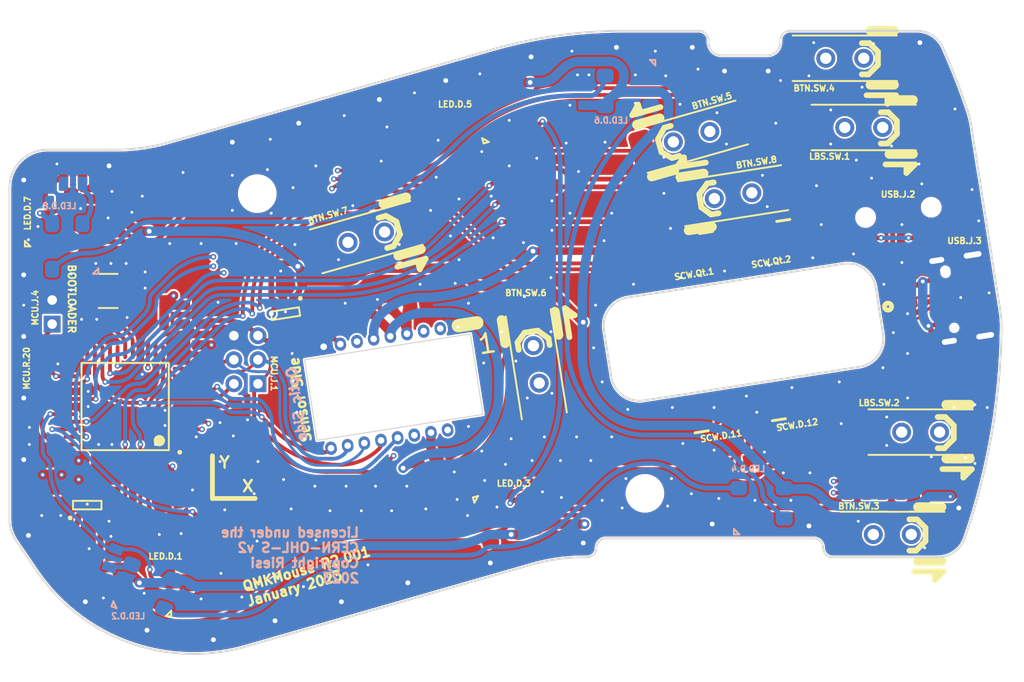
<source format=kicad_pcb>
(kicad_pcb (version 20211014) (generator pcbnew)
  (title_block (title "QMKMouse") (rev "2.001") (comment 4 "Original: Copyright Ploopy Corporation 2021") (comment 5 "Modified: Copyright Riesi 2023") (comment 7 "Licensed under the CERN-OHL-S v2") (comment 8 "http://ohwr.org/cernohl"))
  (layers (0 "F.Cu" signal "Top Layer") (1 "In1.Cu" signal "Plane 1") (2 "In2.Cu" signal "Plane 2") (31 "B.Cu" signal "Bottom Layer") (34 "B.Paste" user "Bottom Paste") (35 "F.Paste" user "Top Paste") (36 "B.SilkS" user "Bottom Overlay") (37 "F.SilkS" user "Top Overlay") (38 "B.Mask" user "Bottom Solder") (39 "F.Mask" user "Top Mask") (44 "Edge.Cuts" user))
  (net 0 "")
  (net 1 "LEDData")
  (net 2 "V_USB")
  (net 3 "SCLK")
  (net 4 "MOSI")
  (net 5 "MISO")
  (net 6 "1V8")
  (net 7 "3V3")
  (net 8 "GND")
  (net 9 "~{RESET")
  (net 10 "~{CS")
  (net 11 "NetUSB.J.3_9")
  (net 12 "NetUSB.J.3_3")
  (net 13 "NetUSB.FB.5_2")
  (net 14 "NetUSB.FB.5_1")
  (net 15 "NetUSB.FB.4_2")
  (net 16 "NetUSB.FB.4_1")
  (net 17 "NetUSB.FB.3_2")
  (net 18 "NetUSB.FB.3_1")
  (net 19 "NetUSB.FB.2_2")
  (net 20 "NetUSB.FB.2_1")
  (net 21 "NetUSB.FB.1_1")
  (net 22 "NetSCW.D.12_A")
  (net 23 "NetSCW.D.11_A")
  (net 24 "NetREG.C.15_2")
  (net 25 "NetMOS.R.4_1")
  (net 26 "NetMOS.R.3_1")
  (net 27 "NetMOS.C.10_2")
  (net 28 "NetMCU.U.1_41")
  (net 29 "NetMCU.U.1_4")
  (net 30 "NetMCU.U.1_39")
  (net 31 "NetMCU.U.1_3")
  (net 32 "NetMCU.U.1_21")
  (net 33 "NetMCU.U.1_19")
  (net 34 "NetMCU.U.1_18")
  (net 35 "NetMCU.U.1_17")
  (net 36 "NetMCU.U.1_16")
  (net 37 "NetMCU.J.4_1")
  (net 38 "NetMCU.C.4_2")
  (net 39 "NetMCU.C.1_2")
  (net 40 "NetLED.D.8_2")
  (net 41 "NetLED.D.7_2")
  (net 42 "NetLED.D.6_2")
  (net 43 "NetLED.D.5_2")
  (net 44 "NetLED.D.4_2")
  (net 45 "NetLED.D.3_2")
  (net 46 "NetLED.D.2_4")
  (net 47 "NetLED.D.2_2")
  (net 48 "NetLED.D.1_4")
  (net 49 "NetLED.D.1_2")
  (net 50 "NetLBS.SW.2_A")
  (net 51 "NetLBS.SW.1_A")
  (net 52 "NetBTN.SW.8_A")
  (net 53 "NetBTN.SW.7_A")
  (net 54 "NetBTN.SW.6_A")
  (net 55 "NetBTN.SW.5_A")
  (net 56 "NetBTN.SW.4_A")
  (net 57 "NetBTN.SW.3_A")
  (footprint "Chip_Passives.PcbLib:0805" (layer "F.Cu") (at 99.864538 121.208635 180)
    (fp_text reference "REG.C.13" hide)
    (fp_text value "0805" hide)
  )
  (footprint "PCBFeatures.PcbLib:SparkGap" (layer "F.Cu") (at 160.514407 73.958459 90)
    (fp_text reference "MCH.SP.10" hide)
    (fp_text value "Spark Gap" hide)
  )
  (footprint "Chip_Passives.PcbLib:0805" (layer "F.Cu") (at 113.214402 119.758465 90)
    (fp_text reference "MCU.C.5" hide)
    (fp_text value "0805" hide)
  )
  (footprint "PCBFeatures.PcbLib:SparkGap" (layer "F.Cu") (at 120.014409 83.958459 90)
    (fp_text reference "MCH.SP.5" hide)
    (fp_text value "Spark Gap" hide)
  )
  (footprint "PCBFeatures.PcbLib:SparkGap" (layer "F.Cu") (at 98.014407 104.458459 90)
    (fp_text reference "MCH.SP.17" hide)
    (fp_text value "Spark Gap" hide)
  )
  (footprint "Chip_Passives.PcbLib:0805" (layer "F.Cu") (at 103.214409 87.633462 -90)
    (fp_text reference "LED.R.18" hide)
    (fp_text value "0805" hide)
  )
  (footprint "Chip_Passives.PcbLib:0805" (layer "F.Cu") (at 198.614407 108.458459 -90)
    (fp_text reference "USB.R.13" hide)
    (fp_text value "0805" hide)
  )
  (footprint "PCBFeatures.PcbLib:SparkGap" (layer "F.Cu") (at 124.514407 134.458459 90)
    (fp_text reference "MCH.SP.14" hide)
    (fp_text value "Spark Gap" hide)
  )
  (footprint "Connectors.PcbLib:6x2" (layer "F.Cu") (at 122.714404 109.458465 180)
    (fp_text reference "MCU.J.1")
    (fp_text value "Atmel_ICSP" hide)
  )
  (footprint "Chip_Passives.PcbLib:0805" (layer "F.Cu") (at 196.114409 82.758459 180)
    (fp_text reference "USB.R.9" hide)
    (fp_text value "0805" hide)
  )
  (footprint "PCBFeatures.PcbLib:SparkGap" (layer "F.Cu") (at 180.814409 124.458459 90)
    (fp_text reference "MCH.SP.15" hide)
    (fp_text value "Spark Gap" hide)
  )
  (footprint "PCBFeatures.PcbLib:SparkGap" (layer "F.Cu") (at 138.514407 130.458459 90)
    (fp_text reference "MCH.SP.4" hide)
    (fp_text value "Spark Gap" hide)
  )
  (footprint "" (layer "F.Cu") (at 163.518287 121.0169)
    (fp_text reference "HOLE.1" hide)
    (fp_text value "")
  )
  (footprint "Chip_Passives.PcbLib:0805" (layer "F.Cu") (at 148.214407 76.058459 105.887)
    (fp_text reference "LED.C.25" hide)
    (fp_text value "0805" hide)
  )
  (footprint "Connectors.PcbLib:DX07S016JA1R1500" (layer "F.Cu") (at 197.546499 100.304989 98.887)
    (fp_text reference "USB.J.3")
    (fp_text value "DX07S016JA1R1500" hide)
  )
  (footprint "PCBFeatures.PcbLib:SparkGap" (layer "F.Cu") (at 192.514409 73.458459 90)
    (fp_text reference "MCH.SP.26" hide)
    (fp_text value "Spark Gap" hide)
  )
  (footprint "PCBFeatures.PcbLib:SparkGap" (layer "F.Cu") (at 98.014407 110.958459 90)
    (fp_text reference "MCH.SP.23" hide)
    (fp_text value "Spark Gap" hide)
  )
  (footprint "Chip_Passives.PcbLib:0805" (layer "F.Cu") (at 116.514403 106.358466 180)
    (fp_text reference "MOS.R.5" hide)
    (fp_text value "0805" hide)
  )
  (footprint "Chip_Passives.PcbLib:0805" (layer "F.Cu") (at 139.691649 118.752455 -171.1130838)
    (fp_text reference "MOS.R.3" hide)
    (fp_text value "0805" hide)
  )
  (footprint "Graphics.PcbLib:Coordinate System" (layer "F.Cu") (at 117.914407 121.558459)
    (fp_text reference "MCH.LOGO.2" hide)
    (fp_text value "Coordinate system marker for assembly" hide)
  )
  (footprint "PCBFeatures.PcbLib:SparkGap" (layer "F.Cu") (at 98.014407 97.958459 90)
    (fp_text reference "MCH.SP.21" hide)
    (fp_text value "Spark Gap" hide)
  )
  (footprint "Chip_Passives.PcbLib:0805" (layer "F.Cu") (at 114.814402 102.158465 180)
    (fp_text reference "MCU.R.1" hide)
    (fp_text value "0805" hide)
  )
  (footprint "Switches.PcbLib:D2LS-21" (layer "F.Cu") (at 192.589405 114.558459 180)
    (fp_text reference "LBS.SW.2")
    (fp_text value "D2LS-21" hide)
  )
  (footprint "Switches.PcbLib:D2LS-21" (layer "F.Cu") (at 152.064411 107.408457 -81.1130838)
    (fp_text reference "BTN.SW.6")
    (fp_text value "D2LS-21" hide)
  )
  (footprint "Crystals.PcbLib:LFXTAL055663BULK" (layer "F.Cu") (at 106.914402 99.658465 180)
    (fp_text reference "MCU.Y.1" hide)
    (fp_text value "LFXTAL055663BULK" hide)
  )
  (footprint "Mechanical.PcbLib:FIDUCIAL_1.5" (layer "F.Cu") (at 194.514407 77.958459 90)
    (fp_text reference "MCH.FID.2" hide)
    (fp_text value "IPC-7351 Fiducial 1mm" hide)
  )
  (footprint "Connectors.PcbLib:2x1" (layer "F.Cu") (at 101.014409 103.158459 180)
    (fp_text reference "MCU.J.4")
    (fp_text value "HEADER2" hide)
  )
  (footprint "Connectors.PcbLib:SJ-43514-SMT-TR" (layer "F.Cu") (at 190.741377 91.290529 -171.113)
    (fp_text reference "USB.J.2")
    (fp_text value "SJ-43514-SMT-TR" hide)
  )
  (footprint "Chip_Passives.PcbLib:0805" (layer "F.Cu") (at 149.091648 87.95245 -74.113)
    (fp_text reference "USB.R.11" hide)
    (fp_text value "0805" hide)
  )
  (footprint "Chip_Passives.PcbLib:0805" (layer "F.Cu") (at 198.814409 106.458459 -90)
    (fp_text reference "USB.R.12" hide)
    (fp_text value "0805" hide)
  )
  (footprint "Diodes.PcbLib:PESD3V3S4UD - SOT95P275X110-6N" (layer "F.Cu") (at 190.799817 99.53781 98.8869162)
    (fp_text reference "USB.Z.1" hide)
    (fp_text value "IP4220CZ6,125" hide)
  )
  (footprint "Chip_Passives.PcbLib:0805" (layer "F.Cu") (at 185.914404 120.958459 -90)
    (fp_text reference "USB.R.6" hide)
    (fp_text value "0805" hide)
  )
  (footprint "PCBFeatures.PcbLib:SparkGap" (layer "F.Cu") (at 171.914407 76.458459 90)
    (fp_text reference "MCH.SP.3" hide)
    (fp_text value "Spark Gap" hide)
  )
  (footprint "Chip_Passives.PcbLib:0805" (layer "F.Cu") (at 101.714407 117.558459 90)
    (fp_text reference "MCU.C.9" hide)
    (fp_text value "0805" hide)
  )
  (footprint "Chip_Passives.PcbLib:0805" (layer "F.Cu") (at 153.514407 122.958459 15.887)
    (fp_text reference "LED.C.23" hide)
    (fp_text value "0805" hide)
  )
  (footprint "Chip_Passives.PcbLib:0805" (layer "F.Cu") (at 141.691645 118.452455 8.8869162)
    (fp_text reference "MOS.R.4" hide)
    (fp_text value "0805" hide)
  )
  (footprint "MCUs.PcbLib:ATMEGA32U4 - TQFP80P1200X1200X120-44N" (layer "F.Cu") (at 108.714404 111.858463 180)
    (fp_text reference "MCU.U.1" hide)
    (fp_text value "ATMEGA32U4RC-AU" hide)
  )
  (footprint "Chip_Passives.PcbLib:0805" (layer "F.Cu") (at 107.464538 121.808636 180)
    (fp_text reference "REG.C.15" hide)
    (fp_text value "0805" hide)
  )
  (footprint "PCBFeatures.PcbLib:SparkGap" (layer "F.Cu") (at 104.514407 132.458459 90)
    (fp_text reference "MCH.SP.18" hide)
    (fp_text value "Spark Gap" hide)
  )
  (footprint "PCBFeatures.PcbLib:SparkGap" (layer "F.Cu") (at 176.514407 76.458459 90)
    (fp_text reference "MCH.SP.28" hide)
    (fp_text value "Spark Gap" hide)
  )
  (footprint "PCBFeatures.PcbLib:SparkGap" (layer "F.Cu") (at 118.014407 136.458459 90)
    (fp_text reference "MCH.SP.22" hide)
    (fp_text value "Spark Gap" hide)
  )
  (footprint "PCBFeatures.PcbLib:SparkGap" (layer "F.Cu") (at 127.014407 81.958459 90)
    (fp_text reference "MCH.SP.20" hide)
    (fp_text value "Spark Gap" hide)
  )
  (footprint "Chip_Passives.PcbLib:0805" (layer "F.Cu") (at 106.114411 129.858452 180)
    (fp_text reference "LED.C.20" hide)
    (fp_text value "0805" hide)
  )
  (footprint "PCBFeatures.PcbLib:SparkGap" (layer "F.Cu") (at 131.514409 132.458459 90)
    (fp_text reference "MCH.SP.1" hide)
    (fp_text value "Spark Gap" hide)
  )
  (footprint "Chip_Passives.PcbLib:0805" (layer "F.Cu") (at 105.514407 90.958459 180)
    (fp_text reference "LED.C.27" hide)
    (fp_text value "0805" hide)
  )
  (footprint "Chip_Passives.PcbLib:0805" (layer "F.Cu") (at 195.714405 119.358459)
    (fp_text reference "USB.FB.1" hide)
    (fp_text value "ACML-0805-601-T" hide)
  )
  (footprint "PCBFeatures.PcbLib:SparkGap" (layer "F.Cu") (at 168.514407 73.958459 90)
    (fp_text reference "MCH.SP.8" hide)
    (fp_text value "Spark Gap" hide)
  )
  (footprint "Chip_Passives.PcbLib:0805" (layer "F.Cu") (at 189.514405 120.958459 -90)
    (fp_text reference "USB.FB.2" hide)
    (fp_text value "ACML-0805-601-T" hide)
  )
  (footprint "Chip_Passives.PcbLib:0805" (layer "F.Cu") (at 138.614407 100.258459 8.8869162)
    (fp_text reference "MOS.C.11" hide)
    (fp_text value "0805" hide)
  )
  (footprint "Chip_Passives.PcbLib:0805" (layer "F.Cu") (at 152.494049 86.952452 -74.113)
    (fp_text reference "USB.FB.5" hide)
    (fp_text value "ACML-0805-601-T" hide)
  )
  (footprint "Chip_Passives.PcbLib:0805" (layer "F.Cu") (at 116.914402 102.158465)
    (fp_text reference "MCU.C.22" hide)
    (fp_text value "0805" hide)
  )
  (footprint "PCBFeatures.PcbLib:SparkGap" (layer "F.Cu") (at 170.614409 124.258461 90)
    (fp_text reference "MCH.SP.19" hide)
    (fp_text value "Spark Gap" hide)
  )
  (footprint "Chip_Passives.PcbLib:0805" (layer "F.Cu") (at 103.764538 125.408637 -90)
    (fp_text reference "REG.C.12" hide)
    (fp_text value "0805" hide)
  )
  (footprint "Switches.PcbLib:D2LS-21" (layer "F.Cu") (at 172.8144 89.608454 8.8869162)
    (fp_text reference "BTN.SW.8")
    (fp_text value "D2LS-21" hide)
  )
  (footprint "Chip_Passives.PcbLib:0805" (layer "F.Cu") (at 195.514407 109.658459 180)
    (fp_text reference "USB.R.15" hide)
    (fp_text value "0805" hide)
  )
  (footprint "Chip_Passives.PcbLib:0805" (layer "F.Cu") (at 182.314409 117.358459 8.8869162)
    (fp_text reference "SCW.R.3" hide)
    (fp_text value "0805" hide)
  )
  (footprint "Switches.PcbLib:D2LS-21" (layer "F.Cu") (at 134.139407 93.983459 -164.113)
    (fp_text reference "BTN.SW.7")
    (fp_text value "D2LS-21" hide)
  )
  (footprint "Chip_Passives.PcbLib:0805" (layer "F.Cu") (at 194.114407 82.558461 180)
    (fp_text reference "USB.R.8" hide)
    (fp_text value "0805" hide)
  )
  (footprint "PowerSupply.PcbLib:AP2202 - SOT95P270X145-5N" (layer "F.Cu") (at 104.714404 122.258459 90)
    (fp_text reference "REG.U.3" hide)
    (fp_text value "AP2202K-3.3" hide)
  )
  (footprint "PCBFeatures.PcbLib:SparkGap" (layer "F.Cu") (at 107.014407 86.458459 90)
    (fp_text reference "MCH.SP.7" hide)
    (fp_text value "Spark Gap" hide)
  )
  (footprint "Chip_Passives.PcbLib:0805" (layer "F.Cu") (at 193.714404 119.358459)
    (fp_text reference "USB.C.19" hide)
    (fp_text value "0805" hide)
  )
  (footprint "Switches.PcbLib:D2LS-21" (layer "F.Cu") (at 189.603343 125.361451 180)
    (fp_text reference "BTN.SW.3")
    (fp_text value "D2LS-21" hide)
  )
  (footprint "LEDs.PcbLib:IR12-21C{slash}TR8" (layer "F.Cu") (at 179.239409 111.783457 -81.1130838)
    (fp_text reference "SCW.D.12")
    (fp_text value "IR12-21C/TR8 or VSMB10940" hide)
  )
  (footprint "Chip_Passives.PcbLib:0805" (layer "F.Cu") (at 111.814402 103.058465 90)
    (fp_text reference "MCU.C.6" hide)
    (fp_text value "0805" hide)
  )
  (footprint "PCBFeatures.PcbLib:SparkGap" (layer "F.Cu") (at 147.214407 128.358459 90)
    (fp_text reference "MCH.SP.12" hide)
    (fp_text value "Spark Gap" hide)
  )
  (footprint "PCBFeatures.PcbLib:SparkGap" (layer "F.Cu") (at 151.514407 74.958459 90)
    (fp_text reference "MCH.SP.25" hide)
    (fp_text value "Spark Gap" hide)
  )
  (footprint "LEDs.PcbLib:IN-PI55TATPRPGPB" (layer "F.Cu") (at 101.414407 92.058459 -90)
    (fp_text reference "LED.D.7")
    (fp_text value "IN-PI55TATPRPGPB" hide)
  )
  (footprint "Chip_Passives.PcbLib:0805" (layer "F.Cu") (at 101.964539 121.208635 180)
    (fp_text reference "REG.C.14" hide)
    (fp_text value "0805" hide)
  )
  (footprint "" (layer "F.Cu") (at 122.646407 89.396459)
    (fp_text reference "HOLE.2" hide)
    (fp_text value "")
  )
  (footprint "Chip_Passives.PcbLib:0805" (layer "F.Cu") (at 128.514407 101.858459 8.8869162)
    (fp_text reference "REG.C.18" hide)
    (fp_text value "0805" hide)
  )
  (footprint "LEDs.PcbLib:IN-PI55TATPRPGPB" (layer "F.Cu") (at 148.864311 80.408259 -74.113)
    (fp_text reference "LED.D.5")
    (fp_text value "IN-PI55TATPRPGPB" hide)
  )
  (footprint "Chip_Passives.PcbLib:0805" (layer "F.Cu") (at 136.614407 100.558459 8.8869162)
    (fp_text reference "MOS.C.10" hide)
    (fp_text value "0805" hide)
  )
  (footprint "PCBFeatures.PcbLib:SparkGap" (layer "F.Cu") (at 98.514409 125.458459 90)
    (fp_text reference "MCH.SP.24" hide)
    (fp_text value "Spark Gap" hide)
  )
  (footprint "PCBFeatures.PcbLib:SparkGap" (layer "F.Cu") (at 98.014407 117.458459 90)
    (fp_text reference "MCH.SP.6" hide)
    (fp_text value "Spark Gap" hide)
  )
  (footprint "OptoElectronics.PcbLib:PT26-51B{slash}TR8" (layer "F.Cu") (at 176.514403 93.683425 98.8869162)
    (fp_text reference "SCW.Qt.2")
    (fp_text value "PT26-51B/TR8 or PT12-21B/TR8" hide)
  )
  (footprint "PCBFeatures.PcbLib:SparkGap" (layer "F.Cu") (at 135.514407 79.458459 90)
    (fp_text reference "MCH.SP.11" hide)
    (fp_text value "Spark Gap" hide)
  )
  (footprint "Chip_Passives.PcbLib:0805" (layer "F.Cu") (at 113.314402 121.858466 90)
    (fp_text reference "MCU.C.8" hide)
    (fp_text value "0805" hide)
  )
  (footprint "PCBFeatures.PcbLib:SparkGap" (layer "F.Cu") (at 157.014409 126.258459 90)
    (fp_text reference "MCH.SP.2" hide)
    (fp_text value "Spark Gap" hide)
  )
  (footprint "Chip_Passives.PcbLib:0805" (layer "F.Cu") (at 110.7144 125.058465 180)
    (fp_text reference "SCW.R.2" hide)
    (fp_text value "0805" hide)
  )
  (footprint "PowerSupply.PcbLib:AP2202 - SOT95P270X145-5N" (layer "F.Cu") (at 125.614407 102.058457 -81.1130838)
    (fp_text reference "REG.U.4" hide)
    (fp_text value "AP2204K-1.8" hide)
  )
  (footprint "LEDs.PcbLib:IR12-21C{slash}TR8" (layer "F.Cu") (at 171.089402 113.05844 -81.1130838)
    (fp_text reference "SCW.D.11")
    (fp_text value "IR12-21C/TR8 or VSMB10940" hide)
  )
  (footprint "Switches.PcbLib:D2LS-21" (layer "F.Cu") (at 184.589405 75.108455 180)
    (fp_text reference "BTN.SW.4")
    (fp_text value "D2LS-21" hide)
  )
  (footprint "PCBFeatures.PcbLib:SparkGap" (layer "F.Cu") (at 111.014407 135.458459 90)
    (fp_text reference "MCH.SP.13" hide)
    (fp_text value "Spark Gap" hide)
  )
  (footprint "LEDs.PcbLib:IN-PI55TATPRPGPB" (layer "F.Cu") (at 149.064196 123.808559 -164.113)
    (fp_text reference "LED.D.3")
    (fp_text value "IN-PI55TATPRPGPB" hide)
  )
  (footprint "Chip_Passives.PcbLib:0805" (layer "F.Cu") (at 113.614399 123.958464 -90)
    (fp_text reference "MCU.C.4" hide)
    (fp_text value "0805" hide)
  )
  (footprint "Chip_Passives.PcbLib:0805" (layer "F.Cu") (at 149.69165 89.952452 -74.113)
    (fp_text reference "USB.R.10" hide)
    (fp_text value "0805" hide)
  )
  (footprint "Chip_Passives.PcbLib:0805" (layer "F.Cu") (at 185.914404 118.958459 -90)
    (fp_text reference "USB.R.7" hide)
    (fp_text value "0805" hide)
  )
  (footprint "Mechanical.PcbLib:FIDUCIAL_1.5" (layer "F.Cu") (at 103.014407 129.458459 90)
    (fp_text reference "MCH.FID.1" hide)
    (fp_text value "IPC-7351 Fiducial 1mm" hide)
  )
  (footprint "PCBFeatures.PcbLib:SparkGap" (layer "F.Cu") (at 142.514407 77.458459 90)
    (fp_text reference "MCH.SP.16" hide)
    (fp_text value "Spark Gap" hide)
  )
  (footprint "OptoElectronics.PcbLib:PT26-51B{slash}TR8" (layer "F.Cu") (at 168.364404 94.958474 98.8869162)
    (fp_text reference "SCW.Qt.1")
    (fp_text value "PT26-51B/TR8 or PT12-21B/TR8" hide)
  )
  (footprint "Chip_Passives.PcbLib:0805" (layer "F.Cu") (at 108.614404 125.458464 180)
    (fp_text reference "SCW.R.4" hide)
    (fp_text value "0805" hide)
  )
  (footprint "Chip_Passives.PcbLib:0805" (layer "F.Cu") (at 130.514407 101.558459 8.8869162)
    (fp_text reference "REG.C.17" hide)
    (fp_text value "0805" hide)
  )
  (footprint "OptoElectronics.PcbLib:PMW3360DM-T2QU" (layer "F.Cu") (at 141.939752 103.624576 8.887)
    (fp_text reference "MOS.U.2" hide)
    (fp_text value "PMW3360DM-T2QU" hide)
    (fp_line (start -14.650002 1.05) (end 3.050001 1.05) (layer "Edge.Cuts") (width 0.1))
    (fp_line (start -14.650001 9.650001) (end 3.049998 9.650001) (layer "Edge.Cuts") (width 0.1))
    (fp_line (start 3.050001 1.05) (end 3.049998 9.650001) (layer "Edge.Cuts") (width 0.1))
    (fp_line (start -14.650002 1.05) (end -14.650001 9.650001) (layer "Edge.Cuts") (width 0.1))
  )
  (footprint "Chip_Passives.PcbLib:0805" (layer "F.Cu") (at 115.214407 129.858455)
    (fp_text reference "LED.R.16" hide)
    (fp_text value "0805" hide)
  )
  (footprint "Chip_Passives.PcbLib:0805" (layer "F.Cu") (at 126.314407 98.758456 98.8869162)
    (fp_text reference "REG.C.16" hide)
    (fp_text value "0805" hide)
  )
  (footprint "LEDs.PcbLib:IN-PI55TATPRPGPB" (layer "F.Cu") (at 110.664638 130.708357)
    (fp_text reference "LED.D.1")
    (fp_text value "IN-PI55TATPRPGPB" hide)
  )
  (footprint "Switches.PcbLib:D2LS-21" (layer "F.Cu") (at 168.439407 83.383459 15.887)
    (fp_text reference "BTN.SW.5")
    (fp_text value "D2LS-21" hide)
  )
  (footprint "Switches.PcbLib:D2LS-21" (layer "F.Cu") (at 186.589407 82.408459 180)
    (fp_text reference "LBS.SW.1")
    (fp_text value "D2LS-21" hide)
  )
  (footprint "PCBFeatures.PcbLib:SparkGap" (layer "F.Cu") (at 98.014407 87.958459 90)
    (fp_text reference "MCH.SP.9" hide)
    (fp_text value "Spark Gap" hide)
  )
  (footprint "Chip_Passives.PcbLib:0805" (layer "F.Cu") (at 198.314407 110.458459 -90)
    (fp_text reference "USB.R.14" hide)
    (fp_text value "0805" hide)
  )
  (footprint "Chip_Passives.PcbLib:0805" (layer "F.Cu") (at 99.914407 108.358459 180)
    (fp_text reference "MCU.R.20")
    (fp_text value "0805" hide)
  )
  (footprint "Chip_Passives.PcbLib:0805" (layer "F.Cu") (at 153.09165 88.952454 -74.113)
    (fp_text reference "USB.FB.4" hide)
    (fp_text value "ACML-0805-601-T" hide)
  )
  (footprint "Chip_Passives.PcbLib:0805" (layer "F.Cu") (at 189.514405 118.958459 -90)
    (fp_text reference "USB.FB.3" hide)
    (fp_text value "ACML-0805-601-T" hide)
  )
  (footprint "Chip_Passives.PcbLib:0805" (layer "F.Cu") (at 120.314407 112.358459 180)
    (fp_text reference "MCU.C.1" hide)
    (fp_text value "0805" hide)
  )
  (footprint "Chip_Passives.PcbLib:0805" (layer "F.Cu") (at 173.414409 117.858459 -81.1130838)
    (fp_text reference "SCW.R.1" hide)
    (fp_text value "0805" hide)
  )
  (footprint "PCBFeatures.PcbLib:SparkGap" (layer "F.Cu") (at 196.614407 122.558459 90)
    (fp_text reference "MCH.SP.27" hide)
    (fp_text value "Spark Gap" hide)
  )
  (footprint "Chip_Passives.PcbLib:0805" (layer "F.Cu") (at 111.814402 100.858465 90)
    (fp_text reference "MCU.C.7" hide)
    (fp_text value "0805" hide)
  )
  (footprint "Chip_Passives.PcbLib:0805" (layer "B.Cu") (at 107.414409 127.858459 -20)
    (fp_text reference "LED.R.17" hide)
    (fp_text value "0805" hide)
  )
  (footprint "Chip_Passives.PcbLib:0805" (layer "B.Cu") (at 115.614407 131.758459 -20)
    (fp_text reference "LED.C.21" hide)
    (fp_text value "0805" hide)
  )
  (footprint "Chip_Passives.PcbLib:0805" (layer "B.Cu") (at 103.214409 88.358462 -90)
    (fp_text reference "LED.R.19" hide)
    (fp_text value "0805" hide)
  )
  (footprint "Chip_Passives.PcbLib:0805" (layer "B.Cu") (at 180.299833 121.566241)
    (fp_text reference "LED.C.24" hide)
    (fp_text value "0805" hide)
  )
  (footprint "LEDs.PcbLib:IN-PI55TATPRPGPB" (layer "B.Cu") (at 111.114409 130.858456 160)
    (fp_text reference "LED.D.2")
    (fp_text value "IN-PI55TATPRPGPB" hide)
  )
  (footprint "LEDs.PcbLib:IN-PI55TATPRPGPB" (layer "B.Cu") (at 161.714404 78.558459)
    (fp_text reference "LED.D.6")
    (fp_text value "IN-PI55TATPRPGPB" hide)
  )
  (footprint "Chip_Passives.PcbLib:0805" (layer "B.Cu") (at 101.71441 90.358459 90)
    (fp_text reference "LED.C.28" hide)
    (fp_text value "0805" hide)
  )
  (footprint "Chip_Passives.PcbLib:0805" (layer "B.Cu") (at 157.214407 79.058459 180)
    (fp_text reference "LED.C.26" hide)
    (fp_text value "0805" hide)
  )
  (footprint "LEDs.PcbLib:IN-PI55TATPRPGPB" (layer "B.Cu") (at 175.799832 122.066243 180)
    (fp_text reference "LED.D.4")
    (fp_text value "IN-PI55TATPRPGPB" hide)
  )
  (footprint "LEDs.PcbLib:IN-PI55TATPRPGPB" (layer "B.Cu") (at 102.614407 94.958461 -90)
    (fp_text reference "LED.D.8")
    (fp_text value "IN-PI55TATPRPGPB" hide)
  )
  (gr_line (start 186.126865 107.663917) (end 163.402977 111.217067) (layer "Edge.Cuts") (width 0.2))
  (gr_line (start 161.703645 100.349124) (end 184.427533 96.795972) (layer "Edge.Cuts") (width 0.2))
  (gr_arc (start 96.514527 88.761452) (mid 97.686118 85.933043) (end 100.514528 84.761453) (layer "Edge.Cuts") (width 0.2))
  (gr_line (start 176.41531 74.808334) (end 171.615308 74.808337) (layer "Edge.Cuts") (width 0.2))
  (gr_arc (start 163.402977 111.217067) (mid 161.171374 110.676655) (end 159.975535 108.716536) (layer "Edge.Cuts") (width 0.2))
  (gr_arc (start 201.127114 103.502579) (mid 200.091232 114.781916) (end 197.249774 125.746523) (layer "Edge.Cuts") (width 0.2))
  (gr_arc (start 188.627397 104.236479) (mid 188.087004 106.468096) (end 186.126865 107.663919) (layer "Edge.Cuts") (width 0.2))
  (gr_line (start 192.20334 72.208334) (end 178.81531 72.208337) (layer "Edge.Cuts") (width 0.2))
  (gr_arc (start 158.414407 126.758459) (mid 158.121533 127.465585) (end 157.414407 127.758459) (layer "Edge.Cuts") (width 0.2))
  (gr_line (start 177.81531 73.208335) (end 177.81531 73.408334) (layer "Edge.Cuts") (width 0.2))
  (gr_line (start 99.38398 129.210244) (end 97.207525 126.011724) (layer "Edge.Cuts") (width 0.2))
  (gr_line (start 147.537615 74.145252) (end 113.216457 83.986685) (layer "Edge.Cuts") (width 0.2))
  (gr_arc (start 201.007631 101.851855) (mid 201.101581 102.67474) (end 201.127117 103.502577) (layer "Edge.Cuts") (width 0.2))
  (gr_arc (start 184.427533 96.795972) (mid 186.659126 97.336398) (end 187.854973 99.296504) (layer "Edge.Cuts") (width 0.2))
  (gr_line (start 183.314407 127.758459) (end 194.416109 127.761449) (layer "Edge.Cuts") (width 0.2))
  (gr_arc (start 113.216457 83.986686) (mid 110.48717 84.566805) (end 107.703709 84.761451) (layer "Edge.Cuts") (width 0.2))
  (gr_arc (start 192.203341 72.208334) (mid 193.831038 72.688309) (end 194.937923 73.974614) (layer "Edge.Cuts") (width 0.2))
  (gr_arc (start 147.537616 74.145253) (mid 154.360829 72.694933) (end 161.319485 72.208334) (layer "Edge.Cuts") (width 0.2))
  (gr_arc (start 171.615308 74.808337) (mid 170.625348 74.398296) (end 170.215309 73.408336) (layer "Edge.Cuts") (width 0.2))
  (gr_line (start 201.127114 103.502579) (end 201.127117 103.502577) (layer "Edge.Cuts") (width 0.05))
  (gr_arc (start 177.81531 73.408334) (mid 177.405282 74.398306) (end 176.41531 74.808334) (layer "Edge.Cuts") (width 0.2))
  (gr_arc (start 194.937923 73.974614) (mid 196.335386 77.29787) (end 197.559893 80.688668) (layer "Edge.Cuts") (width 0.2))
  (gr_arc (start 159.20311 103.776561) (mid 159.743478 101.544926) (end 161.703642 100.349122) (layer "Edge.Cuts") (width 0.2))
  (gr_line (start 201.00763 101.851854) (end 197.95001 82.297074) (layer "Edge.Cuts") (width 0.2))
  (gr_arc (start 197.249773 125.746523) (mid 196.154609 127.206358) (end 194.416111 127.761449) (layer "Edge.Cuts") (width 0.2))
  (gr_line (start 96.514527 123.761449) (end 96.514527 123.687459) (layer "Edge.Cuts") (width 0.05))
  (gr_arc (start 121.431739 137.184103) (mid 109.116924 136.766617) (end 99.38398 129.210244) (layer "Edge.Cuts") (width 0.2))
  (gr_arc (start 151.590511 128.536217) (mid 154.319798 127.9561) (end 157.103259 127.761452) (layer "Edge.Cuts") (width 0.2))
  (gr_line (start 107.248407 84.761451) (end 100.514528 84.761453) (layer "Edge.Cuts") (width 0.2))
  (gr_arc (start 183.314407 127.758459) (mid 182.607308 127.465558) (end 182.314407 126.758459) (layer "Edge.Cuts") (width 0.2))
  (gr_arc (start 169.215312 72.208337) (mid 169.922406 72.501241) (end 170.215309 73.208335) (layer "Edge.Cuts") (width 0.2))
  (gr_line (start 159.975535 108.716536) (end 159.20311 103.776561) (layer "Edge.Cuts") (width 0.2))
  (gr_line (start 96.514527 88.761453) (end 96.514527 123.687459) (layer "Edge.Cuts") (width 0.2))
  (gr_line (start 157.103259 127.761452) (end 157.414407 127.758459) (layer "Edge.Cuts") (width 0.2))
  (gr_arc (start 158.414407 126.758459) (mid 158.707277 126.051327) (end 159.414409 125.758459) (layer "Edge.Cuts") (width 0.2))
  (gr_line (start 121.431739 137.184103) (end 151.590511 128.536217) (layer "Edge.Cuts") (width 0.2))
  (gr_line (start 169.215311 72.208334) (end 161.319485 72.208334) (layer "Edge.Cuts") (width 0.2))
  (gr_arc (start 97.207525 126.011724) (mid 96.691695 124.938734) (end 96.514527 123.761449) (layer "Edge.Cuts") (width 0.2))
  (gr_arc (start 177.81531 73.208335) (mid 178.108226 72.501252) (end 178.81531 72.208337) (layer "Edge.Cuts") (width 0.2))
  (gr_line (start 107.248407 84.761451) (end 107.703709 84.761451) (layer "Edge.Cuts") (width 0.2))
  (gr_line (start 170.215309 73.208335) (end 170.215309 73.408336) (layer "Edge.Cuts") (width 0.2))
  (gr_line (start 159.414409 125.758459) (end 181.314407 125.758459) (layer "Edge.Cuts") (width 0.2))
  (gr_arc (start 197.559893 80.688668) (mid 197.788282 81.484787) (end 197.95001 82.297074) (layer "Edge.Cuts") (width 0.2))
  (gr_arc (start 181.314407 125.758459) (mid 182.021521 126.051345) (end 182.314407 126.758459) (layer "Edge.Cuts") (width 0.2))
  (gr_line (start 187.854973 99.296504) (end 188.627397 104.236479) (layer "Edge.Cuts") (width 0.2))
  (gr_text "Licensed under the\nCERN-OHL-S v2\nCopyright Riesi \n2023" (at 133.514407 130.558459) (layer "B.SilkS") (effects (font (size 1 1) (thickness 0.25)) (justify left bottom mirror)))
  (gr_text "BOOTLOADER" (at 102.637657 96.758463 270) (layer "F.SilkS") (effects (font (size 0.762 0.762) (thickness 0.254)) (justify left bottom)))
  (gr_text "QMKMouse R2.001\nJanuary 2023" (at 121.614407 133.058464 15.887) (layer "F.SilkS") (effects (font (size 1 1) (thickness 0.25)) (justify left bottom)))
  (segment (start 113.468905 130.860853) (end 115.214407 130.860853) (width 0.4) (layer "F.Cu") (net 1))
  (segment (start 100.814407 112.658459) (end 102.9644 112.658459) (width 0.4) (layer "F.Cu") (net 1))
  (segment (start 102.9644 112.658459) (end 102.964405 112.658464) (width 0.4) (layer "F.Cu") (net 1))
  (segment (start 111.314409 129.251542) (end 111.314409 129.058459) (width 0.4) (layer "F.Cu") (net 1))
  (via (at 111.314409 129.058459) (size 0.6) (drill 0.3) (layers "F.Cu" "B.Cu") (net 1))
  (via (at 100.814407 112.658459) (size 0.6) (drill 0.3) (layers "F.Cu" "B.Cu") (net 1))
  (arc (start 111.672854 130.116904) (mid 112.496889 130.667507) (end 113.468905 130.860853) (width 0.4) (layer "F.Cu") (net 1))
  (arc (start 111.314408 129.251542) (mid 111.407565 129.719873) (end 111.672853 130.116905) (width 0.4) (layer "F.Cu") (net 1))
  (segment (start 111.314409 129.058459) (end 111.314409 128.958459) (width 0.4) (layer "B.Cu") (net 1))
  (segment (start 100.814404 118.466547) (end 100.814407 118.464533) (width 0.4) (layer "B.Cu") (net 1))
  (segment (start 110.714407 127.558459) (end 110.748725 127.592778) (width 0.4) (layer "B.Cu") (net 1))
  (segment (start 107.757248 126.916513) (end 109.164611 126.916513) (width 0.4) (layer "B.Cu") (net 1))
  (segment (start 102.507383 122.551439) (end 106.246824 126.290878) (width 0.4) (layer "B.Cu") (net 1))
  (segment (start 102.505737 122.549796) (end 102.507383 122.551439) (width 0.4) (layer "B.Cu") (net 1))
  (segment (start 100.314407 117.258459) (end 100.460854 117.404906) (width 0.4) (layer "B.Cu") (net 1))
  (segment (start 100.758356 112.714509) (end 100.814407 112.658459) (width 0.4) (layer "B.Cu") (net 1))
  (segment (start 100.014407 116.534197) (end 100.014407 114.510561) (width 0.4) (layer "B.Cu") (net 1))
  (segment (start 100.814407 118.464533) (end 100.814407 118.258459) (width 0.4) (layer "B.Cu") (net 1))
  (segment (start 100.460854 117.404906) (end 100.461088 117.40514) (width 0.4) (layer "B.Cu") (net 1))
  (arc (start 111.314409 128.958459) (mid 111.167392 128.219356) (end 110.748724 127.592776) (width 0.4) (layer "B.Cu") (net 1))
  (arc (start 100.758356 112.71451) (mid 100.207753 113.538545) (end 100.014407 114.510561) (width 0.4) (layer "B.Cu") (net 1))
  (arc (start 100.814407 118.258459) (mid 100.814371 118.249086) (end 100.814261 118.239714) (width 0.4) (layer "B.Cu") (net 1))
  (arc (start 100.014408 116.534197) (mid 100.092375 116.926165) (end 100.314408 117.25846) (width 0.4) (layer "B.Cu") (net 1))
  (arc (start 110.714407 127.55846) (mid 110.003355 127.08335) (end 109.164611 126.916513) (width 0.4) (layer "B.Cu") (net 1))
  (arc (start 100.814261 118.239714) (mid 100.718965 117.788027) (end 100.461087 117.405141) (width 0.4) (layer "B.Cu") (net 1))
  (arc (start 100.814404 118.466547) (mid 101.253966 120.676384) (end 102.505738 122.549794) (width 0.4) (layer "B.Cu") (net 1))
  (arc (start 106.246823 126.290874) (mid 106.939812 126.753914) (end 107.757248 126.916513) (width 0.4) (layer "B.Cu") (net 1))
  (segment (start 133.014407 98.258459) (end 133.270461 98.002407) (width 1) (layer "F.Cu") (net 2))
  (segment (start 153.76486 123.946516) (end 153.788807 123.922569) (width 1) (layer "F.Cu") (net 2))
  (segment (start 107.046708 90.590761) (end 109.070458 92.614511) (width 1) (layer "F.Cu") (net 2))
  (segment (start 103.820723 89.951913) (end 103.919978 89.94284) (width 1) (layer "F.Cu") (net 2))
  (segment (start 151.810512 124.690464) (end 151.968808 124.690464) (width 1) (layer "F.Cu") (net 2))
  (segment (start 125.131793 96.738646) (end 126.142309 96.738646) (width 0.6) (layer "F.Cu") (net 2))
  (segment (start 153.958357 99.902406) (end 157.014409 102.958459) (width 1) (layer "F.Cu") (net 2))
  (segment (start 149.414409 125.358459) (end 150.197831 125.358459) (width 1) (layer "F.Cu") (net 2))
  (segment (start 99.714409 91.458459) (end 100.162302 91.458459) (width 0.6) (layer "F.Cu") (net 2))
  (segment (start 127.30477 98.6036) (end 132.181166 98.6036) (width 1) (layer "F.Cu") (net 2))
  (segment (start 102.76214 125.208637) (end 103.341613 124.629164) (width 0.6) (layer "F.Cu") (net 2))
  (segment (start 126.34445 100.577904) (end 126.587777 100.334577) (width 0.6) (layer "F.Cu") (net 2))
  (segment (start 149.746216 77.661943) (end 151.410925 77.661943) (width 1) (layer "F.Cu") (net 2))
  (segment (start 151.410925 77.661943) (end 151.414407 77.658459) (width 1) (layer "F.Cu") (net 2))
  (segment (start 101.958354 90.71451) (end 103.014407 89.658457) (width 0.6) (layer "F.Cu") (net 2))
  (segment (start 113.721526 115.058464) (end 114.464405 115.058464) (width 0.4) (layer "F.Cu") (net 2))
  (segment (start 119.318352 110.314516) (end 120.174404 109.458465) (width 0.4) (layer "F.Cu") (net 2))
  (segment (start 104.027248 89.93854) (end 105.514407 89.956061) (width 1) (layer "F.Cu") (net 2))
  (segment (start 105.664402 124.037735) (end 105.664402 123.608457) (width 0.6) (layer "F.Cu") (net 2))
  (segment (start 113.76292 111.058465) (end 114.464405 111.058465) (width 0.4) (layer "F.Cu") (net 2))
  (segment (start 124.41931 97.093903) (end 124.53458 96.978633) (width 0.6) (layer "F.Cu") (net 2))
  (segment (start 146.562933 99.158459) (end 152.162305 99.158459) (width 1) (layer "F.Cu") (net 2))
  (segment (start 112.450805 114.494856) (end 112.514409 114.558459) (width 0.4) (layer "F.Cu") (net 2))
  (segment (start 124.114407 100.019559) (end 124.114407 97.830005) (width 0.6) (layer "F.Cu") (net 2))
  (segment (start 110.86651 93.358459) (end 111.255829 93.358459) (width 1) (layer "F.Cu") (net 2))
  (segment (start 127.30477 98.6036) (end 127.30477 98.000878) (width 1) (layer "F.Cu") (net 2))
  (segment (start 114.464405 111.058465) (end 117.522301 111.058465) (width 0.4) (layer "F.Cu") (net 2))
  (segment (start 144.558355 98.002407) (end 145.114407 98.558459) (width 1) (layer "F.Cu") (net 2))
  (segment (start 103.530784 89.956061) (end 103.729674 89.956063) (width 1) (layer "F.Cu") (net 2))
  (segment (start 111.814407 112.958459) (end 111.814407 112.865563) (width 0.4) (layer "F.Cu") (net 2))
  (segment (start 110.214407 130.458459) (end 110.314407 130.458459) (width 1) (layer "F.Cu") (net 2))
  (segment (start 106.114411 128.856054) (end 107.655521 128.856054) (width 1) (layer "F.Cu") (net 2))
  (segment (start 103.326096 126.570148) (end 105.256745 128.500797) (width 0.6) (layer "F.Cu") (net 2))
  (segment (start 154.599717 124.258459) (end 157.166509 124.258459) (width 1) (layer "F.Cu") (net 2))
  (segment (start 109.459048 129.603099) (end 110.314407 130.458459) (width 1) (layer "F.Cu") (net 2))
  (segment (start 106.114411 128.856054) (end 106.114411 125.124154) (width 0.6) (layer "F.Cu") (net 2))
  (segment (start 149.746216 77.661943) (end 149.746216 77.154603) (width 1) (layer "F.Cu") (net 2))
  (segment (start 124.46726 101.2066) (end 124.46726 100.871424) (width 0.6) (layer "F.Cu") (net 2))
  (segment (start 135.066512 97.258459) (end 142.762303 97.258459) (width 1) (layer "F.Cu") (net 2))
  (via (at 124.114407 102.058459) (size 1) (drill 0.5) (layers "F.Cu" "B.Cu") (net 2))
  (via (at 111.255829 93.358459) (size 1) (drill 0.5) (layers "F.Cu" "B.Cu") (net 2))
  (via (at 149.414409 125.358459) (size 1) (drill 0.5) (layers "F.Cu" "B.Cu") (net 2))
  (via (at 99.714409 91.458459) (size 0.6) (drill 0.3) (layers "F.Cu" "B.Cu") (net 2))
  (via (at 195.714407 121.358459) (size 0.6) (drill 0.3) (layers "F.Cu" "B.Cu") (net 2))
  (via (at 151.414407 77.658459) (size 1) (drill 0.5) (layers "F.Cu" "B.Cu") (net 2))
  (via (at 157.166509 124.258459) (size 1) (drill 0.5) (layers "F.Cu" "B.Cu") (net 2))
  (via (at 126.914407 97.058459) (size 1) (drill 0.5) (layers "F.Cu" "B.Cu") (net 2))
  (via (at 157.014409 102.958459) (size 1) (drill 0.5) (layers "F.Cu" "B.Cu") (net 2))
  (via (at 110.214407 130.458459) (size 1) (drill 0.5) (layers "F.Cu" "B.Cu") (net 2))
  (arc (start 124.114408 102.05846) (mid 124.375557 101.667623) (end 124.46726 101.2066) (width 0.6) (layer "F.Cu") (net 2))
  (arc (start 105.256744 128.500798) (mid 105.650245 128.763727) (end 106.114411 128.856055) (width 0.6) (layer "F.Cu") (net 2))
  (arc (start 106.114412 125.124154) (mid 106.010454 124.601523) (end 105.714408 124.158458) (width 0.6) (layer "F.Cu") (net 2))
  (arc (start 104.027247 89.93854) (mid 103.973556 89.939278) (end 103.919978 89.94284) (width 1) (layer "F.Cu") (net 2))
  (arc (start 103.729674 89.956064) (mid 103.730874 89.956063) (end 103.732074 89.956061) (width 1) (layer "F.Cu") (net 2))
  (arc (start 113.76292 111.058465) (mid 112.97899 111.214398) (end 112.314407 111.658459) (width 0.4) (layer "F.Cu") (net 2))
  (arc (start 109.45905 129.603099) (mid 108.911048 129.236936) (end 108.264636 129.108357) (width 1) (layer "F.Cu") (net 2))
  (arc (start 111.814407 112.958459) (mid 111.979801 113.789952) (end 112.450804 114.494857) (width 0.4) (layer "F.Cu") (net 2))
  (arc (start 103.341613 124.629164) (mid 103.654524 124.16086) (end 103.764404 123.608457) (width 0.6) (layer "F.Cu") (net 2))
  (arc (start 117.522301 111.058465) (mid 118.494317 110.865119) (end 119.318352 110.314516) (width 0.4) (layer "F.Cu") (net 2))
  (arc (start 126.914408 97.05846) (mid 126.560166 96.821763) (end 126.142309 96.738646) (width 0.6) (layer "F.Cu") (net 2))
  (arc (start 102.76214 125.208637) (mid 102.908707 125.945481) (end 103.326096 126.570148) (width 0.6) (layer "F.Cu") (net 2))
  (arc (start 109.070459 92.61451) (mid 109.894494 93.165113) (end 110.86651 93.358459) (width 1) (layer "F.Cu") (net 2))
  (arc (start 132.181166 98.6036) (mid 132.632113 98.513901) (end 133.014408 98.25846) (width 1) (layer "F.Cu") (net 2))
  (arc (start 135.066512 97.258459) (mid 134.094496 97.451805) (end 133.270461 98.002408) (width 1) (layer "F.Cu") (net 2))
  (arc (start 112.514409 114.55846) (mid 113.068239 114.928517) (end 113.721526 115.058464) (width 0.4) (layer "F.Cu") (net 2))
  (arc (start 108.264634 129.108356) (mid 107.98517 128.921625) (end 107.655521 128.856054) (width 1) (layer "F.Cu") (net 2))
  (arc (start 124.419309 97.093904) (mid 124.193648 97.43163) (end 124.114406 97.830005) (width 0.6) (layer "F.Cu") (net 2))
  (arc (start 153.958356 99.902408) (mid 153.134321 99.351805) (end 152.162305 99.158459) (width 1) (layer "F.Cu") (net 2))
  (arc (start 145.114407 98.558459) (mid 145.778996 99.002523) (end 146.562933 99.158458) (width 1) (layer "F.Cu") (net 2))
  (arc (start 103.732074 89.956061) (mid 103.776444 89.95497) (end 103.820723 89.951912) (width 1) (layer "F.Cu") (net 2))
  (arc (start 107.046706 90.59076) (mid 106.343681 90.121014) (end 105.514407 89.956061) (width 1) (layer "F.Cu") (net 2))
  (arc (start 153.788807 123.922569) (mid 154.160856 124.171164) (end 154.599717 124.258459) (width 1) (layer "F.Cu") (net 2))
  (arc (start 125.131793 96.738645) (mid 124.808657 96.797596) (end 124.534582 96.978634) (width 0.6) (layer "F.Cu") (net 2))
  (arc (start 144.558354 98.002408) (mid 143.734319 97.451805) (end 142.762303 97.258459) (width 1) (layer "F.Cu") (net 2))
  (arc (start 103.346718 89.879818) (mid 103.431167 89.936245) (end 103.530781 89.956061) (width 1) (layer "F.Cu") (net 2))
  (arc (start 150.197831 125.358459) (mid 151.070608 125.184853) (end 151.810512 124.690464) (width 1) (layer "F.Cu") (net 2))
  (arc (start 103.014407 89.658457) (mid 103.169581 89.785621) (end 103.346716 89.879817) (width 0.5) (layer "F.Cu") (net 2))
  (arc (start 100.162302 91.458459) (mid 101.134318 91.265113) (end 101.958353 90.71451) (width 0.6) (layer "F.Cu") (net 2))
  (arc (start 127.30477 98.000878) (mid 127.203318 97.490845) (end 126.914407 97.05846) (width 1) (layer "F.Cu") (net 2))
  (arc (start 124.114406 100.019559) (mid 124.20611 100.480585) (end 124.46726 100.871424) (width 0.6) (layer "F.Cu") (net 2))
  (arc (start 112.314406 111.658458) (mid 111.944352 112.212282) (end 111.814407 112.865563) (width 0.4) (layer "F.Cu") (net 2))
  (arc (start 149.746216 77.154603) (mid 149.598676 76.41287) (end 149.178518 75.78406) (width 1) (layer "F.Cu") (net 2))
  (arc (start 105.664402 124.037735) (mid 105.677398 124.10307) (end 105.714407 124.158459) (width 0.6) (layer "F.Cu") (net 2))
  (arc (start 126.587775 100.334578) (mid 127.118429 99.540399) (end 127.30477 98.6036) (width 0.6) (layer "F.Cu") (net 2))
  (arc (start 151.968808 124.690464) (mid 152.940824 124.497118) (end 153.764859 123.946515) (width 1) (layer "F.Cu") (net 2))
  (segment (start 151.414407 77.658459) (end 152.362305 77.658459) (width 1) (layer "B.Cu") (net 2))
  (segment (start 173.373578 115.639987) (end 178.199835 120.466244) (width 1) (layer "B.Cu") (net 2))
  (segment (start 142.369551 126.558459) (end 142.372739 126.558462) (width 1) (layer "B.Cu") (net 2))
  (segment (start 156.914409 106.531537) (end 156.914409 100.721658) (width 1) (layer "B.Cu") (net 2))
  (segment (start 160.814409 75.858459) (end 160.960852 76.004903) (width 1) (layer "B.Cu") (net 2))
  (segment (start 112.702887 130.458459) (end 113.402885 129.758459) (width 1) (layer "B.Cu") (net 2))
  (segment (start 183.96294 122.358459) (end 191.362303 122.358459) (width 1) (layer "B.Cu") (net 2))
  (segment (start 164.171085 83.201782) (end 165.714407 81.658459) (width 1) (layer "B.Cu") (net 2))
  (segment (start 117.978657 93.358459) (end 117.98185 93.358462) (width 1) (layer "B.Cu") (net 2))
  (segment (start 161.533279 78.658459) (end 164.890138 78.658459) (width 1) (layer "B.Cu") (net 2))
  (segment (start 157.214407 80.060858) (end 159.078776 80.060858) (width 1) (layer "B.Cu") (net 2))
  (segment (start 193.414407 121.358459) (end 195.714407 121.358459) (width 1) (layer "B.Cu") (net 2))
  (segment (start 160.200643 79.036126) (end 160.570459 78.66631) (width 1) (layer "B.Cu") (net 2))
  (segment (start 163.492562 113.858462) (end 163.495747 113.858459) (width 1) (layer "B.Cu") (net 2))
  (segment (start 161.314407 76.870258) (end 161.314407 76.858459) (width 1) (layer "B.Cu") (net 2))
  (segment (start 154.158356 76.914512) (end 154.870461 76.202408) (width 1) (layer "B.Cu") (net 2))
  (segment (start 178.199835 120.466244) (end 178.200069 120.466477) (width 1) (layer "B.Cu") (net 2))
  (segment (start 111.255829 93.358459) (end 117.978657 93.358459) (width 1) (layer "B.Cu") (net 2))
  (segment (start 156.914407 100.71847) (end 156.914409 100.721658) (width 1) (layer "B.Cu") (net 2))
  (segment (start 163.495747 113.858459) (end 169.073521 113.858459) (width 1) (layer "B.Cu") (net 2))
  (segment (start 166.014407 80.934192) (end 166.014407 79.924151) (width 1) (layer "B.Cu") (net 2))
  (segment (start 133.2841 126.558459) (end 142.369551 126.558459) (width 1) (layer "B.Cu") (net 2))
  (segment (start 115.957249 130.816513) (end 123.004251 130.816513) (width 1) (layer "B.Cu") (net 2))
  (segment (start 159.078776 80.060858) (end 159.737228 79.402407) (width 1) (layer "B.Cu") (net 2))
  (segment (start 156.666512 75.458459) (end 159.848726 75.458459) (width 1) (layer "B.Cu") (net 2))
  (segment (start 159.219825 112.087746) (end 159.225776 112.093687) (width 1) (layer "B.Cu") (net 2))
  (segment (start 100.055826 91.599878) (end 101.014407 92.558459) (width 0.6) (layer "B.Cu") (net 2))
  (segment (start 182.041013 121.285063) (end 182.514407 121.758459) (width 1) (layer "B.Cu") (net 2))
  (segment (start 110.214407 130.458459) (end 112.702887 130.458459) (width 1) (layer "B.Cu") (net 2))
  (segment (start 147.085541 125.358459) (end 149.414409 125.358459) (width 1) (layer "B.Cu") (net 2))
  (segment (start 156.914407 106.534722) (end 156.914409 106.531537) (width 1) (layer "B.Cu") (net 2))
  (segment (start 193.158355 121.614512) (end 193.414407 121.358459) (width 1) (layer "B.Cu") (net 2))
  (segment (start 169.073521 113.858459) (end 169.076714 113.858462) (width 1) (layer "B.Cu") (net 2))
  (segment (start 101.014407 92.558459) (end 101.014407 91.088505) (width 0.5) (layer "B.Cu") (net 2))
  (segment (start 173.370667 115.637081) (end 173.373578 115.639987) (width 1) (layer "B.Cu") (net 2))
  (segment (start 178.43546 120.563843) (end 180.299833 120.563843) (width 1) (layer "B.Cu") (net 2))
  (arc (start 161.533279 78.658459) (mid 160.840719 78.754699) (end 160.200642 79.036127) (width 1) (layer "B.Cu") (net 2))
  (arc (start 100.055826 91.599877) (mid 99.899183 91.495211) (end 99.714409 91.458457) (width 0.6) (layer "B.Cu") (net 2))
  (arc (start 126.914404 97.058461) (mid 122.816115 94.320063) (end 117.98185 93.35846) (width 1) (layer "B.Cu") (net 2))
  (arc (start 152.362305 77.658459) (mid 153.334321 77.465113) (end 154.158356 76.91451) (width 1) (layer "B.Cu") (net 2))
  (arc (start 156.666512 75.458459) (mid 155.694496 75.651805) (end 154.870461 76.202408) (width 1) (layer "B.Cu") (net 2))
  (arc (start 160.814409 75.858458) (mid 160.37135 75.562415) (end 159.848726 75.458459) (width 1) (layer "B.Cu") (net 2))
  (arc (start 166.014408 79.924151) (mid 165.910451 79.401523) (end 165.614406 78.958461) (width 1) (layer "B.Cu") (net 2))
  (arc (start 114.410425 130.175796) (mid 113.948161 129.866922) (end 113.402885 129.75846) (width 1) (layer "B.Cu") (net 2))
  (arc (start 159.225777 112.093687) (mid 161.183888 113.399862) (end 163.492562 113.858462) (width 1) (layer "B.Cu") (net 2))
  (arc (start 165.614406 78.958461) (mid 165.282109 78.736427) (end 164.890138 78.658459) (width 1) (layer "B.Cu") (net 2))
  (arc (start 147.085541 125.358459) (mid 147.032726 125.36099) (end 146.980395 125.368558) (width 1) (layer "B.Cu") (net 2))
  (arc (start 115.957249 130.816512) (mid 115.247561 130.342314) (end 114.410427 130.175797) (width 1) (layer "B.Cu") (net 2))
  (arc (start 146.980395 125.368558) (mid 146.826319 125.423057) (end 146.694932 125.520254) (width 1) (layer "B.Cu") (net 2))
  (arc (start 164.171084 83.201781) (mid 158.800371 91.238308) (end 156.914406 100.71847) (width 1) (layer "B.Cu") (net 2))
  (arc (start 123.004251 130.816513) (mid 123.974875 130.623743) (end 124.798171 130.074693) (width 1) (layer "B.Cu") (net 2))
  (arc (start 101.014406 91.088505) (mid 100.935816 90.693408) (end 100.712012 90.35846) (width 0.5) (layer "B.Cu") (net 2))
  (arc (start 156.914404 106.534723) (mid 157.513656 109.541011) (end 159.219826 112.087745) (width 1) (layer "B.Cu") (net 2))
  (arc (start 160.570458 78.666309) (mid 161.121061 77.842274) (end 161.314407 76.870258) (width 1) (layer "B.Cu") (net 2))
  (arc (start 146.694926 125.520259) (mid 146.838304 125.44562) (end 146.980395 125.368557) (width 1) (layer "B.Cu") (net 2))
  (arc (start 133.2841 126.558459) (mid 128.69131 127.472321) (end 124.798172 130.074693) (width 1) (layer "B.Cu") (net 2))
  (arc (start 160.200642 79.036127) (mid 159.958251 79.20575) (end 159.737228 79.402407) (width 1) (layer "B.Cu") (net 2))
  (arc (start 142.372738 126.558462) (mid 144.595303 126.295273) (end 146.694925 125.520259) (width 1) (layer "B.Cu") (net 2))
  (arc (start 191.362303 122.358459) (mid 192.334319 122.165113) (end 193.158354 121.61451) (width 1) (layer "B.Cu") (net 2))
  (arc (start 161.314408 76.858459) (mid 161.222522 76.396518) (end 160.960854 76.004903) (width 1) (layer "B.Cu") (net 2))
  (arc (start 182.041013 121.285064) (mid 181.242153 120.751283) (end 180.299833 120.563844) (width 1) (layer "B.Cu") (net 2))
  (arc (start 165.714406 81.65846) (mid 165.93644 81.326163) (end 166.014408 80.934192) (width 1) (layer "B.Cu") (net 2))
  (arc (start 182.514408 121.758459) (mid 183.179 122.202525) (end 183.96294 122.358461) (width 1) (layer "B.Cu") (net 2))
  (arc (start 173.370668 115.637081) (mid 171.400586 114.32071) (end 169.076714 113.858459) (width 1) (layer "B.Cu") (net 2))
  (arc (start 178.200068 120.466478) (mid 178.308093 120.538542) (end 178.43546 120.563844) (width 1) (layer "B.Cu") (net 2))
  (segment (start 118.287631 108.744545) (end 118.288888 108.743288) (width 0.3) (layer "F.Cu") (net 3))
  (segment (start 120.23484 108.176012) (end 120.614403 108.158463) (width 0.3) (layer "F.Cu") (net 3))
  (segment (start 114.464405 109.458465) (end 116.562297 109.458465) (width 0.3) (layer "F.Cu") (net 3))
  (segment (start 119.694539 108.166647) (end 119.697099 108.166708) (width 0.3) (layer "F.Cu") (net 3))
  (segment (start 122.08252 107.550349) (end 122.714404 106.918465) (width 0.3) (layer "F.Cu") (net 3))
  (segment (start 119.697099 108.166708) (end 120.144005 108.177096) (width 0.3) (layer "F.Cu") (net 3))
  (arc (start 120.614403 108.158463) (mid 121.408943 108.000419) (end 122.082521 107.550349) (width 0.3) (layer "F.Cu") (net 3))
  (arc (start 120.144005 108.177098) (mid 120.189433 108.177375) (end 120.234841 108.176014) (width 0.3) (layer "F.Cu") (net 3))
  (arc (start 119.694539 108.166649) (mid 118.933853 108.313923) (end 118.288888 108.743288) (width 0.3) (layer "F.Cu") (net 3))
  (arc (start 116.562297 109.458465) (mid 117.4959 109.272937) (end 118.28763 108.744545) (width 0.3) (layer "F.Cu") (net 3))
  (segment (start 130.492059 117.374739) (end 130.498025 117.374622) (width 0.4) (layer "B.Cu") (net 3))
  (segment (start 132.174479 116.047751) (end 132.174479 115.981503) (width 0.4) (layer "B.Cu") (net 3))
  (segment (start 129.866259 117.366664) (end 130.418109 117.374868) (width 0.4) (layer "B.Cu") (net 3))
  (segment (start 125.574672 110.064728) (end 125.584405 110.074461) (width 0.4) (layer "B.Cu") (net 3))
  (segment (start 129.374715 117.366664) (end 129.866259 117.366664) (width 0.4) (layer "B.Cu") (net 3))
  (segment (start 125.584405 112.541398) (end 125.584405 110.074461) (width 0.4) (layer "B.Cu") (net 3))
  (segment (start 125.714921 113.718236) (end 125.716877 113.725688) (width 0.4) (layer "B.Cu") (net 3))
  (segment (start 122.714404 106.918465) (end 122.727901 106.918465) (width 0.4) (layer "B.Cu") (net 3))
  (arc (start 125.251659 108.910932) (mid 125.248595 108.903147) (end 125.245513 108.895369) (width 0.4) (layer "B.Cu") (net 3))
  (arc (start 125.716878 113.725688) (mid 126.333078 115.227633) (end 127.320347 116.51637) (width 0.4) (layer "B.Cu") (net 3))
  (arc (start 130.418107 117.374869) (mid 130.455084 117.375111) (end 130.492059 117.374738) (width 0.4) (layer "B.Cu") (net 3))
  (arc (start 124.399636 107.609957) (mid 123.632454 107.098161) (end 122.727904 106.918465) (width 0.4) (layer "B.Cu") (net 3))
  (arc (start 127.320349 116.516368) (mid 128.263024 117.145694) (end 129.374715 117.366667) (width 0.4) (layer "B.Cu") (net 3))
  (arc (start 130.498025 117.374619) (mid 131.231979 117.236638) (end 131.854065 116.823436) (width 0.4) (layer "B.Cu") (net 3))
  (arc (start 125.245513 108.895369) (mid 124.888267 108.209433) (end 124.399634 107.609958) (width 0.4) (layer "B.Cu") (net 3))
  (arc (start 131.854065 116.823437) (mid 132.091221 116.46738) (end 132.174478 116.047751) (width 0.4) (layer "B.Cu") (net 3))
  (arc (start 125.574676 110.064728) (mid 125.469258 109.472127) (end 125.251661 108.910932) (width 0.4) (layer "B.Cu") (net 3))
  (arc (start 125.584406 112.541398) (mid 125.617421 113.133393) (end 125.714924 113.718235) (width 0.4) (layer "B.Cu") (net 3))
  (segment (start 114.464405 108.658464) (end 116.424449 108.658464) (width 0.4) (layer "F.Cu") (net 4))
  (segment (start 118.114403 107.958463) (end 118.43315 107.639716) (width 0.4) (layer "F.Cu") (net 4))
  (arc (start 120.174404 106.918465) (mid 119.232044 107.105912) (end 118.43315 107.639716) (width 0.4) (layer "F.Cu") (net 4))
  (arc (start 116.424449 108.658465) (mid 117.339045 108.476541) (end 118.114402 107.958463) (width 0.4) (layer "F.Cu") (net 4))
  (segment (start 120.174404 106.918465) (end 120.67045 107.414512) (width 0.3) (layer "B.Cu") (net 4))
  (segment (start 133.931135 115.706832) (end 133.931135 115.70683) (width 0.3) (layer "B.Cu") (net 4))
  (segment (start 126.919137 116.921257) (end 127.31239 117.31451) (width 0.3) (layer "B.Cu") (net 4))
  (segment (start 133.467963 116.828209) (end 133.46872 116.827452) (width 0.3) (layer "B.Cu") (net 4))
  (segment (start 126.768294 116.770419) (end 126.769795 116.771918) (width 0.3) (layer "B.Cu") (net 4))
  (segment (start 130.495569 118.058459) (end 130.496806 118.058461) (width 0.3) (layer "B.Cu") (net 4))
  (segment (start 122.815607 108.17339) (end 123.52619 108.17339) (width 0.3) (layer "B.Cu") (net 4))
  (segment (start 125.014407 112.5344) (end 125.014407 110.310562) (width 0.3) (layer "B.Cu") (net 4))
  (segment (start 126.769795 116.771918) (end 126.919137 116.921257) (width 0.3) (layer "B.Cu") (net 4))
  (segment (start 129.108442 118.058459) (end 130.495569 118.058459) (width 0.3) (layer "B.Cu") (net 4))
  (segment (start 125.014404 112.536145) (end 125.014407 112.5344) (width 0.3) (layer "B.Cu") (net 4))
  (segment (start 122.505384 108.160993) (end 122.554742 108.167302) (width 0.3) (layer "B.Cu") (net 4))
  (segment (start 124.214279 108.45833) (end 124.270458 108.51451) (width 0.3) (layer "B.Cu") (net 4))
  (arc (start 127.312391 117.31451) (mid 128.136426 117.865113) (end 129.108442 118.058459) (width 0.3) (layer "B.Cu") (net 4))
  (arc (start 122.554742 108.1673) (mid 122.685016 108.177122) (end 122.815607 108.173391) (width 0.3) (layer "B.Cu") (net 4))
  (arc (start 124.214278 108.45833) (mid 123.898566 108.247443) (end 123.52619 108.173391) (width 0.3) (layer "B.Cu") (net 4))
  (arc (start 122.505385 108.16099) (mid 122.485985 108.159093) (end 122.466502 108.15846) (width 0.3) (layer "B.Cu") (net 4))
  (arc (start 130.496806 118.058463) (mid 132.1047 117.738738) (end 133.467963 116.828209) (width 0.3) (layer "B.Cu") (net 4))
  (arc (start 133.468721 116.827453) (mid 133.810985 116.313015) (end 133.931135 115.706832) (width 0.3) (layer "B.Cu") (net 4))
  (arc (start 120.670451 107.41451) (mid 121.494486 107.965113) (end 122.466502 108.158459) (width 0.3) (layer "B.Cu") (net 4))
  (arc (start 125.014404 112.536145) (mid 125.470224 114.827717) (end 126.768295 116.770419) (width 0.3) (layer "B.Cu") (net 4))
  (arc (start 125.014407 110.310562) (mid 124.821061 109.338546) (end 124.270458 108.514511) (width 0.3) (layer "B.Cu") (net 4))
  (segment (start 135.49468 116.299176) (end 135.495473 116.298381) (width 0.4) (layer "F.Cu") (net 5))
  (segment (start 118.217405 106.655461) (end 118.578001 106.294865) (width 0.3) (layer "F.Cu") (net 5))
  (segment (start 124.014403 107.458464) (end 124.014403 106.782733) (width 0.3) (layer "F.Cu") (net 5))
  (segment (start 122.809379 113.953432) (end 123.67681 114.820868) (width 0.4) (layer "F.Cu") (net 5))
  (segment (start 114.464405 107.858463) (end 115.3131 107.858463) (width 0.4) (layer "F.Cu") (net 5))
  (segment (start 122.314407 112.758459) (end 122.314407 110.424143) (width 0.4) (layer "F.Cu") (net 5))
  (segment (start 120.114404 105.658465) (end 122.748719 105.658465) (width 0.3) (layer "F.Cu") (net 5))
  (segment (start 135.687786 115.832976) (end 135.687786 115.432157) (width 0.4) (layer "F.Cu") (net 5))
  (segment (start 123.67681 114.820868) (end 123.678374 114.822435) (width 0.4) (layer "F.Cu") (net 5))
  (segment (start 122.714404 109.458465) (end 123.519429 108.65344) (width 0.3) (layer "F.Cu") (net 5))
  (arc (start 115.3131 107.858463) (mid 115.963239 107.729142) (end 116.514401 107.360869) (width 0.4) (layer "F.Cu") (net 5))
  (arc (start 123.678374 114.822434) (mid 127.207615 117.18042) (end 131.370629 118.008044) (width 0.4) (layer "F.Cu") (net 5))
  (arc (start 135.495473 116.298381) (mid 135.637814 116.084763) (end 135.687786 115.832976) (width 0.4) (layer "F.Cu") (net 5))
  (arc (start 123.714402 106.058464) (mid 123.271343 105.762421) (end 122.748719 105.658465) (width 0.3) (layer "F.Cu") (net 5))
  (arc (start 123.519427 108.653441) (mid 123.885763 108.105181) (end 124.014403 107.458464) (width 0.3) (layer "F.Cu") (net 5))
  (arc (start 124.014403 106.782733) (mid 123.936435 106.390762) (end 123.714401 106.058465) (width 0.3) (layer "F.Cu") (net 5))
  (arc (start 122.314407 112.758459) (mid 122.443046 113.405173) (end 122.809381 113.953431) (width 0.4) (layer "F.Cu") (net 5))
  (arc (start 120.114404 105.658465) (mid 119.282909 105.82386) (end 118.578002 106.294863) (width 0.3) (layer "F.Cu") (net 5))
  (arc (start 131.370629 118.008045) (mid 133.602555 117.563636) (end 135.49468 116.299177) (width 0.4) (layer "F.Cu") (net 5))
  (arc (start 122.714404 109.458466) (mid 122.418363 109.901522) (end 122.314407 110.424143) (width 0.4) (layer "F.Cu") (net 5))
  (arc (start 116.514403 107.360867) (mid 117.436061 107.177538) (end 118.217405 106.655461) (width 0.3) (layer "F.Cu") (net 5))
  (segment (start 126.761558 103.245491) (end 128.987358 103.245491) (width 1) (layer "F.Cu") (net 6))
  (segment (start 131.792752 102.083459) (end 134.514407 102.083459) (width 1) (layer "F.Cu") (net 6))
  (segment (start 139.454172 117.762091) (end 139.536793 117.762091) (width 1) (layer "F.Cu") (net 6))
  (segment (start 135.069215 102.313268) (end 136.291653 103.535706) (width 1) (layer "F.Cu") (net 6))
  (via (at 138.014407 118.358459) (size 1) (drill 0.5) (layers "F.Cu" "B.Cu") (net 6))
  (arc (start 131.792752 102.083459) (mid 131.184725 102.204403) (end 130.669265 102.548823) (width 1) (layer "F.Cu") (net 6))
  (arc (start 139.454172 117.762091) (mid 138.674978 117.917082) (end 138.014409 118.35846) (width 1) (layer "F.Cu") (net 6))
  (arc (start 136.669786 104.448597) (mid 136.571513 103.954545) (end 136.291655 103.535707) (width 1) (layer "F.Cu") (net 6))
  (arc (start 135.069213 102.313266) (mid 134.814666 102.143183) (end 134.514407 102.083458) (width 1) (layer "F.Cu") (net 6))
  (arc (start 128.987358 103.24549) (mid 129.897599 103.064432) (end 130.669265 102.548822) (width 1) (layer "F.Cu") (net 6))
  (segment (start 141.877154 116.758459) (end 142.311418 116.758459) (width 1) (layer "B.Cu") (net 6))
  (segment (start 142.311418 116.758459) (end 142.314606 116.758461) (width 1) (layer "B.Cu") (net 6))
  (segment (start 146.179528 115.165165) (end 146.180834 115.163867) (width 1) (layer "B.Cu") (net 6))
  (segment (start 140.362933 101.958459) (end 142.860342 101.958459) (width 1) (layer "B.Cu") (net 6))
  (segment (start 148.114407 108.559181) (end 148.114409 108.562374) (width 1) (layer "B.Cu") (net 6))
  (segment (start 142.860342 101.958459) (end 142.86353 101.958463) (width 1) (layer "B.Cu") (net 6))
  (segment (start 148.114409 110.492479) (end 148.114409 108.562374) (width 1) (layer "B.Cu") (net 6))
  (arc (start 146.180835 115.163868) (mid 147.611914 113.020354) (end 148.114409 110.492482) (width 1) (layer "B.Cu") (net 6))
  (arc (start 141.877154 116.758458) (mid 139.786651 117.174285) (end 138.014408 118.35846) (width 1) (layer "B.Cu") (net 6))
  (arc (start 145.898024 103.213302) (mid 144.505384 102.284547) (end 142.863525 101.958462) (width 1) (layer "B.Cu") (net 6))
  (arc (start 137.14888 103.290405) (mid 136.794284 103.821911) (end 136.669782 104.448597) (width 1) (layer "B.Cu") (net 6))
  (arc (start 142.314603 116.758464) (mid 144.404835 116.344521) (end 146.179528 115.165165) (width 1) (layer "B.Cu") (net 6))
  (arc (start 148.114408 108.559181) (mid 147.538349 105.665621) (end 145.898024 103.213302) (width 1) (layer "B.Cu") (net 6))
  (arc (start 140.362931 101.95846) (mid 138.623377 102.304633) (end 137.148881 103.290405) (width 1) (layer "B.Cu") (net 6))
  (segment (start 182.16337 118.348823) (end 182.469265 118.348823) (width 0.6) (layer "F.Cu") (net 7))
  (segment (start 171.697249 93.241302) (end 172.431566 93.975618) (width 0.8) (layer "F.Cu") (net 7))
  (segment (start 114.2168 121.758466) (end 114.2168 119.758465) (width 0.4) (layer "F.Cu") (net 7))
  (segment (start 173.114407 94.258459) (end 174.017603 94.258459) (width 0.8) (layer "F.Cu") (net 7))
  (segment (start 172.235554 117.658459) (end 172.424045 117.84695) (width 0.8) (layer "F.Cu") (net 7))
  (segment (start 181.773005 117.958459) (end 182.16337 118.348823) (width 0.6) (layer "F.Cu") (net 7))
  (segment (start 172.424045 118.013315) (end 172.424045 117.84695) (width 0.8) (layer "F.Cu") (net 7))
  (segment (start 116.516798 105.358463) (end 117.814403 105.358463) (width 1) (layer "F.Cu") (net 7))
  (segment (start 112.714407 117.608464) (end 113.758874 118.652933) (width 0.4) (layer "F.Cu") (net 7))
  (segment (start 151.714407 95.458459) (end 166.048787 95.458459) (width 0.8) (layer "F.Cu") (net 7))
  (segment (start 151.18059 119.858459) (end 155.597414 119.858459) (width 0.8) (layer "F.Cu") (net 7))
  (segment (start 114.699624 121.958459) (end 115.914407 121.958459) (width 0.8) (layer "F.Cu") (net 7))
  (segment (start 101.414407 108.658459) (end 101.414413 108.658464) (width 0.4) (layer "F.Cu") (net 7))
  (segment (start 111.314403 104.758465) (end 112.606364 103.466504) (width 0.4) (layer "F.Cu") (net 7))
  (segment (start 111.114404 107.758464) (end 111.114404 106.108464) (width 0.4) (layer "F.Cu") (net 7))
  (segment (start 113.154128 100.818739) (end 113.814404 100.158464) (width 1) (layer "F.Cu") (net 7))
  (segment (start 166.380095 94.992774) (end 167.77299 93.599879) (width 0.8) (layer "F.Cu") (net 7))
  (segment (start 100.251736 107.495787) (end 101.414407 108.658459) (width 0.4) (layer "F.Cu") (net 7))
  (segment (start 111.114404 106.108464) (end 111.114404 105.241306) (width 0.4) (layer "F.Cu") (net 7))
  (segment (start 143.770097 123.002772) (end 143.896276 122.876592) (width 0.8) (layer "F.Cu") (net 7))
  (segment (start 160.768351 117.658459) (end 172.235554 117.658459) (width 0.8) (layer "F.Cu") (net 7))
  (segment (start 174.014407 119.158459) (end 174.990144 119.158459) (width 0.6) (layer "F.Cu") (net 7))
  (segment (start 117.109383 122.453433) (end 118.070461 123.414511) (width 0.8) (layer "F.Cu") (net 7))
  (segment (start 155.597414 119.858459) (end 155.59943 119.858462) (width 0.8) (layer "F.Cu") (net 7))
  (segment (start 172.424045 118.013315) (end 173.254371 118.843641) (width 0.6) (layer "F.Cu") (net 7))
  (segment (start 119.866512 124.158459) (end 140.979256 124.158459) (width 0.8) (layer "F.Cu") (net 7))
  (segment (start 158.016426 118.85644) (end 158.115603 118.757263) (width 0.8) (layer "F.Cu") (net 7))
  (segment (start 168.114407 93.458459) (end 171.014409 92.958459) (width 0.8) (layer "F.Cu") (net 7))
  (segment (start 116.514403 105.356068) (end 116.516798 105.358463) (width 1) (layer "F.Cu") (net 7))
  (segment (start 113.293853 101.156066) (end 114.614402 101.156066) (width 1) (layer "F.Cu") (net 7))
  (segment (start 101.414413 108.658464) (end 102.964405 108.658464) (width 0.4) (layer "F.Cu") (net 7))
  (segment (start 112.816801 102.958466) (end 112.816801 100.958465) (width 1) (layer "F.Cu") (net 7))
  (segment (start 177.887196 117.958459) (end 181.773005 117.958459) (width 0.6) (layer "F.Cu") (net 7))
  (segment (start 140.979256 124.158459) (end 140.982109 124.158461) (width 0.8) (layer "F.Cu") (net 7))
  (via (at 101.414407 108.658459) (size 0.6) (drill 0.3) (layers "F.Cu" "B.Cu") (net 7))
  (via (at 113.714409 118.158459) (size 0.6) (drill 0.3) (layers "F.Cu" "B.Cu") (net 7))
  (via (at 111.114404 107.758464) (size 0.6) (drill 0.3) (layers "F.Cu" "B.Cu") (net 7))
  (via (at 151.714407 95.458459) (size 1) (drill 0.5) (layers "F.Cu" "B.Cu") (net 7))
  (via (at 103.814407 119.558459) (size 0.6) (drill 0.3) (layers "F.Cu" "B.Cu") (net 7))
  (via (at 117.814403 105.358463) (size 0.6) (drill 0.3) (layers "F.Cu" "B.Cu") (net 7))
  (via (at 102.014409 119.058461) (size 0.6) (drill 0.3) (layers "F.Cu" "B.Cu") (net 7))
  (via (at 113.814404 100.158464) (size 0.6) (drill 0.3) (layers "F.Cu" "B.Cu") (net 7))
  (via (at 103.814407 117.558459) (size 0.6) (drill 0.3) (layers "F.Cu" "B.Cu") (net 7))
  (via (at 100.014407 119.058461) (size 0.6) (drill 0.3) (layers "F.Cu" "B.Cu") (net 7))
  (arc (start 114.2168 121.758467) (mid 114.438322 121.906483) (end 114.699624 121.958459) (width 0.8) (layer "F.Cu") (net 7))
  (arc (start 174.017603 94.25846) (mid 174.40512 94.181378) (end 174.733642 93.961867) (width 0.8) (layer "F.Cu") (net 7))
  (arc (start 112.816801 100.958465) (mid 112.999361 100.922152) (end 113.154128 100.818739) (width 1) (layer "F.Cu") (net 7))
  (arc (start 172.431566 93.975619) (mid 172.744856 94.184953) (end 173.114407 94.258461) (width 0.8) (layer "F.Cu") (net 7))
  (arc (start 117.109383 122.453434) (mid 116.561123 122.087099) (end 115.914407 121.958459) (width 0.8) (layer "F.Cu") (net 7))
  (arc (start 166.048787 95.45846) (mid 166.338248 95.400883) (end 166.583642 95.236916) (width 0.8) (layer "F.Cu") (net 7))
  (arc (start 174.990144 119.158459) (mid 175.382112 119.080492) (end 175.714407 118.858459) (width 0.6) (layer "F.Cu") (net 7))
  (arc (start 118.070461 123.41451) (mid 118.894496 123.965113) (end 119.866512 124.158459) (width 0.8) (layer "F.Cu") (net 7))
  (arc (start 112.606365 103.466505) (mid 112.762111 103.233415) (end 112.816802 102.958466) (width 0.4) (layer "F.Cu") (net 7))
  (arc (start 111.314403 104.758464) (mid 111.166382 104.979994) (end 111.114403 105.241306) (width 0.4) (layer "F.Cu") (net 7))
  (arc (start 166.081483 95.236916) (mid 166.236898 95.122318) (end 166.380094 94.992774) (width 0.8) (layer "F.Cu") (net 7))
  (arc (start 151.18059 119.85846) (mid 147.238181 120.642863) (end 143.896275 122.876591) (width 0.8) (layer "F.Cu") (net 7))
  (arc (start 100.251734 107.495787) (mid 100.096967 107.392375) (end 99.914407 107.356062) (width 0.4) (layer "F.Cu") (net 7))
  (arc (start 171.69725 93.241302) (mid 171.38396 93.031968) (end 171.014409 92.95846) (width 0.8) (layer "F.Cu") (net 7))
  (arc (start 140.982109 124.158461) (mid 142.491124 123.858092) (end 143.770097 123.002771) (width 0.8) (layer "F.Cu") (net 7))
  (arc (start 155.59943 119.858463) (mid 156.907665 119.59803) (end 158.016426 118.85644) (width 0.8) (layer "F.Cu") (net 7))
  (arc (start 112.816801 100.958465) (mid 113.035675 101.104711) (end 113.293854 101.156066) (width 1) (layer "F.Cu") (net 7))
  (arc (start 168.114407 93.458459) (mid 167.929634 93.495213) (end 167.77299 93.599878) (width 0.8) (layer "F.Cu") (net 7))
  (arc (start 173.25437 118.843641) (mid 173.603078 119.07664) (end 174.014407 119.158459) (width 0.6) (layer "F.Cu") (net 7))
  (arc (start 160.768348 117.658459) (mid 159.332692 117.944029) (end 158.115601 118.757262) (width 0.8) (layer "F.Cu") (net 7))
  (arc (start 114.216801 119.758465) (mid 114.09779 119.160155) (end 113.758874 118.652933) (width 0.4) (layer "F.Cu") (net 7))
  (arc (start 177.887196 117.958459) (mid 176.71129 118.192361) (end 175.714405 118.858458) (width 0.6) (layer "F.Cu") (net 7))
  (segment (start 134.913137 104.72327) (end 134.913137 104.051478) (width 1) (layer "B.Cu") (net 7))
  (segment (start 139.88474 100.358461) (end 139.88475 100.358461) (width 1) (layer "B.Cu") (net 7))
  (arc (start 135.728661 102.080746) (mid 135.125069 102.985074) (end 134.913135 104.051478) (width 1) (layer "B.Cu") (net 7))
  (arc (start 139.88474 100.35846) (mid 137.635336 100.806081) (end 135.728659 102.080744) (width 1) (layer "B.Cu") (net 7))
  (arc (start 139.88475 100.358461) (mid 146.286914 99.084994) (end 151.714407 95.458461) (width 1) (layer "B.Cu") (net 7))
  (segment (start 114.464405 112.658464) (end 118.618674 112.658464) (width 0.4) (layer "F.Cu") (net 8))
  (segment (start 110.314405 106.108464) (end 110.314405 104.159769) (width 0.4) (layer "F.Cu") (net 8))
  (via (at 180.914407 118.858459) (size 0.6) (drill 0.3) (layers "F.Cu" "B.Cu") (net 8))
  (via (at 111.914402 115.858465) (size 0.6) (drill 0.3) (layers "F.Cu" "B.Cu") (net 8))
  (via (at 177.314409 81.958459) (size 0.6) (drill 0.3) (layers "F.Cu" "B.Cu") (net 8))
  (via (at 107.314409 89.158459) (size 0.6) (drill 0.3) (layers "F.Cu" "B.Cu") (net 8))
  (via (at 122.614409 126.058459) (size 0.6) (drill 0.3) (layers "F.Cu" "B.Cu") (net 8))
  (via (at 161.714407 112.158459) (size 0.6) (drill 0.3) (layers "F.Cu" "B.Cu") (net 8))
  (via (at 120.114409 114.958459) (size 0.6) (drill 0.3) (layers "F.Cu" "B.Cu") (net 8))
  (via (at 162.514407 79.858459) (size 0.6) (drill 0.3) (layers "F.Cu" "B.Cu") (net 8))
  (via (at 149.414409 115.258459) (size 0.6) (drill 0.3) (layers "F.Cu" "B.Cu") (net 8))
  (via (at 120.014409 83.958459) (size 1.016) (drill 0.508) (layers "F.Cu" "B.Cu") (net 8))
  (via (at 180.814409 124.458459) (size 1.016) (drill 0.508) (layers "F.Cu" "B.Cu") (net 8))
  (via (at 122.714409 117.658459) (size 0.6) (drill 0.3) (layers "F.Cu" "B.Cu") (net 8))
  (via (at 110.814402 99.358465) (size 0.6) (drill 0.3) (layers "F.Cu" "B.Cu") (net 8))
  (via (at 155.614409 91.458459) (size 0.6) (drill 0.3) (layers "F.Cu" "B.Cu") (net 8))
  (via (at 191.214409 102.058459) (size 0.6) (drill 0.3) (layers "F.Cu" "B.Cu") (net 8))
  (via (at 107.214401 96.758465) (size 0.6) (drill 0.3) (layers "F.Cu" "B.Cu") (net 8))
  (via (at 159.014407 121.758459) (size 0.6) (drill 0.3) (layers "F.Cu" "B.Cu") (net 8))
  (via (at 167.214407 79.958459) (size 0.6) (drill 0.3) (layers "F.Cu" "B.Cu") (net 8))
  (via (at 170.814409 116.458459) (size 0.6) (drill 0.3) (layers "F.Cu" "B.Cu") (net 8))
  (via (at 176.614407 96.958459) (size 0.6) (drill 0.3) (layers "F.Cu" "B.Cu") (net 8))
  (via (at 191.214409 110.958459) (size 0.6) (drill 0.3) (layers "F.Cu" "B.Cu") (net 8))
  (via (at 147.514407 94.058459) (size 0.6) (drill 0.3) (layers "F.Cu" "B.Cu") (net 8))
  (via (at 180.814407 76.958459) (size 0.6) (drill 0.3) (layers "F.Cu" "B.Cu") (net 8))
  (via (at 190.614407 96.658459) (size 0.6) (drill 0.3) (layers "F.Cu" "B.Cu") (net 8))
  (via (at 166.214407 93.058459) (size 0.6) (drill 0.3) (layers "F.Cu" "B.Cu") (net 8))
  (via (at 108.914407 102.458459) (size 0.6) (drill 0.3) (layers "F.Cu" "B.Cu") (net 8))
  (via (at 147.914407 122.458459) (size 0.6) (drill 0.3) (layers "F.Cu" "B.Cu") (net 8))
  (via (at 148.414407 103.958459) (size 0.6) (drill 0.3) (layers "F.Cu" "B.Cu") (net 8))
  (via (at 183.114407 80.558459) (size 0.6) (drill 0.3) (layers "F.Cu" "B.Cu") (net 8))
  (via (at 136.814407 122.858459) (size 0.6) (drill 0.3) (layers "F.Cu" "B.Cu") (net 8))
  (via (at 171.914407 76.458459) (size 1.016) (drill 0.508) (layers "F.Cu" "B.Cu") (net 8))
  (via (at 98.014407 87.958459) (size 1.016) (drill 0.508) (layers "F.Cu" "B.Cu") (net 8))
  (via (at 165.914409 122.358459) (size 0.6) (drill 0.3) (layers "F.Cu" "B.Cu") (net 8))
  (via (at 187.414409 87.758459) (size 0.6) (drill 0.3) (layers "F.Cu" "B.Cu") (net 8))
  (via (at 104.514407 132.458459) (size 1.016) (drill 0.508) (layers "F.Cu" "B.Cu") (net 8))
  (via (at 171.914407 97.558459) (size 0.6) (drill 0.3) (layers "F.Cu" "B.Cu") (net 8))
  (via (at 160.014407 115.058459) (size 0.6) (drill 0.3) (layers "F.Cu" "B.Cu") (net 8))
  (via (at 112.914407 113.858459) (size 0.6) (drill 0.3) (layers "F.Cu" "B.Cu") (net 8))
  (via (at 162.314407 98.958459) (size 0.6) (drill 0.3) (layers "F.Cu" "B.Cu") (net 8))
  (via (at 130.314409 122.858459) (size 0.6) (drill 0.3) (layers "F.Cu" "B.Cu") (net 8))
  (via (at 186.014407 123.958459) (size 0.6) (drill 0.3) (layers "F.Cu" "B.Cu") (net 8))
  (via (at 127.614407 115.258459) (size 0.6) (drill 0.3) (layers "F.Cu" "B.Cu") (net 8))
  (via (at 131.214407 96.358459) (size 0.6) (drill 0.3) (layers "F.Cu" "B.Cu") (net 8))
  (via (at 104.114403 102.658464) (size 0.6) (drill 0.3) (layers "F.Cu" "B.Cu") (net 8))
  (via (at 159.014407 109.258459) (size 0.6) (drill 0.3) (layers "F.Cu" "B.Cu") (net 8))
  (via (at 153.714407 93.258459) (size 0.6) (drill 0.3) (layers "F.Cu" "B.Cu") (net 8))
  (via (at 118.714407 113.558459) (size 0.6) (drill 0.3) (layers "F.Cu" "B.Cu") (net 8))
  (via (at 104.014407 90.958459) (size 0.6) (drill 0.3) (layers "F.Cu" "B.Cu") (net 8))
  (via (at 185.814407 85.858459) (size 0.6) (drill 0.3) (layers "F.Cu" "B.Cu") (net 8))
  (via (at 141.714409 83.758459) (size 0.6) (drill 0.3) (layers "F.Cu" "B.Cu") (net 8))
  (via (at 112.314399 125.358464) (size 0.6) (drill 0.3) (layers "F.Cu" "B.Cu") (net 8))
  (via (at 165.514407 85.558459) (size 0.6) (drill 0.3) (layers "F.Cu" "B.Cu") (net 8))
  (via (at 131.514409 132.458459) (size 1.016) (drill 0.508) (layers "F.Cu" "B.Cu") (net 8))
  (via (at 144.914407 100.958459) (size 0.6) (drill 0.3) (layers "F.Cu" "B.Cu") (net 8))
  (via (at 178.114407 118.858459) (size 0.6) (drill 0.3) (layers "F.Cu" "B.Cu") (net 8))
  (via (at 178.914407 121.758459) (size 0.6) (drill 0.3) (layers "F.Cu" "B.Cu") (net 8))
  (via (at 192.514409 73.458459) (size 1.016) (drill 0.508) (layers "F.Cu" "B.Cu") (net 8))
  (via (at 107.014407 123.958459) (size 0.6) (drill 0.3) (layers "F.Cu" "B.Cu") (net 8))
  (via (at 196.614407 122.558459) (size 1.016) (drill 0.508) (layers "F.Cu" "B.Cu") (net 8))
  (via (at 98.014407 110.958459) (size 1.016) (drill 0.508) (layers "F.Cu" "B.Cu") (net 8))
  (via (at 155.614409 80.058459) (size 0.6) (drill 0.3) (layers "F.Cu" "B.Cu") (net 8))
  (via (at 135.114407 120.258459) (size 0.6) (drill 0.3) (layers "F.Cu" "B.Cu") (net 8))
  (via (at 119.214407 122.758459) (size 0.6) (drill 0.3) (layers "F.Cu" "B.Cu") (net 8))
  (via (at 125.414407 119.558459) (size 0.6) (drill 0.3) (layers "F.Cu" "B.Cu") (net 8))
  (via (at 164.614409 74.358459) (size 0.6) (drill 0.3) (layers "F.Cu" "B.Cu") (net 8))
  (via (at 155.214407 84.058459) (size 0.6) (drill 0.3) (layers "F.Cu" "B.Cu") (net 8))
  (via (at 116.714407 94.658459) (size 0.6) (drill 0.3) (layers "F.Cu" "B.Cu") (net 8))
  (via (at 177.914407 113.758459) (size 0.6) (drill 0.3) (layers "F.Cu" "B.Cu") (net 8))
  (via (at 156.314407 115.058459) (size 0.6) (drill 0.3) (layers "F.Cu" "B.Cu") (net 8))
  (via (at 132.014407 120.258459) (size 0.6) (drill 0.3) (layers "F.Cu" "B.Cu") (net 8))
  (via (at 166.414407 111.958459) (size 0.6) (drill 0.3) (layers "F.Cu" "B.Cu") (net 8))
  (via (at 175.114407 121.758459) (size 0.6) (drill 0.3) (layers "F.Cu" "B.Cu") (net 8))
  (via (at 101.914402 123.358459) (size 0.6) (drill 0.3) (layers "F.Cu" "B.Cu") (net 8))
  (via (at 106.914407 91.958459) (size 0.6) (drill 0.3) (layers "F.Cu" "B.Cu") (net 8))
  (via (at 99.914403 123.358459) (size 0.6) (drill 0.3) (layers "F.Cu" "B.Cu") (net 8))
  (via (at 192.714407 88.358459) (size 0.6) (drill 0.3) (layers "F.Cu" "B.Cu") (net 8))
  (via (at 199.614407 111.958459) (size 0.6) (drill 0.3) (layers "F.Cu" "B.Cu") (net 8))
  (via (at 135.314409 100.558459) (size 0.6) (drill 0.3) (layers "F.Cu" "B.Cu") (net 8))
  (via (at 150.714407 94.558459) (size 0.6) (drill 0.3) (layers "F.Cu" "B.Cu") (net 8))
  (via (at 144.814407 123.358459) (size 0.6) (drill 0.3) (layers "F.Cu" "B.Cu") (net 8))
  (via (at 181.214407 96.158459) (size 0.6) (drill 0.3) (layers "F.Cu" "B.Cu") (net 8))
  (via (at 182.114407 92.658459) (size 0.6) (drill 0.3) (layers "F.Cu" "B.Cu") (net 8))
  (via (at 105.714402 102.658464) (size 0.6) (drill 0.3) (layers "F.Cu" "B.Cu") (net 8))
  (via (at 98.614409 115.858459) (size 0.6) (drill 0.3) (layers "F.Cu" "B.Cu") (net 8))
  (via (at 177.814407 77.458459) (size 0.6) (drill 0.3) (layers "F.Cu" "B.Cu") (net 8))
  (via (at 199.814407 99.858459) (size 0.6) (drill 0.3) (layers "F.Cu" "B.Cu") (net 8))
  (via (at 198.314407 117.858459) (size 0.6) (drill 0.3) (layers "F.Cu" "B.Cu") (net 8))
  (via (at 103.014402 97.858463) (size 0.6) (drill 0.3) (layers "F.Cu" "B.Cu") (net 8))
  (via (at 153.714407 110.458459) (size 0.6) (drill 0.3) (layers "F.Cu" "B.Cu") (net 8))
  (via (at 183.114407 84.158459) (size 0.6) (drill 0.3) (layers "F.Cu" "B.Cu") (net 8))
  (via (at 196.214409 80.458459) (size 0.6) (drill 0.3) (layers "F.Cu" "B.Cu") (net 8))
  (via (at 118.514402 100.858465) (size 0.6) (drill 0.3) (layers "F.Cu" "B.Cu") (net 8))
  (via (at 149.214407 86.458459) (size 0.6) (drill 0.3) (layers "F.Cu" "B.Cu") (net 8))
  (via (at 153.714407 90.158459) (size 0.6) (drill 0.3) (layers "F.Cu" "B.Cu") (net 8))
  (via (at 98.614409 114.058459) (size 0.6) (drill 0.3) (layers "F.Cu" "B.Cu") (net 8))
  (via (at 144.914407 113.958459) (size 0.6) (drill 0.3) (layers "F.Cu" "B.Cu") (net 8))
  (via (at 161.114407 122.558459) (size 0.6) (drill 0.3) (layers "F.Cu" "B.Cu") (net 8))
  (via (at 126.814407 112.458459) (size 0.6) (drill 0.3) (layers "F.Cu" "B.Cu") (net 8))
  (via (at 131.814407 81.158459) (size 0.6) (drill 0.3) (layers "F.Cu" "B.Cu") (net 8))
  (via (at 171.114407 80.858459) (size 0.6) (drill 0.3) (layers "F.Cu" "B.Cu") (net 8))
  (via (at 160.014407 91.458459) (size 0.6) (drill 0.3) (layers "F.Cu" "B.Cu") (net 8))
  (via (at 152.714407 120.858459) (size 0.6) (drill 0.3) (layers "F.Cu" "B.Cu") (net 8))
  (via (at 138.414407 120.258459) (size 0.6) (drill 0.3) (layers "F.Cu" "B.Cu") (net 8))
  (via (at 176.514407 76.458459) (size 1.016) (drill 0.508) (layers "F.Cu" "B.Cu") (net 8))
  (via (at 98.014407 117.458459) (size 1.016) (drill 0.508) (layers "F.Cu" "B.Cu") (net 8))
  (via (at 187.614407 73.558459) (size 0.6) (drill 0.3) (layers "F.Cu" "B.Cu") (net 8))
  (via (at 126.414409 109.158459) (size 0.6) (drill 0.3) (layers "F.Cu" "B.Cu") (net 8))
  (via (at 126.614407 94.758459) (size 0.6) (drill 0.3) (layers "F.Cu" "B.Cu") (net 8))
  (via (at 158.114409 105.658459) (size 0.6) (drill 0.3) (layers "F.Cu" "B.Cu") (net 8))
  (via (at 143.514407 98.858459) (size 0.6) (drill 0.3) (layers "F.Cu" "B.Cu") (net 8))
  (via (at 154.714407 121.458459) (size 0.6) (drill 0.3) (layers "F.Cu" "B.Cu") (net 8))
  (via (at 98.514409 94.258459) (size 0.6) (drill 0.3) (layers "F.Cu" "B.Cu") (net 8))
  (via (at 146.514407 107.258459) (size 0.6) (drill 0.3) (layers "F.Cu" "B.Cu") (net 8))
  (via (at 107.314409 115.858459) (size 0.6) (drill 0.3) (layers "F.Cu" "B.Cu") (net 8))
  (via (at 118.014407 136.458459) (size 1.016) (drill 0.508) (layers "F.Cu" "B.Cu") (net 8))
  (via (at 121.614407 113.258459) (size 0.6) (drill 0.3) (layers "F.Cu" "B.Cu") (net 8))
  (via (at 172.114409 84.158459) (size 0.6) (drill 0.3) (layers "F.Cu" "B.Cu") (net 8))
  (via (at 196.114407 111.958459) (size 0.6) (drill 0.3) (layers "F.Cu" "B.Cu") (net 8))
  (via (at 167.514407 115.758459) (size 0.6) (drill 0.3) (layers "F.Cu" "B.Cu") (net 8))
  (via (at 124.514407 134.458459) (size 1.016) (drill 0.508) (layers "F.Cu" "B.Cu") (net 8))
  (via (at 165.514407 89.358459) (size 0.6) (drill 0.3) (layers "F.Cu" "B.Cu") (net 8))
  (via (at 175.314407 112.458459) (size 0.6) (drill 0.3) (layers "F.Cu" "B.Cu") (net 8))
  (via (at 149.214407 81.658459) (size 0.6) (drill 0.3) (layers "F.Cu" "B.Cu") (net 8))
  (via (at 185.514407 95.758459) (size 0.6) (drill 0.3) (layers "F.Cu" "B.Cu") (net 8))
  (via (at 151.514407 74.958459) (size 1.016) (drill 0.508) (layers "F.Cu" "B.Cu") (net 8))
  (via (at 135.714407 85.958459) (size 0.6) (drill 0.3) (layers "F.Cu" "B.Cu") (net 8))
  (via (at 124.114407 91.458459) (size 0.6) (drill 0.3) (layers "F.Cu" "B.Cu") (net 8))
  (via (at 135.514407 79.458459) (size 1.016) (drill 0.508) (layers "F.Cu" "B.Cu") (net 8))
  (via (at 196.814407 100.358459) (size 0.6) (drill 0.3) (layers "F.Cu" "B.Cu") (net 8))
  (via (at 181.314407 73.458459) (size 0.6) (drill 0.3) (layers "F.Cu" "B.Cu") (net 8))
  (via (at 171.314407 121.558459) (size 0.6) (drill 0.3) (layers "F.Cu" "B.Cu") (net 8))
  (via (at 165.714407 76.958459) (size 0.6) (drill 0.3) (layers "F.Cu" "B.Cu") (net 8))
  (via (at 138.514407 130.458459) (size 1.016) (drill 0.508) (layers "F.Cu" "B.Cu") (net 8))
  (via (at 189.514407 84.358459) (size 0.6) (drill 0.3) (layers "F.Cu" "B.Cu") (net 8))
  (via (at 120.014409 87.458459) (size 0.6) (drill 0.3) (layers "F.Cu" "B.Cu") (net 8))
  (via (at 107.214407 125.558459) (size 0.6) (drill 0.3) (layers "F.Cu" "B.Cu") (net 8))
  (via (at 103.014402 99.558465) (size 0.6) (drill 0.3) (layers "F.Cu" "B.Cu") (net 8))
  (via (at 103.014402 101.158464) (size 0.6) (drill 0.3) (layers "F.Cu" "B.Cu") (net 8))
  (via (at 146.614407 119.658459) (size 0.6) (drill 0.3) (layers "F.Cu" "B.Cu") (net 8))
  (via (at 152.114407 85.658459) (size 0.6) (drill 0.3) (layers "F.Cu" "B.Cu") (net 8))
  (via (at 127.014407 81.958459) (size 1.016) (drill 0.508) (layers "F.Cu" "B.Cu") (net 8))
  (via (at 104.814404 111.858463) (size 0.6) (drill 0.3) (layers "F.Cu" "B.Cu") (net 8))
  (via (at 116.714407 132.158459) (size 0.6) (drill 0.3) (layers "F.Cu" "B.Cu") (net 8))
  (via (at 143.714407 121.658459) (size 0.6) (drill 0.3) (layers "F.Cu" "B.Cu") (net 8))
  (via (at 147.314407 89.658459) (size 0.6) (drill 0.3) (layers "F.Cu" "B.Cu") (net 8))
  (via (at 175.914409 87.458459) (size 0.6) (drill 0.3) (layers "F.Cu" "B.Cu") (net 8))
  (via (at 170.814409 111.958459) (size 0.6) (drill 0.3) (layers "F.Cu" "B.Cu") (net 8))
  (via (at 156.514407 87.058459) (size 0.6) (drill 0.3) (layers "F.Cu" "B.Cu") (net 8))
  (via (at 169.114407 76.258459) (size 0.6) (drill 0.3) (layers "F.Cu" "B.Cu") (net 8))
  (via (at 168.514407 73.958459) (size 1.016) (drill 0.508) (layers "F.Cu" "B.Cu") (net 8))
  (via (at 159.214407 94.358459) (size 0.6) (drill 0.3) (layers "F.Cu" "B.Cu") (net 8))
  (via (at 146.314407 116.558459) (size 0.6) (drill 0.3) (layers "F.Cu" "B.Cu") (net 8))
  (via (at 159.314407 83.958459) (size 0.6) (drill 0.3) (layers "F.Cu" "B.Cu") (net 8))
  (via (at 176.414407 90.758459) (size 0.6) (drill 0.3) (layers "F.Cu" "B.Cu") (net 8))
  (via (at 123.714407 86.858459) (size 0.6) (drill 0.3) (layers "F.Cu" "B.Cu") (net 8))
  (via (at 104.714409 122.158459) (size 0.6) (drill 0.3) (layers "F.Cu" "B.Cu") (net 8))
  (via (at 105.6144 96.758465) (size 0.6) (drill 0.3) (layers "F.Cu" "B.Cu") (net 8))
  (via (at 146.114407 76.758459) (size 0.6) (drill 0.3) (layers "F.Cu" "B.Cu") (net 8))
  (via (at 98.014407 101.158459) (size 0.6) (drill 0.3) (layers "F.Cu" "B.Cu") (net 8))
  (via (at 98.514409 125.458459) (size 1.016) (drill 0.508) (layers "F.Cu" "B.Cu") (net 8))
  (via (at 143.814407 103.458459) (size 0.6) (drill 0.3) (layers "F.Cu" "B.Cu") (net 8))
  (via (at 108.814403 96.758465) (size 0.6) (drill 0.3) (layers "F.Cu" "B.Cu") (net 8))
  (via (at 127.514407 130.858459) (size 0.6) (drill 0.3) (layers "F.Cu" "B.Cu") (net 8))
  (via (at 198.714407 92.258459) (size 0.6) (drill 0.3) (layers "F.Cu" "B.Cu") (net 8))
  (via (at 98.014407 104.458459) (size 1.016) (drill 0.508) (layers "F.Cu" "B.Cu") (net 8))
  (via (at 111.014407 135.458459) (size 1.016) (drill 0.508) (layers "F.Cu" "B.Cu") (net 8))
  (via (at 118.714407 117.658459) (size 0.6) (drill 0.3) (layers "F.Cu" "B.Cu") (net 8))
  (via (at 189.014407 115.958459) (size 0.6) (drill 0.3) (layers "F.Cu" "B.Cu") (net 8))
  (via (at 192.414409 86.258459) (size 0.6) (drill 0.3) (layers "F.Cu" "B.Cu") (net 8))
  (via (at 143.014409 93.858459) (size 0.6) (drill 0.3) (layers "F.Cu" "B.Cu") (net 8))
  (via (at 161.514407 119.458459) (size 0.6) (drill 0.3) (layers "F.Cu" "B.Cu") (net 8))
  (via (at 114.814407 87.158459) (size 0.6) (drill 0.3) (layers "F.Cu" "B.Cu") (net 8))
  (via (at 150.814407 100.258459) (size 0.6) (drill 0.3) (layers "F.Cu" "B.Cu") (net 8))
  (via (at 193.014407 126.758459) (size 0.6) (drill 0.3) (layers "F.Cu" "B.Cu") (net 8))
  (via (at 101.514407 86.258459) (size 0.6) (drill 0.3) (layers "F.Cu" "B.Cu") (net 8))
  (via (at 140.414409 122.658459) (size 0.6) (drill 0.3) (layers "F.Cu" "B.Cu") (net 8))
  (via (at 146.314407 84.958459) (size 0.6) (drill 0.3) (layers "F.Cu" "B.Cu") (net 8))
  (via (at 126.214407 122.658459) (size 0.6) (drill 0.3) (layers "F.Cu" "B.Cu") (net 8))
  (via (at 148.814407 117.958459) (size 0.6) (drill 0.3) (layers "F.Cu" "B.Cu") (net 8))
  (via (at 181.614407 88.558459) (size 0.6) (drill 0.3) (layers "F.Cu" "B.Cu") (net 8))
  (via (at 113.414407 94.658459) (size 0.6) (drill 0.3) (layers "F.Cu" "B.Cu") (net 8))
  (via (at 152.914407 115.058459) (size 0.6) (drill 0.3) (layers "F.Cu" "B.Cu") (net 8))
  (via (at 188.614409 107.758459) (size 0.6) (drill 0.3) (layers "F.Cu" "B.Cu") (net 8))
  (via (at 110.514407 89.658459) (size 0.6) (drill 0.3) (layers "F.Cu" "B.Cu") (net 8))
  (via (at 157.614405 76.858457) (size 0.6) (drill 0.3) (layers "F.Cu" "B.Cu") (net 8))
  (via (at 122.314407 121.058459) (size 0.6) (drill 0.3) (layers "F.Cu" "B.Cu") (net 8))
  (via (at 112.914407 112.258459) (size 0.6) (drill 0.3) (layers "F.Cu" "B.Cu") (net 8))
  (via (at 116.214409 115.058459) (size 0.6) (drill 0.3) (layers "F.Cu" "B.Cu") (net 8))
  (via (at 198.314407 111.658459) (size 0.6) (drill 0.3) (layers "F.Cu" "B.Cu") (net 8))
  (via (at 121.014407 131.958459) (size 0.6) (drill 0.3) (layers "F.Cu" "B.Cu") (net 8))
  (via (at 128.714407 120.258459) (size 0.6) (drill 0.3) (layers "F.Cu" "B.Cu") (net 8))
  (via (at 179.014407 109.858459) (size 0.6) (drill 0.3) (layers "F.Cu" "B.Cu") (net 8))
  (via (at 132.714409 90.658459) (size 0.6) (drill 0.3) (layers "F.Cu" "B.Cu") (net 8))
  (via (at 120.414407 94.658459) (size 0.6) (drill 0.3) (layers "F.Cu" "B.Cu") (net 8))
  (via (at 128.814407 125.958459) (size 0.6) (drill 0.3) (layers "F.Cu" "B.Cu") (net 8))
  (via (at 143.914407 89.958459) (size 0.6) (drill 0.3) (layers "F.Cu" "B.Cu") (net 8))
  (via (at 140.914407 91.158459) (size 0.6) (drill 0.3) (layers "F.Cu" "B.Cu") (net 8))
  (via (at 137.614407 94.758459) (size 0.6) (drill 0.3) (layers "F.Cu" "B.Cu") (net 8))
  (via (at 125.114409 97.558459) (size 0.6) (drill 0.3) (layers "F.Cu" "B.Cu") (net 8))
  (via (at 139.214409 78.758459) (size 0.6) (drill 0.3) (layers "F.Cu" "B.Cu") (net 8))
  (via (at 190.614407 92.658459) (size 0.6) (drill 0.3) (layers "F.Cu" "B.Cu") (net 8))
  (via (at 128.814407 86.458459) (size 0.6) (drill 0.3) (layers "F.Cu" "B.Cu") (net 8))
  (via (at 151.614407 117.558459) (size 0.6) (drill 0.3) (layers "F.Cu" "B.Cu") (net 8))
  (via (at 153.614407 103.958459) (size 0.6) (drill 0.3) (layers "F.Cu" "B.Cu") (net 8))
  (via (at 160.514407 73.958459) (size 1.016) (drill 0.508) (layers "F.Cu" "B.Cu") (net 8))
  (via (at 198.014407 88.958459) (size 0.6) (drill 0.3) (layers "F.Cu" "B.Cu") (net 8))
  (via (at 174.214407 110.758459) (size 0.6) (drill 0.3) (layers "F.Cu" "B.Cu") (net 8))
  (via (at 186.414407 78.158459) (size 0.6) (drill 0.3) (layers "F.Cu" "B.Cu") (net 8))
  (via (at 107.014407 86.458459) (size 1.016) (drill 0.508) (layers "F.Cu" "B.Cu") (net 8))
  (via (at 131.914407 100.958459) (size 0.6) (drill 0.3) (layers "F.Cu" "B.Cu") (net 8))
  (via (at 156.414405 76.858457) (size 0.6) (drill 0.3) (layers "F.Cu" "B.Cu") (net 8))
  (via (at 120.014409 91.158459) (size 0.6) (drill 0.3) (layers "F.Cu" "B.Cu") (net 8))
  (via (at 125.614407 101.858459) (size 0.6) (drill 0.3) (layers "F.Cu" "B.Cu") (net 8))
  (via (at 114.614399 125.258464) (size 0.6) (drill 0.3) (layers "F.Cu" "B.Cu") (net 8))
  (via (at 101.614407 107.358459) (size 0.6) (drill 0.3) (layers "F.Cu" "B.Cu") (net 8))
  (via (at 104.914407 126.858459) (size 0.6) (drill 0.3) (layers "F.Cu" "B.Cu") (net 8))
  (via (at 98.014407 97.958459) (size 1.016) (drill 0.508) (layers "F.Cu" "B.Cu") (net 8))
  (via (at 109.414407 91.358459) (size 0.6) (drill 0.3) (layers "F.Cu" "B.Cu") (net 8))
  (via (at 134.314407 128.558459) (size 0.6) (drill 0.3) (layers "F.Cu" "B.Cu") (net 8))
  (via (at 193.714409 117.158459) (size 0.6) (drill 0.3) (layers "F.Cu" "B.Cu") (net 8))
  (via (at 110.514407 108.458459) (size 0.6) (drill 0.3) (layers "F.Cu" "B.Cu") (net 8))
  (via (at 115.814407 120.658459) (size 0.6) (drill 0.3) (layers "F.Cu" "B.Cu") (net 8))
  (via (at 104.814404 110.258464) (size 0.6) (drill 0.3) (layers "F.Cu" "B.Cu") (net 8))
  (via (at 155.814407 74.358459) (size 0.6) (drill 0.3) (layers "F.Cu" "B.Cu") (net 8))
  (via (at 158.314409 101.158459) (size 0.6) (drill 0.3) (layers "F.Cu" "B.Cu") (net 8))
  (via (at 162.514407 76.858459) (size 0.6) (drill 0.3) (layers "F.Cu" "B.Cu") (net 8))
  (via (at 141.514407 87.658459) (size 0.6) (drill 0.3) (layers "F.Cu" "B.Cu") (net 8))
  (via (at 153.614407 98.258459) (size 0.6) (drill 0.3) (layers "F.Cu" "B.Cu") (net 8))
  (via (at 136.314407 82.358459) (size 0.6) (drill 0.3) (layers "F.Cu" "B.Cu") (net 8))
  (via (at 184.014407 109.258459) (size 0.6) (drill 0.3) (layers "F.Cu" "B.Cu") (net 8))
  (via (at 188.714409 98.958459) (size 0.6) (drill 0.3) (layers "F.Cu" "B.Cu") (net 8))
  (via (at 191.214409 106.258459) (size 0.6) (drill 0.3) (layers "F.Cu" "B.Cu") (net 8))
  (via (at 133.614407 122.858459) (size 0.6) (drill 0.3) (layers "F.Cu" "B.Cu") (net 8))
  (via (at 170.614409 124.258461) (size 1.016) (drill 0.508) (layers "F.Cu" "B.Cu") (net 8))
  (via (at 118.814409 129.458459) (size 0.6) (drill 0.3) (layers "F.Cu" "B.Cu") (net 8))
  (via (at 106.414407 132.058459) (size 0.6) (drill 0.3) (layers "F.Cu" "B.Cu") (net 8))
  (via (at 166.314407 119.458459) (size 0.6) (drill 0.3) (layers "F.Cu" "B.Cu") (net 8))
  (via (at 176.114407 116.658459) (size 0.6) (drill 0.3) (layers "F.Cu" "B.Cu") (net 8))
  (via (at 189.014407 112.958459) (size 0.6) (drill 0.3) (layers "F.Cu" "B.Cu") (net 8))
  (via (at 142.514407 77.458459) (size 1.016) (drill 0.508) (layers "F.Cu" "B.Cu") (net 8))
  (via (at 154.614407 117.558459) (size 0.6) (drill 0.3) (layers "F.Cu" "B.Cu") (net 8))
  (via (at 99.514407 92.858459) (size 0.6) (drill 0.3) (layers "F.Cu" "B.Cu") (net 8))
  (via (at 157.014409 126.258459) (size 1.016) (drill 0.508) (layers "F.Cu" "B.Cu") (net 8))
  (via (at 167.314407 98.258459) (size 0.6) (drill 0.3) (layers "F.Cu" "B.Cu") (net 8))
  (via (at 157.814407 117.558459) (size 0.6) (drill 0.3) (layers "F.Cu" "B.Cu") (net 8))
  (via (at 151.114407 110.958459) (size 0.6) (drill 0.3) (layers "F.Cu" "B.Cu") (net 8))
  (via (at 149.914407 107.058459) (size 0.6) (drill 0.3) (layers "F.Cu" "B.Cu") (net 8))
  (via (at 110.714407 131.558459) (size 0.6) (drill 0.3) (layers "F.Cu" "B.Cu") (net 8))
  (via (at 184.214407 113.658459) (size 0.6) (drill 0.3) (layers "F.Cu" "B.Cu") (net 8))
  (via (at 105.914402 115.858465) (size 0.6) (drill 0.3) (layers "F.Cu" "B.Cu") (net 8))
  (via (at 143.914407 96.358459) (size 0.6) (drill 0.3) (layers "F.Cu" "B.Cu") (net 8))
  (via (at 110.814402 97.658464) (size 0.6) (drill 0.3) (layers "F.Cu" "B.Cu") (net 8))
  (via (at 189.714407 104.058459) (size 0.6) (drill 0.3) (layers "F.Cu" "B.Cu") (net 8))
  (via (at 143.414407 118.758459) (size 0.6) (drill 0.3) (layers "F.Cu" "B.Cu") (net 8))
  (via (at 168.414409 121.058459) (size 0.6) (drill 0.3) (layers "F.Cu" "B.Cu") (net 8))
  (via (at 124.014409 83.658459) (size 0.6) (drill 0.3) (layers "F.Cu" "B.Cu") (net 8))
  (via (at 126.414409 88.758459) (size 0.6) (drill 0.3) (layers "F.Cu" "B.Cu") (net 8))
  (via (at 147.214407 128.358459) (size 1.016) (drill 0.508) (layers "F.Cu" "B.Cu") (net 8))
  (via (at 139.814407 98.958459) (size 0.6) (drill 0.3) (layers "F.Cu" "B.Cu") (net 8))
  (via (at 126.314407 106.258459) (size 0.6) (drill 0.3) (layers "F.Cu" "B.Cu") (net 8))
  (arc (start 110.812002 102.958466) (mid 110.443727 103.509629) (end 110.314406 104.159769) (width 0.4) (layer "F.Cu") (net 8))
  (arc (start 120.314409 113.36086) (mid 119.536399 112.84101) (end 118.618674 112.658464) (width 0.4) (layer "F.Cu") (net 8))
  (segment (start 111.914405 106.108464) (end 111.914405 105.380947) (width 0.4) (layer "F.Cu") (net 9))
  (segment (start 118.014407 102.783465) (end 119.291157 102.783465) (width 0.5) (layer "F.Cu") (net 9))
  (segment (start 122.410145 104.074211) (end 122.412852 104.076917) (width 0.5) (layer "F.Cu") (net 9))
  (segment (start 113.608854 104.039012) (end 114.396914 103.250952) (width 0.4) (layer "F.Cu") (net 9))
  (segment (start 131.229609 105.102409) (end 131.399819 105.272619) (width 0.5) (layer "F.Cu") (net 9))
  (segment (start 122.412852 104.076917) (end 122.714404 104.378468) (width 0.5) (layer "F.Cu") (net 9))
  (segment (start 112.08919 104.958678) (end 112.089403 104.958464) (width 0.4) (layer "F.Cu") (net 9))
  (segment (start 114.614402 103.160866) (end 116.6144 103.160866) (width 0.5) (layer "F.Cu") (net 9))
  (segment (start 117.525524 102.783465) (end 118.014407 102.783465) (width 0.5) (layer "F.Cu") (net 9))
  (segment (start 124.114632 104.958459) (end 125.631566 104.958459) (width 0.5) (layer "F.Cu") (net 9))
  (segment (start 112.089403 104.958464) (end 112.584594 104.463273) (width 0.4) (layer "F.Cu") (net 9))
  (segment (start 119.291157 102.783465) (end 119.293412 102.783467) (width 0.5) (layer "F.Cu") (net 9))
  (segment (start 127.080089 104.358459) (end 129.433557 104.358459) (width 0.5) (layer "F.Cu") (net 9))
  (arc (start 114.614402 103.160865) (mid 114.496699 103.184278) (end 114.396914 103.250951) (width 0.4) (layer "F.Cu") (net 9))
  (arc (start 131.229608 105.102408) (mid 130.405573 104.551805) (end 129.433557 104.358459) (width 0.5) (layer "F.Cu") (net 9))
  (arc (start 122.410145 104.074211) (mid 120.980128 103.118915) (end 119.293412 102.783465) (width 0.5) (layer "F.Cu") (net 9))
  (arc (start 127.080089 104.35846) (mid 126.557465 104.462416) (end 126.114406 104.758459) (width 0.5) (layer "F.Cu") (net 9))
  (arc (start 122.714404 104.378465) (mid 123.356834 104.807723) (end 124.114632 104.958458) (width 0.5) (layer "F.Cu") (net 9))
  (arc (start 113.139404 104.233465) (mid 112.839143 104.293191) (end 112.584593 104.463275) (width 0.4) (layer "F.Cu") (net 9))
  (arc (start 125.631566 104.958459) (mid 125.892878 104.906481) (end 126.114408 104.75846) (width 0.5) (layer "F.Cu") (net 9))
  (arc (start 113.139404 104.233464) (mid 113.393469 104.182927) (end 113.608856 104.039011) (width 0.4) (layer "F.Cu") (net 9))
  (arc (start 117.525524 102.783465) (mid 117.032429 102.881548) (end 116.614403 103.160863) (width 0.5) (layer "F.Cu") (net 9))
  (arc (start 112.08919 104.958676) (mid 111.959827 105.152439) (end 111.914404 105.380947) (width 0.4) (layer "F.Cu") (net 9))
  (segment (start 114.464405 110.258464) (end 117.20729 110.258464) (width 0.4) (layer "F.Cu") (net 10))
  (via (at 118.414407 109.758459) (size 0.6) (drill 0.3) (layers "F.Cu" "B.Cu") (net 10))
  (arc (start 117.20729 110.258463) (mid 117.860577 110.128516) (end 118.414407 109.758459) (width 0.4) (layer "F.Cu") (net 10))
  (segment (start 129.13575 118.658462) (end 129.137764 118.658459) (width 0.4) (layer "B.Cu") (net 10))
  (segment (start 120.314407 111.058459) (end 122.323035 111.058459) (width 0.4) (layer "B.Cu") (net 10))
  (segment (start 136.449819 116.225947) (end 137.444445 115.157481) (width 0.4) (layer "B.Cu") (net 10))
  (segment (start 118.414407 109.758459) (end 119.290392 110.634445) (width 0.4) (layer "B.Cu") (net 10))
  (segment (start 122.323035 111.058459) (end 122.325052 111.058462) (width 0.4) (layer "B.Cu") (net 10))
  (segment (start 135.11967 117.518597) (end 135.122248 117.516095) (width 0.4) (layer "B.Cu") (net 10))
  (segment (start 129.137764 118.658459) (end 133.065876 118.658459) (width 0.4) (layer "B.Cu") (net 10))
  (segment (start 135.122248 117.516095) (end 136.412298 116.264187) (width 0.4) (layer "B.Cu") (net 10))
  (segment (start 125.302415 116.646472) (end 126.024946 117.369008) (width 0.4) (layer "B.Cu") (net 10))
  (arc (start 126.024945 117.369009) (mid 127.452019 118.323329) (end 129.135749 118.658463) (width 0.4) (layer "B.Cu") (net 10))
  (arc (start 136.412299 116.264187) (mid 136.43131 116.245313) (end 136.449819 116.225947) (width 0.4) (layer "B.Cu") (net 10))
  (arc (start 124.213133 113.735295) (mid 123.966478 112.496524) (end 123.264182 111.446681) (width 0.4) (layer "B.Cu") (net 10))
  (arc (start 133.920625 118.471614) (mid 134.547982 118.030126) (end 135.11967 117.518597) (width 0.4) (layer "B.Cu") (net 10))
  (arc (start 123.264182 111.44668) (mid 122.833154 111.159342) (end 122.325049 111.05846) (width 0.4) (layer "B.Cu") (net 10))
  (arc (start 119.29039 110.634445) (mid 119.760241 110.948265) (end 120.314407 111.05846) (width 0.4) (layer "B.Cu") (net 10))
  (arc (start 124.21313 113.735294) (mid 124.304688 114.665616) (end 124.576028 115.560187) (width 0.4) (layer "B.Cu") (net 10))
  (arc (start 124.576033 115.560181) (mid 124.885634 116.139161) (end 125.302415 116.646471) (width 0.4) (layer "B.Cu") (net 10))
  (arc (start 133.065876 118.65846) (mid 133.503343 118.611204) (end 133.920626 118.471617) (width 0.4) (layer "B.Cu") (net 10))
  (segment (start 194.98213 99.456397) (end 195.077345 99.456397) (width 0.27) (layer "F.Cu") (net 11))
  (segment (start 195.969098 100.929882) (end 195.969152 100.930235) (width 0.27) (layer "F.Cu") (net 11))
  (segment (start 195.975217 101.048937) (end 195.975217 101.007085) (width 0.27) (layer "F.Cu") (net 11))
  (segment (start 195.181675 99.467634) (end 195.251416 99.482831) (width 0.27) (layer "F.Cu") (net 11))
  (segment (start 197.712008 108.358459) (end 197.712008 106.558461) (width 0.5) (layer "F.Cu") (net 11))
  (segment (start 195.493976 99.615516) (end 195.700191 99.821731) (width 0.27) (layer "F.Cu") (net 11))
  (segment (start 197.714407 106.22282) (end 197.714407 104.310561) (width 0.27) (layer "F.Cu") (net 11))
  (segment (start 195.975217 101.048939) (end 195.975217 101.048937) (width 0.27) (layer "F.Cu") (net 11))
  (segment (start 197.612008 108.458459) (end 197.712008 108.358459) (width 0.5) (layer "F.Cu") (net 11))
  (segment (start 195.976413 101.073278) (end 195.976421 101.073278) (width 0.27) (layer "F.Cu") (net 11))
  (segment (start 197.712008 106.558461) (end 197.81201 106.458459) (width 0.5) (layer "F.Cu") (net 11))
  (segment (start 196.381526 101.92558) (end 196.444139 101.988191) (width 0.27) (layer "F.Cu") (net 11))
  (segment (start 194.389409 99.533448) (end 194.913896 99.461173) (width 0.27) (layer "F.Cu") (net 11))
  (segment (start 195.848748 100.15921) (end 195.969096 100.929882) (width 0.27) (layer "F.Cu") (net 11))
  (segment (start 195.838047 100.091784) (end 195.8481 100.155103) (width 0.27) (layer "F.Cu") (net 11))
  (segment (start 196.444139 101.988191) (end 196.970458 102.514509) (width 0.27) (layer "F.Cu") (net 11))
  (arc (start 195.969154 100.930234) (mid 195.969126 100.930058) (end 195.969098 100.929881) (width 0.27) (layer "F.Cu") (net 11))
  (arc (start 195.838051 100.091783) (mid 195.790535 99.945824) (end 195.700192 99.821727) (width 0.27) (layer "F.Cu") (net 11))
  (arc (start 195.493978 99.615514) (mid 195.38225 99.531709) (end 195.251417 99.48283) (width 0.27) (layer "F.Cu") (net 11))
  (arc (start 195.975218 101.048939) (mid 195.975546 101.061121) (end 195.976423 101.073276) (width 0.27) (layer "F.Cu") (net 11))
  (arc (start 197.714407 104.310561) (mid 197.521061 103.338545) (end 196.970458 102.51451) (width 0.27) (layer "F.Cu") (net 11))
  (arc (start 196.216984 101.727798) (mid 196.294729 101.830454) (end 196.381526 101.925579) (width 0.27) (layer "F.Cu") (net 11))
  (arc (start 194.98213 99.456396) (mid 194.947929 99.457591) (end 194.913895 99.46117) (width 0.27) (layer "F.Cu") (net 11))
  (arc (start 195.181676 99.467632) (mid 195.129812 99.459213) (end 195.077345 99.456396) (width 0.27) (layer "F.Cu") (net 11))
  (arc (start 197.714406 106.22282) (mid 197.739773 106.350347) (end 197.812011 106.458458) (width 0.27) (layer "F.Cu") (net 11))
  (arc (start 195.976415 101.073278) (mid 196.055542 101.415665) (end 196.216983 101.727798) (width 0.27) (layer "F.Cu") (net 11))
  (arc (start 195.848749 100.159209) (mid 195.84843 100.157155) (end 195.848102 100.155102) (width 0.27) (layer "F.Cu") (net 11))
  (arc (start 195.975218 101.007085) (mid 195.9737 100.96854) (end 195.969154 100.930234) (width 0.27) (layer "F.Cu") (net 11))
  (segment (start 194.852862 102.497433) (end 195.381754 102.414741) (width 0.26) (layer "F.Cu") (net 12))
  (segment (start 195.514407 108.656062) (end 197.312009 110.453663) (width 0.26) (layer "F.Cu") (net 12))
  (segment (start 195.381754 102.414741) (end 195.402648 102.411474) (width 0.26) (layer "F.Cu") (net 12))
  (segment (start 197.312009 110.458459) (end 197.312009 110.453663) (width 0.26) (layer "F.Cu") (net 12))
  (segment (start 197.014407 105.076851) (end 197.014407 104.139098) (width 0.26) (layer "F.Cu") (net 12))
  (segment (start 195.514405 108.656059) (end 195.514407 108.656062) (width 0.26) (layer "F.Cu") (net 12))
  (segment (start 196.574362 106.098505) (end 196.602142 106.070725) (width 0.26) (layer "F.Cu") (net 12))
  (arc (start 196.574362 106.098505) (mid 195.789889 107.271809) (end 195.514405 108.656059) (width 0.26) (layer "F.Cu") (net 12))
  (arc (start 196.484944 102.859701) (mid 195.988368 102.527962) (end 195.402648 102.411472) (width 0.26) (layer "F.Cu") (net 12))
  (arc (start 197.014407 104.1391) (mid 196.876812 103.446786) (end 196.484943 102.859701) (width 0.26) (layer "F.Cu") (net 12))
  (arc (start 196.602142 106.070725) (mid 196.907252 105.614845) (end 197.014407 105.076851) (width 0.26) (layer "F.Cu") (net 12))
  (segment (start 151.145055 87.226851) (end 151.529939 87.226851) (width 0.5) (layer "F.Cu") (net 13))
  (arc (start 151.145055 87.226851) (mid 150.555533 87.344114) (end 150.055761 87.678052) (width 0.5) (layer "F.Cu") (net 13))
  (segment (start 184.933413 88.453714) (end 185.198205 88.188922) (width 0.5) (layer "F.Cu") (net 14))
  (segment (start 186.258554 89.002606) (end 188.89327 91.637322) (width 0.5) (layer "F.Cu") (net 14))
  (segment (start 194.114407 83.792776) (end 194.114407 83.560862) (width 0.5) (layer "F.Cu") (net 14))
  (segment (start 183.182106 86.702407) (end 184.933413 88.453714) (width 0.5) (layer "F.Cu") (net 14))
  (segment (start 165.1987 87.274166) (end 165.204773 87.268093) (width 0.5) (layer "F.Cu") (net 14))
  (segment (start 192.753755 85.058459) (end 192.990146 85.058459) (width 0.5) (layer "F.Cu") (net 14))
  (segment (start 156.662944 87.858463) (end 160.090145 87.858463) (width 0.5) (layer "F.Cu") (net 14))
  (segment (start 189.637219 98.251978) (end 189.637219 93.433374) (width 0.5) (layer "F.Cu") (net 14))
  (segment (start 170.297882 85.158459) (end 179.454686 85.158459) (width 0.5) (layer "F.Cu") (net 14))
  (segment (start 153.458162 86.678054) (end 153.813186 86.678054) (width 0.5) (layer "F.Cu") (net 14))
  (segment (start 160.090145 87.858459) (end 163.789439 87.858459) (width 0.5) (layer "F.Cu") (net 14))
  (arc (start 189.637219 93.433374) (mid 189.443873 92.461358) (end 188.89327 91.637323) (width 0.5) (layer "F.Cu") (net 14))
  (arc (start 192.753755 85.058458) (mid 188.664557 85.872054) (end 185.198204 88.188921) (width 0.5) (layer "F.Cu") (net 14))
  (arc (start 163.789437 87.858463) (mid 164.552233 87.706601) (end 165.198701 87.274168) (width 0.5) (layer "F.Cu") (net 14))
  (arc (start 155.214408 87.258458) (mid 154.571522 86.828895) (end 153.813186 86.678053) (width 0.5) (layer "F.Cu") (net 14))
  (arc (start 155.214407 87.258459) (mid 155.879001 87.702527) (end 156.662944 87.858463) (width 0.5) (layer "F.Cu") (net 14))
  (arc (start 186.258554 89.002606) (mid 185.650574 88.596367) (end 184.933413 88.453715) (width 0.5) (layer "F.Cu") (net 14))
  (arc (start 192.990146 85.058459) (mid 193.382114 84.980492) (end 193.714409 84.758459) (width 0.5) (layer "F.Cu") (net 14))
  (arc (start 183.182104 86.70241) (mid 181.47195 85.559719) (end 179.454684 85.158458) (width 0.5) (layer "F.Cu") (net 14))
  (arc (start 193.714409 84.758459) (mid 194.010452 84.3154) (end 194.114408 83.792776) (width 0.5) (layer "F.Cu") (net 14))
  (arc (start 170.297882 85.158458) (mid 167.541511 85.706734) (end 165.204772 87.268092) (width 0.5) (layer "F.Cu") (net 14))
  (segment (start 151.745057 89.226852) (end 152.12754 89.226852) (width 0.5) (layer "F.Cu") (net 15))
  (arc (start 151.745057 89.226852) (mid 151.155535 89.344115) (end 150.655763 89.678053) (width 0.5) (layer "F.Cu") (net 15))
  (segment (start 191.514407 97.958459) (end 191.514407 96.710561) (width 0.5) (layer "F.Cu") (net 16))
  (segment (start 182.714407 89.106355) (end 182.714407 88.858459) (width 0.5) (layer "F.Cu") (net 16))
  (segment (start 154.055763 88.678055) (end 164.218572 88.678055) (width 0.5) (layer "F.Cu") (net 16))
  (segment (start 195.409211 85.519484) (end 195.767427 87.93339) (width 0.3) (layer "F.Cu") (net 16))
  (segment (start 165.714407 88.058459) (end 165.884685 87.888181) (width 0.5) (layer "F.Cu") (net 16))
  (segment (start 195.40725 85.506273) (end 195.409211 85.519484) (width 0.3) (layer "F.Cu") (net 16))
  (segment (start 192.258356 94.914509) (end 192.972988 94.199878) (width 0.5) (layer "F.Cu") (net 16))
  (segment (start 195.767427 87.933395) (end 195.767427 87.93339) (width 0.3) (layer "F.Cu") (net 16))
  (segment (start 187.666511 94.058459) (end 188.414407 94.058459) (width 0.5) (layer "F.Cu") (net 16))
  (segment (start 191.314409 94.058459) (end 192.831566 94.058459) (width 0.5) (layer "F.Cu") (net 16))
  (segment (start 183.458356 90.902406) (end 185.87046 93.31451) (width 0.5) (layer "F.Cu") (net 16))
  (segment (start 182.232285 87.694531) (end 182.233375 87.695623) (width 0.5) (layer "F.Cu") (net 16))
  (segment (start 178.038806 85.958459) (end 178.041062 85.958462) (width 0.5) (layer "F.Cu") (net 16))
  (segment (start 196.040368 83.834902) (end 196.114409 83.760861) (width 0.3) (layer "F.Cu") (net 16))
  (segment (start 193.314407 93.858459) (end 193.748374 93.424492) (width 0.3) (layer "F.Cu") (net 16))
  (segment (start 170.540848 85.958459) (end 178.038806 85.958459) (width 0.5) (layer "F.Cu") (net 16))
  (via (at 188.414407 94.058459) (size 0.6) (drill 0.3) (layers "F.Cu" "B.Cu") (net 16))
  (via (at 191.314409 94.058459) (size 0.6) (drill 0.3) (layers "F.Cu" "B.Cu") (net 16))
  (arc (start 192.831566 94.058458) (mid 193.092646 94.006576) (end 193.314052 93.858814) (width 0.5) (layer "F.Cu") (net 16))
  (arc (start 191.558893 96.237265) (mid 191.525553 96.47287) (end 191.514407 96.710561) (width 0.5) (layer "F.Cu") (net 16))
  (arc (start 170.540846 85.958459) (mid 168.020744 86.459997) (end 165.884684 87.88818) (width 0.5) (layer "F.Cu") (net 16))
  (arc (start 182.232287 87.694529) (mid 180.309337 86.40965) (end 178.041061 85.958459) (width 0.5) (layer "F.Cu") (net 16))
  (arc (start 195.808433 88.451309) (mid 195.798115 88.191547) (end 195.767428 87.933398) (width 0.3) (layer "F.Cu") (net 16))
  (arc (start 193.748374 93.424492) (mid 195.273277 91.142894) (end 195.808433 88.451309) (width 0.3) (layer "F.Cu") (net 16))
  (arc (start 193.314052 93.858814) (mid 193.31423 93.858636) (end 193.314408 93.858459) (width 0.5) (layer "F.Cu") (net 16))
  (arc (start 185.87046 93.31451) (mid 186.694495 93.865113) (end 187.666511 94.058459) (width 0.5) (layer "F.Cu") (net 16))
  (arc (start 182.714408 88.858461) (mid 182.589403 88.229258) (end 182.233377 87.695621) (width 0.5) (layer "F.Cu") (net 16))
  (arc (start 196.040368 83.834903) (mid 195.54412 84.602521) (end 195.407253 85.506274) (width 0.3) (layer "F.Cu") (net 16))
  (arc (start 164.218572 88.678055) (mid 165.028112 88.517028) (end 165.714406 88.05846) (width 0.5) (layer "F.Cu") (net 16))
  (arc (start 192.258356 94.91451) (mid 191.809011 95.523213) (end 191.558893 96.237265) (width 0.5) (layer "F.Cu") (net 16))
  (arc (start 182.714407 89.106355) (mid 182.907753 90.078371) (end 183.458356 90.902406) (width 0.5) (layer "F.Cu") (net 16))
  (segment (start 188.414407 94.058459) (end 191.314409 94.058459) (width 0.5) (layer "B.Cu") (net 16))
  (segment (start 186.916805 118.958459) (end 188.512006 118.958459) (width 0.5) (layer "F.Cu") (net 17))
  (segment (start 190.702274 102.546325) (end 192.07046 103.914511) (width 0.27) (layer "F.Cu") (net 18))
  (segment (start 192.814407 102.158459) (end 193.488113 101.484755) (width 0.27) (layer "F.Cu") (net 18))
  (segment (start 191.214409 102.758459) (end 191.365882 102.758459) (width 0.27) (layer "F.Cu") (net 18))
  (segment (start 194.543894 100.521445) (end 194.621135 101.015442) (width 0.27) (layer "F.Cu") (net 18))
  (segment (start 190.659475 102.503526) (end 190.702274 102.546325) (width 0.27) (layer "F.Cu") (net 18))
  (segment (start 192.814407 113.411551) (end 192.814407 105.710563) (width 0.27) (layer "F.Cu") (net 18))
  (arc (start 194.621135 101.015442) (mid 194.007948 101.137413) (end 193.488112 101.484755) (width 0.27) (layer "F.Cu") (net 18))
  (arc (start 190.085224 101.117164) (mid 190.234467 101.867457) (end 190.659474 102.503525) (width 0.27) (layer "F.Cu") (net 18))
  (arc (start 190.516805 118.95846) (mid 192.21728 116.413518) (end 192.814408 113.411554) (width 0.27) (layer "F.Cu") (net 18))
  (arc (start 190.702274 102.546325) (mid 190.937244 102.703327) (end 191.214409 102.758458) (width 0.27) (layer "F.Cu") (net 18))
  (arc (start 192.814407 105.710563) (mid 192.621061 104.738547) (end 192.070458 103.914512) (width 0.27) (layer "F.Cu") (net 18))
  (arc (start 191.365882 102.758458) (mid 192.149819 102.602523) (end 192.814408 102.158459) (width 0.27) (layer "F.Cu") (net 18))
  (segment (start 186.916805 120.958459) (end 188.512006 120.958459) (width 0.5) (layer "F.Cu") (net 19))
  (segment (start 189.958356 102.602406) (end 191.578007 104.222057) (width 0.27) (layer "F.Cu") (net 20))
  (segment (start 191.962413 100.823641) (end 191.962413 100.657198) (width 0.27) (layer "F.Cu") (net 20))
  (segment (start 189.614407 119.73419) (end 189.614407 118.652176) (width 0.27) (layer "F.Cu") (net 20))
  (segment (start 194.98213 99.946396) (end 195.077345 99.946396) (width 0.27) (layer "F.Cu") (net 20))
  (segment (start 195.33707 101.407725) (end 195.476849 101.267946) (width 0.27) (layer "F.Cu") (net 20))
  (segment (start 191.65583 99.999881) (end 191.714407 100.058459) (width 0.27) (layer "F.Cu") (net 20))
  (segment (start 195.364407 100.233459) (end 195.485218 101.007085) (width 0.27) (layer "F.Cu") (net 20))
  (segment (start 194.961292 99.949673) (end 194.98213 99.946396) (width 0.27) (layer "F.Cu") (net 20))
  (segment (start 189.914409 120.458459) (end 190.342003 120.886052) (width 0.27) (layer "F.Cu") (net 20))
  (segment (start 189.897249 99.858459) (end 191.314409 99.858459) (width 0.27) (layer "F.Cu") (net 20))
  (segment (start 189.614404 118.650517) (end 189.614407 118.652176) (width 0.27) (layer "F.Cu") (net 20))
  (segment (start 195.485218 101.201639) (end 195.485218 101.007085) (width 0.27) (layer "F.Cu") (net 20))
  (segment (start 195.077345 99.946396) (end 195.147096 99.961596) (width 0.27) (layer "F.Cu") (net 20))
  (segment (start 190.104726 117.468142) (end 191.222763 116.350105) (width 0.27) (layer "F.Cu") (net 20))
  (segment (start 195.147096 99.961596) (end 195.354111 100.168611) (width 0.27) (layer "F.Cu") (net 20))
  (segment (start 195.250575 101.421499) (end 195.33707 101.407725) (width 0.27) (layer "F.Cu") (net 20))
  (segment (start 191.927897 100.417902) (end 194.46665 100.027445) (width 0.27) (layer "F.Cu") (net 20))
  (segment (start 189.214407 100.806354) (end 189.214407 100.5413) (width 0.27) (layer "F.Cu") (net 20))
  (segment (start 195.354111 100.168611) (end 195.364407 100.233462) (width 0.27) (layer "F.Cu") (net 20))
  (segment (start 194.698379 101.509446) (end 195.250575 101.421499) (width 0.27) (layer "F.Cu") (net 20))
  (segment (start 192.214407 113.957527) (end 192.214407 105.758459) (width 0.27) (layer "F.Cu") (net 20))
  (segment (start 195.476849 101.267946) (end 195.485218 101.201639) (width 0.27) (layer "F.Cu") (net 20))
  (segment (start 194.46665 100.027445) (end 194.961292 99.949673) (width 0.27) (layer "F.Cu") (net 20))
  (arc (start 189.414407 100.058458) (mid 189.266386 100.279988) (end 189.214407 100.5413) (width 0.27) (layer "F.Cu") (net 20))
  (arc (start 191.655829 99.99988) (mid 191.499184 99.895213) (end 191.314409 99.858459) (width 0.27) (layer "F.Cu") (net 20))
  (arc (start 189.897249 99.858459) (mid 189.635937 99.910437) (end 189.414407 100.058458) (width 0.27) (layer "F.Cu") (net 20))
  (arc (start 189.614407 119.73419) (mid 189.692375 120.126161) (end 189.914409 120.458458) (width 0.27) (layer "F.Cu") (net 20))
  (arc (start 190.104726 117.468142) (mid 189.741846 118.010512) (end 189.614404 118.650517) (width 0.27) (layer "F.Cu") (net 20))
  (arc (start 190.342 120.886052) (mid 190.422201 120.939641) (end 190.516805 120.958459) (width 0.27) (layer "F.Cu") (net 20))
  (arc (start 191.222764 116.350106) (mid 191.956676 115.252498) (end 192.214407 113.957529) (width 0.27) (layer "F.Cu") (net 20))
  (arc (start 192.214407 105.758459) (mid 192.049012 104.926964) (end 191.578009 104.222057) (width 0.27) (layer "F.Cu") (net 20))
  (arc (start 191.962414 100.657198) (mid 191.95374 100.536312) (end 191.927897 100.417902) (width 0.27) (layer "F.Cu") (net 20))
  (arc (start 189.214407 100.806354) (mid 189.407753 101.77837) (end 189.958356 102.602405) (width 0.27) (layer "F.Cu") (net 20))
  (arc (start 191.927897 100.417902) (mid 191.843685 100.224797) (end 191.714408 100.058459) (width 0.27) (layer "F.Cu") (net 20))
  (segment (start 192.816973 98.674273) (end 194.219475 98.446653) (width 0.48) (layer "F.Cu") (net 21))
  (segment (start 194.219475 98.446653) (end 194.721811 98.415566) (width 0.4) (layer "F.Cu") (net 21))
  (segment (start 196.014407 95.958459) (end 196.014407 92.90699) (width 0.4) (layer "F.Cu") (net 21))
  (segment (start 192.556286 98.716582) (end 192.816973 98.674273) (width 0.48) (layer "F.Cu") (net 21))
  (segment (start 190.676048 98.794646) (end 190.799271 98.917872) (width 0.48) (layer "F.Cu") (net 21))
  (segment (start 196.678053 82.319708) (end 196.679905 82.321563) (width 0.4) (layer "F.Cu") (net 21))
  (segment (start 197.414407 85.537035) (end 197.414407 84.096812) (width 0.4) (layer "F.Cu") (net 21))
  (segment (start 193.411478 103.340512) (end 194.945554 103.090231) (width 0.48) (layer "F.Cu") (net 21))
  (segment (start 194.114407 81.556062) (end 195.631568 81.556062) (width 0.4) (layer "F.Cu") (net 21))
  (segment (start 196.1694 117.257601) (end 196.1694 114.458459) (width 0.6) (layer "F.Cu") (net 21))
  (segment (start 190.939863 99.058459) (end 192.214409 99.058459) (width 0.48) (layer "F.Cu") (net 21))
  (segment (start 194.458357 111.80241) (end 195.501182 112.845235) (width 0.6) (layer "F.Cu") (net 21))
  (segment (start 190.799271 98.917872) (end 190.939863 99.058459) (width 0.48) (layer "F.Cu") (net 21))
  (segment (start 190.575815 98.105217) (end 190.65217 98.6304) (width 0.48) (layer "F.Cu") (net 21))
  (segment (start 196.02 95.964052) (end 196.014407 95.958459) (width 0.4) (layer "F.Cu") (net 21))
  (segment (start 196.986952 90.559057) (end 196.986952 86.569001) (width 0.4) (layer "F.Cu") (net 21))
  (segment (start 193.714409 110.006359) (end 193.714409 104.071852) (width 0.6) (layer "F.Cu") (net 21))
  (segment (start 194.829814 98.421304) (end 195.12 98.53) (width 0.4) (layer "F.Cu") (net 21))
  (segment (start 190.65217 98.6304) (end 190.676048 98.794646) (width 0.48) (layer "F.Cu") (net 21))
  (segment (start 196.114409 81.756062) (end 196.678053 82.319708) (width 0.4) (layer "F.Cu") (net 21))
  (segment (start 192.214409 99.058459) (end 192.556286 98.716582) (width 0.48) (layer "F.Cu") (net 21))
  (segment (start 196.02 97.88) (end 196.02 95.964052) (width 0.4) (layer "F.Cu") (net 21))
  (segment (start 197.414404 84.09479) (end 197.414407 84.096812) (width 0.4) (layer "F.Cu") (net 21))
  (via (at 193.411478 103.340512) (size 0.8) (drill 0.4) (layers "F.Cu" "B.Cu") (net 21))
  (via (at 192.814407 98.658459) (size 0.8) (drill 0.4) (layers "F.Cu" "B.Cu") (net 21))
  (arc (start 196.11441 81.756061) (mid 195.89288 81.60804) (end 195.631568 81.556061) (width 0.4) (layer "F.Cu") (net 21))
  (arc (start 196.614408 91.458458) (mid 196.170342 92.12305) (end 196.014406 92.90699) (width 0.4) (layer "F.Cu") (net 21))
  (arc (start 195.501843 112.845897) (mid 195.501512 112.845566) (end 195.501181 112.845235) (width 0.6) (layer "F.Cu") (net 21))
  (arc (start 196.614409 91.458459) (mid 196.890132 91.04581) (end 196.986954 90.559057) (width 0.4) (layer "F.Cu") (net 21))
  (arc (start 196.986953 86.569001) (mid 197.303315 86.095531) (end 197.414407 85.537035) (width 0.3) (layer "F.Cu") (net 21))
  (arc (start 197.414407 84.09479) (mid 197.223514 83.135125) (end 196.679906 82.321562) (width 0.4) (layer "F.Cu") (net 21))
  (arc (start 194.829815 98.421303) (mid 194.775982 98.415252) (end 194.721811 98.415565) (width 0.4) (layer "F.Cu") (net 21))
  (arc (start 195.714405 118.356057) (mid 196.051151 117.852081) (end 196.1694 117.257601) (width 0.6) (layer "F.Cu") (net 21))
  (arc (start 196.014407 113.631904) (mid 195.798973 113.212264) (end 195.501843 112.845898) (width 0.6) (layer "F.Cu") (net 21))
  (arc (start 193.714409 110.006359) (mid 193.907755 110.978375) (end 194.458358 111.80241) (width 0.6) (layer "F.Cu") (net 21))
  (arc (start 196.1694 114.458459) (mid 196.130317 114.037978) (end 196.014407 113.631904) (width 0.6) (layer "F.Cu") (net 21))
  (arc (start 193.714409 104.071852) (mid 193.63568 103.676054) (end 193.411478 103.340513) (width 0.6) (layer "F.Cu") (net 21))
  (arc (start 195.12 98.53) (mid 195.706864 98.350781) (end 196.02 97.88) (width 0.4) (layer "F.Cu") (net 21))
  (segment (start 192.814407 101.899057) (end 192.814407 98.658459) (width 1) (layer "B.Cu") (net 21))
  (arc (start 192.814408 101.899057) (mid 192.969581 102.679167) (end 193.411478 103.340512) (width 1) (layer "B.Cu") (net 21))
  (segment (start 182.159553 116.368093) (end 182.159553 113.696501) (width 0.5) (layer "F.Cu") (net 22))
  (segment (start 181.02017 111.505014) (end 181.415604 111.900449) (width 0.5) (layer "F.Cu") (net 22))
  (arc (start 182.159553 113.696501) (mid 181.966207 112.724485) (end 181.415604 111.90045) (width 0.5) (layer "F.Cu") (net 22))
  (segment (start 174.404775 117.703603) (end 174.404775 115.366714) (width 0.5) (layer "F.Cu") (net 23))
  (segment (start 172.870163 112.779998) (end 173.660827 113.570662) (width 0.5) (layer "F.Cu") (net 23))
  (arc (start 174.404775 115.366714) (mid 174.211429 114.394698) (end 173.660826 113.570663) (width 0.5) (layer "F.Cu") (net 23))
  (segment (start 105.911183 120.806238) (end 107.464538 120.806238) (width 0.6) (layer "F.Cu") (net 24))
  (arc (start 105.911183 120.806239) (mid 105.777626 120.832805) (end 105.664403 120.908459) (width 0.6) (layer "F.Cu") (net 24))
  (segment (start 140.957755 116.064177) (end 140.957755 114.60813) (width 1) (layer "F.Cu") (net 25))
  (arc (start 140.957755 116.064177) (mid 141.108241 116.820721) (end 141.536789 117.462089) (width 1) (layer "F.Cu") (net 25))
  (segment (start 139.846505 119.742821) (end 141.122233 119.742821) (width 1) (layer "F.Cu") (net 26))
  (arc (start 141.122233 119.742821) (mid 141.514204 119.664853) (end 141.846501 119.442819) (width 1) (layer "F.Cu") (net 26))
  (segment (start 136.769262 101.548824) (end 137.742019 102.521581) (width 1) (layer "F.Cu") (net 27))
  (segment (start 138.426442 104.173924) (end 138.426442 102.076466) (width 1) (layer "F.Cu") (net 27))
  (arc (start 138.769263 101.248822) (mid 138.515538 101.628548) (end 138.426442 102.076466) (width 1) (layer "F.Cu") (net 27))
  (arc (start 138.426442 104.173924) (mid 138.248566 103.279682) (end 137.742019 102.52158) (width 1) (layer "F.Cu") (net 27))
  (segment (start 149.866511 96.758459) (end 167.01463 96.758459) (width 0.4) (layer "F.Cu") (net 28))
  (segment (start 110.314405 115.858463) (end 110.314407 115.858459) (width 0.4) (layer "F.Cu") (net 28))
  (segment (start 134.121036 89.158459) (end 139.821649 89.158459) (width 0.4) (layer "F.Cu") (net 28))
  (segment (start 121.114407 102.308459) (end 121.114407 101.958459) (width 0.4) (layer "F.Cu") (net 28))
  (segment (start 142.812855 90.756915) (end 142.828252 90.77231) (width 0.4) (layer "F.Cu") (net 28))
  (segment (start 110.314405 123.331816) (end 110.314405 117.608464) (width 0.4) (layer "F.Cu") (net 28))
  (segment (start 124.792477 93.08039) (end 124.890152 92.982715) (width 0.4) (layer "F.Cu") (net 28))
  (segment (start 168.810682 96.014512) (end 170.145162 94.680032) (width 0.4) (layer "F.Cu") (net 28))
  (segment (start 110.314405 117.608464) (end 110.314405 115.858463) (width 0.4) (layer "F.Cu") (net 28))
  (segment (start 139.821649 89.158459) (end 139.840107 89.158463) (width 0.4) (layer "F.Cu") (net 28))
  (segment (start 142.828252 90.77231) (end 148.070459 96.014515) (width 0.4) (layer "F.Cu") (net 28))
  (via (at 121.114407 102.308459) (size 0.6) (drill 0.3) (layers "F.Cu" "B.Cu") (net 28))
  (via (at 110.314407 115.858459) (size 0.6) (drill 0.3) (layers "F.Cu" "B.Cu") (net 28))
  (arc (start 167.01463 96.758459) (mid 167.986646 96.565113) (end 168.810681 96.01451) (width 0.4) (layer "F.Cu") (net 28))
  (arc (start 142.812856 90.756913) (mid 141.489878 89.653806) (end 139.840107 89.15846) (width 0.4) (layer "F.Cu") (net 28))
  (arc (start 124.792476 93.080389) (mid 122.070314 97.153558) (end 121.114404 101.958462) (width 0.4) (layer "F.Cu") (net 28))
  (arc (start 134.121036 89.158461) (mid 129.125184 90.152365) (end 124.890152 92.982715) (width 0.4) (layer "F.Cu") (net 28))
  (arc (start 110.314405 123.331816) (mid 110.392371 123.723778) (end 110.614399 124.056067) (width 0.4) (layer "F.Cu") (net 28))
  (arc (start 148.07046 96.01451) (mid 148.894495 96.565113) (end 149.866511 96.758459) (width 0.4) (layer "F.Cu") (net 28))
  (segment (start 109.514407 113.251348) (end 109.514407 111.593556) (width 0.4) (layer "B.Cu") (net 28))
  (segment (start 120.816513 102.308459) (end 121.114407 102.308459) (width 0.4) (layer "B.Cu") (net 28))
  (segment (start 110.314407 115.858459) (end 110.314407 115.182721) (width 0.4) (layer "B.Cu") (net 28))
  (segment (start 110.345368 110.739128) (end 110.814407 110.758459) (width 0.4) (layer "B.Cu") (net 28))
  (segment (start 111.667964 110.404905) (end 119.020461 103.052408) (width 0.4) (layer "B.Cu") (net 28))
  (arc (start 110.314408 115.182721) (mid 110.236441 114.790753) (end 110.014408 114.458458) (width 0.4) (layer "B.Cu") (net 28))
  (arc (start 110.345367 110.739125) (mid 110.023109 110.800017) (end 109.76129 110.997523) (width 0.4) (layer "B.Cu") (net 28))
  (arc (start 109.76129 110.997527) (mid 109.57857 111.270987) (end 109.514407 111.593556) (width 0.4) (layer "B.Cu") (net 28))
  (arc (start 120.816513 102.308459) (mid 119.844497 102.501805) (end 119.020462 103.052408) (width 0.4) (layer "B.Cu") (net 28))
  (arc (start 109.514407 113.251348) (mid 109.644353 113.904631) (end 110.014408 114.458458) (width 0.4) (layer "B.Cu") (net 28))
  (arc (start 110.814407 110.758461) (mid 111.276348 110.666575) (end 111.667963 110.404907) (width 0.4) (layer "B.Cu") (net 28))
  (segment (start 114.464405 113.458465) (end 117.03158 113.458465) (width 0.4) (layer "F.Cu") (net 29))
  (segment (start 184.60528 119.265184) (end 184.912006 118.958459) (width 0.4) (layer "F.Cu") (net 29))
  (via (at 183.414407 119.758459) (size 0.6) (drill 0.3) (layers "F.Cu" "B.Cu") (net 29))
  (via (at 117.514409 113.658459) (size 0.6) (drill 0.3) (layers "F.Cu" "B.Cu") (net 29))
  (arc (start 117.514409 113.658459) (mid 117.292885 113.510442) (end 117.03158 113.458465) (width 0.4) (layer "F.Cu") (net 29))
  (arc (start 183.414407 119.75846) (mid 184.058904 119.630262) (end 184.605282 119.265183) (width 0.4) (layer "F.Cu") (net 29))
  (segment (start 149.586511 97.378459) (end 167.01463 97.378459) (width 0.4) (layer "F.Cu") (net 30))
  (segment (start 141.922663 90.76672) (end 141.924517 90.768571) (width 0.4) (layer "F.Cu") (net 30))
  (segment (start 108.714404 124.056066) (end 108.714404 117.608464) (width 0.4) (layer "F.Cu") (net 30))
  (segment (start 134.253796 89.807872) (end 139.605805 89.807872) (width 0.4) (layer "F.Cu") (net 30))
  (segment (start 170.08009 96.258459) (end 171.710889 96.258459) (width 0.4) (layer "F.Cu") (net 30))
  (segment (start 141.924517 90.768571) (end 147.79046 96.634511) (width 0.4) (layer "F.Cu") (net 30))
  (segment (start 171.710889 96.258459) (end 171.712906 96.258461) (width 0.4) (layer "F.Cu") (net 30))
  (segment (start 122.114405 100.971927) (end 122.114407 100.973943) (width 0.4) (layer "F.Cu") (net 30))
  (segment (start 108.714404 115.858465) (end 108.714409 115.858459) (width 0.4) (layer "F.Cu") (net 30))
  (segment (start 178.079446 93.620697) (end 178.295161 93.404982) (width 0.4) (layer "F.Cu") (net 30))
  (segment (start 167.23575 97.370715) (end 167.395074 97.359541) (width 0.4) (layer "F.Cu") (net 30))
  (segment (start 139.605805 89.807872) (end 139.607827 89.807875) (width 0.4) (layer "F.Cu") (net 30))
  (segment (start 125.165719 93.607148) (end 125.224063 93.548805) (width 0.4) (layer "F.Cu") (net 30))
  (segment (start 108.714404 117.608464) (end 108.714404 115.858465) (width 0.4) (layer "F.Cu") (net 30))
  (segment (start 122.114407 102.058459) (end 122.114407 100.973943) (width 0.4) (layer "F.Cu") (net 30))
  (via (at 108.714409 115.858459) (size 0.6) (drill 0.3) (layers "F.Cu" "B.Cu") (net 30))
  (via (at 122.114407 102.058459) (size 0.6) (drill 0.3) (layers "F.Cu" "B.Cu") (net 30))
  (arc (start 134.253796 89.807872) (mid 129.366807 90.780121) (end 125.224062 93.548804) (width 0.4) (layer "F.Cu") (net 30))
  (arc (start 124.558884 94.26839) (mid 124.561001 94.265937) (end 124.563098 94.263468) (width 0.4) (layer "F.Cu") (net 30))
  (arc (start 141.922664 90.766719) (mid 140.860608 90.057071) (end 139.607826 89.807872) (width 0.4) (layer "F.Cu") (net 30))
  (arc (start 125.165719 93.607147) (mid 124.857385 93.928858) (end 124.563097 94.263466) (width 0.4) (layer "F.Cu") (net 30))
  (arc (start 170.08009 96.258459) (mid 169.557466 96.362415) (end 169.114407 96.658458) (width 0.4) (layer "F.Cu") (net 30))
  (arc (start 147.79046 96.63451) (mid 148.614495 97.185113) (end 149.586511 97.378459) (width 0.4) (layer "F.Cu") (net 30))
  (arc (start 167.01463 97.378459) (mid 167.125258 97.376522) (end 167.23575 97.370713) (width 0.4) (layer "F.Cu") (net 30))
  (arc (start 123.113191 96.521709) (mid 122.367168 98.691465) (end 122.114405 100.971926) (width 0.4) (layer "F.Cu") (net 30))
  (arc (start 171.712906 96.258462) (mid 175.158579 95.572918) (end 178.079447 93.620697) (width 0.4) (layer "F.Cu") (net 30))
  (arc (start 167.424454 97.358459) (mid 167.409754 97.358729) (end 167.395074 97.359539) (width 0.4) (layer "F.Cu") (net 30))
  (arc (start 167.424454 97.358459) (mid 168.33905 97.176535) (end 169.114407 96.658457) (width 0.4) (layer "F.Cu") (net 30))
  (arc (start 124.558882 94.268389) (mid 123.753788 95.34228) (end 123.113191 96.52171) (width 0.4) (layer "F.Cu") (net 30))
  (segment (start 108.714409 115.858459) (end 108.714409 111.836563) (width 0.4) (layer "B.Cu") (net 30))
  (segment (start 111.125524 109.947326) (end 111.126537 109.946328) (width 0.4) (layer "B.Cu") (net 30))
  (segment (start 111.126537 109.946328) (end 118.247595 102.825271) (width 0.4) (layer "B.Cu") (net 30))
  (segment (start 121.826536 101.770589) (end 122.114407 102.058459) (width 0.4) (layer "B.Cu") (net 30))
  (segment (start 110.318937 110.118469) (end 110.65821 110.119373) (width 0.4) (layer "B.Cu") (net 30))
  (segment (start 110.318924 110.118469) (end 110.318937 110.118469) (width 0.4) (layer "B.Cu") (net 30))
  (segment (start 109.243836 110.558397) (end 109.442185 110.360049) (width 0.4) (layer "B.Cu") (net 30))
  (segment (start 110.65821 110.119373) (end 110.708773 110.119508) (width 0.4) (layer "B.Cu") (net 30))
  (segment (start 109.998882 110.129457) (end 110.261479 110.119508) (width 0.4) (layer "B.Cu") (net 30))
  (segment (start 121.309377 101.556378) (end 121.311488 101.556383) (width 0.4) (layer "B.Cu") (net 30))
  (arc (start 110.70984 110.119508) (mid 110.934806 110.074759) (end 111.125523 109.947326) (width 0.4) (layer "B.Cu") (net 30))
  (arc (start 110.318923 110.11847) (mid 110.290195 110.118681) (end 110.261478 110.119508) (width 0.4) (layer "B.Cu") (net 30))
  (arc (start 109.243837 110.558397) (mid 108.852003 111.144826) (end 108.714409 111.836563) (width 0.4) (layer "B.Cu") (net 30))
  (arc (start 110.708773 110.119507) (mid 110.709306 110.119508) (end 110.70984 110.119508) (width 0.4) (layer "B.Cu") (net 30))
  (arc (start 121.826534 101.770589) (mid 121.590235 101.612453) (end 121.311488 101.556381) (width 0.4) (layer "B.Cu") (net 30))
  (arc (start 109.998882 110.129457) (mid 109.6976 110.189386) (end 109.442185 110.360048) (width 0.4) (layer "B.Cu") (net 30))
  (arc (start 121.309377 101.556378) (mid 119.652226 101.886164) (end 118.247594 102.825269) (width 0.4) (layer "B.Cu") (net 30))
  (segment (start 184.912003 120.958459) (end 184.912006 120.958459) (width 0.4) (layer "F.Cu") (net 31))
  (segment (start 114.464405 114.258463) (end 116.814403 114.258463) (width 0.4) (layer "F.Cu") (net 31))
  (segment (start 183.414407 120.958459) (end 184.912003 120.958459) (width 0.4) (layer "F.Cu") (net 31))
  (segment (start 116.814403 114.258463) (end 116.814407 114.258459) (width 0.4) (layer "F.Cu") (net 31))
  (via (at 183.414407 120.958459) (size 0.6) (drill 0.3) (layers "F.Cu" "B.Cu") (net 31))
  (via (at 116.814407 114.258459) (size 0.6) (drill 0.3) (layers "F.Cu" "B.Cu") (net 31))
  (segment (start 109.107552 111.458461) (end 109.109567 111.458459) (width 0.4) (layer "F.Cu") (net 32))
  (segment (start 105.514405 108.506351) (end 105.514405 106.108464) (width 0.4) (layer "F.Cu") (net 32))
  (segment (start 123.114407 112.958459) (end 124.611789 114.455842) (width 0.4) (layer "F.Cu") (net 32))
  (segment (start 124.611789 114.455842) (end 124.613638 114.457698) (width 0.4) (layer "F.Cu") (net 32))
  (segment (start 109.109567 111.458459) (end 110.314407 111.458459) (width 0.4) (layer "F.Cu") (net 32))
  (segment (start 130.082037 116.591969) (end 130.417825 116.256181) (width 0.4) (layer "F.Cu") (net 32))
  (via (at 123.114407 112.958459) (size 0.6) (drill 0.3) (layers "F.Cu" "B.Cu") (net 32))
  (via (at 110.314407 111.458459) (size 0.6) (drill 0.3) (layers "F.Cu" "B.Cu") (net 32))
  (arc (start 105.514402 108.506352) (mid 105.704293 109.461841) (end 106.245108 110.272111) (width 0.4) (layer "F.Cu") (net 32))
  (arc (start 129.92414 116.657374) (mid 130.009594 116.640376) (end 130.082038 116.59197) (width 0.4) (layer "F.Cu") (net 32))
  (arc (start 124.61364 114.457696) (mid 127.050118 116.085697) (end 129.92414 116.657374) (width 0.4) (layer "F.Cu") (net 32))
  (arc (start 106.245108 110.272111) (mid 107.558277 111.150128) (end 109.107553 111.458461) (width 0.4) (layer "F.Cu") (net 32))
  (segment (start 119.413232 112.157292) (end 119.416163 112.160213) (width 0.4) (layer "B.Cu") (net 32))
  (segment (start 120.138671 112.458459) (end 121.907303 112.458459) (width 0.4) (layer "B.Cu") (net 32))
  (segment (start 117.722437 111.458459) (end 117.724454 111.458461) (width 0.4) (layer "B.Cu") (net 32))
  (segment (start 110.314407 111.458459) (end 117.722437 111.458459) (width 0.4) (layer "B.Cu") (net 32))
  (arc (start 119.413233 112.15729) (mid 118.638284 111.640067) (end 117.724454 111.458459) (width 0.4) (layer "B.Cu") (net 32))
  (arc (start 123.114408 112.958458) (mid 122.560584 112.588404) (end 121.907303 112.458459) (width 0.4) (layer "B.Cu") (net 32))
  (arc (start 119.416164 112.160212) (mid 119.747849 112.380966) (end 120.138671 112.45846) (width 0.4) (layer "B.Cu") (net 32))
  (segment (start 107.114404 106.108464) (end 107.114407 108.358459) (width 0.4) (layer "F.Cu") (net 33))
  (segment (start 148.514984 90.22685) (end 148.727539 90.22685) (width 0.5) (layer "F.Cu") (net 33))
  (via (at 147.714407 90.558459) (size 0.6) (drill 0.3) (layers "F.Cu" "B.Cu") (net 33))
  (via (at 107.114407 108.358459) (size 0.6) (drill 0.3) (layers "F.Cu" "B.Cu") (net 33))
  (arc (start 148.514984 90.22685) (mid 148.081715 90.313033) (end 147.714407 90.55846) (width 0.5) (layer "F.Cu") (net 33))
  (segment (start 144.774354 93.498513) (end 147.714407 90.558459) (width 0.4) (layer "B.Cu") (net 33))
  (segment (start 118.766509 99.358459) (end 130.626966 99.358459) (width 0.4) (layer "B.Cu") (net 33))
  (segment (start 130.626966 99.358459) (end 130.629221 99.358463) (width 0.4) (layer "B.Cu") (net 33))
  (segment (start 110.174274 106.803609) (end 116.967549 100.105309) (width 0.4) (layer "B.Cu") (net 33))
  (segment (start 109.228868 107.843323) (end 110.121602 106.858498) (width 0.4) (layer "B.Cu") (net 33))
  (segment (start 107.114407 108.358459) (end 108.007298 108.358459) (width 0.4) (layer "B.Cu") (net 33))
  (arc (start 108.007298 108.35846) (mid 108.660581 108.228514) (end 109.214408 107.858459) (width 0.4) (layer "B.Cu") (net 33))
  (arc (start 116.967548 100.105308) (mid 116.969007 100.103862) (end 116.970458 100.102409) (width 0.4) (layer "B.Cu") (net 33))
  (arc (start 110.174274 106.803609) (mid 110.147549 106.83068) (end 110.121602 106.858499) (width 0.4) (layer "B.Cu") (net 33))
  (arc (start 109.214407 107.858458) (mid 109.221736 107.850985) (end 109.228867 107.843322) (width 0.4) (layer "B.Cu") (net 33))
  (arc (start 118.766509 99.358459) (mid 117.794493 99.551805) (end 116.970458 100.102408) (width 0.4) (layer "B.Cu") (net 33))
  (arc (start 130.629221 99.358462) (mid 138.284674 97.835497) (end 144.774354 93.498512) (width 0.4) (layer "B.Cu") (net 33))
  (segment (start 147.914986 88.226849) (end 148.127538 88.226849) (width 0.5) (layer "F.Cu") (net 34))
  (segment (start 107.914405 107.558456) (end 107.914407 107.558459) (width 0.4) (layer "F.Cu") (net 34))
  (segment (start 107.914405 107.558456) (end 107.914405 106.108464) (width 0.4) (layer "F.Cu") (net 34))
  (via (at 107.914407 107.558459) (size 0.6) (drill 0.3) (layers "F.Cu" "B.Cu") (net 34))
  (via (at 147.114407 88.558459) (size 0.6) (drill 0.3) (layers "F.Cu" "B.Cu") (net 34))
  (arc (start 147.914986 88.226849) (mid 147.481717 88.313032) (end 147.114409 88.558459) (width 0.5) (layer "F.Cu") (net 34))
  (segment (start 108.938673 107.134195) (end 116.770461 99.302407) (width 0.4) (layer "B.Cu") (net 34))
  (segment (start 141.448659 94.224208) (end 147.114407 88.558459) (width 0.4) (layer "B.Cu") (net 34))
  (segment (start 108.938424 107.134444) (end 108.938673 107.134195) (width 0.4) (layer "B.Cu") (net 34))
  (segment (start 118.566512 98.558459) (end 124.77557 98.558459) (width 0.4) (layer "B.Cu") (net 34))
  (segment (start 124.77557 98.558459) (end 130.984628 98.558459) (width 0.4) (layer "B.Cu") (net 34))
  (segment (start 130.984628 98.558459) (end 130.986884 98.558462) (width 0.4) (layer "B.Cu") (net 34))
  (arc (start 107.914407 107.558459) (mid 108.468573 107.448264) (end 108.938424 107.134444) (width 0.4) (layer "B.Cu") (net 34))
  (arc (start 118.566512 98.558459) (mid 117.594496 98.751805) (end 116.770461 99.302408) (width 0.4) (layer "B.Cu") (net 34))
  (arc (start 108.938424 107.134444) (mid 108.938549 107.134319) (end 108.938674 107.134194) (width 0.4) (layer "B.Cu") (net 34))
  (arc (start 130.986884 98.558462) (mid 136.648918 97.432013) (end 141.448659 94.224209) (width 0.4) (layer "B.Cu") (net 34))
  (segment (start 108.714404 106.108464) (end 108.714404 105.141314) (width 0.4) (layer "F.Cu") (net 35))
  (segment (start 105.205279 101.058462) (end 105.207293 101.058459) (width 0.4) (layer "F.Cu") (net 35))
  (segment (start 107.595483 103.739539) (end 108.514404 104.658465) (width 0.4) (layer "F.Cu") (net 35))
  (segment (start 104.814394 101.058462) (end 105.205279 101.058462) (width 0.4) (layer "F.Cu") (net 35))
  (segment (start 107.592562 103.736615) (end 107.595483 103.739539) (width 0.4) (layer "F.Cu") (net 35))
  (arc (start 106.030261 101.39934) (mid 105.65268 101.14705) (end 105.207294 101.058459) (width 0.4) (layer "F.Cu") (net 35))
  (arc (start 108.714404 105.141314) (mid 108.662425 104.879998) (end 108.514402 104.658465) (width 0.4) (layer "F.Cu") (net 35))
  (arc (start 106.431274 101.999496) (mid 106.926272 102.925311) (end 107.592561 103.736616) (width 0.4) (layer "F.Cu") (net 35))
  (arc (start 106.431272 101.999497) (mid 106.260322 101.67967) (end 106.030261 101.39934) (width 0.4) (layer "F.Cu") (net 35))
  (segment (start 108.158352 99.114513) (end 109.014403 98.258462) (width 0.4) (layer "F.Cu") (net 36))
  (segment (start 108.121512 103.165572) (end 109.114403 104.158463) (width 0.4) (layer "F.Cu") (net 36))
  (segment (start 109.514405 106.108464) (end 109.514405 105.124153) (width 0.4) (layer "F.Cu") (net 36))
  (segment (start 107.414404 101.458464) (end 107.414404 100.910565) (width 0.4) (layer "F.Cu") (net 36))
  (arc (start 108.158353 99.114514) (mid 107.60775 99.938549) (end 107.414404 100.910565) (width 0.4) (layer "F.Cu") (net 36))
  (arc (start 109.514405 105.124153) (mid 109.410448 104.601525) (end 109.114403 104.158463) (width 0.4) (layer "F.Cu") (net 36))
  (arc (start 107.414404 101.458464) (mid 107.598175 102.382344) (end 108.121511 103.165571) (width 0.4) (layer "F.Cu") (net 36))
  (segment (start 99.914407 113.668513) (end 99.914407 109.360861) (width 0.4) (layer "F.Cu") (net 37))
  (segment (start 98.514409 107.358459) (end 98.514409 107.21056) (width 0.4) (layer "F.Cu") (net 37))
  (segment (start 99.258357 105.414508) (end 100.660859 104.012007) (width 0.4) (layer "F.Cu") (net 37))
  (segment (start 98.940372 108.386824) (end 99.914407 109.360861) (width 0.4) (layer "F.Cu") (net 37))
  (segment (start 101.821529 115.858465) (end 102.964405 115.858465) (width 0.4) (layer "F.Cu") (net 37))
  (arc (start 99.914409 113.668513) (mid 100.096333 114.583105) (end 100.614407 115.358459) (width 0.4) (layer "F.Cu") (net 37))
  (arc (start 99.258358 105.414509) (mid 98.707755 106.238544) (end 98.514409 107.21056) (width 0.4) (layer "F.Cu") (net 37))
  (arc (start 100.614407 115.358458) (mid 101.168239 115.728517) (end 101.821529 115.858464) (width 0.4) (layer "F.Cu") (net 37))
  (arc (start 100.660857 104.012007) (mid 100.922523 103.620396) (end 101.014408 103.158459) (width 0.4) (layer "F.Cu") (net 37))
  (arc (start 98.514409 107.358459) (mid 98.625113 107.915005) (end 98.940371 108.386822) (width 0.4) (layer "F.Cu") (net 37))
  (segment (start 111.114404 121.608764) (end 111.114404 117.608464) (width 0.4) (layer "F.Cu") (net 38))
  (segment (start 111.858352 123.404815) (end 112.212001 123.758465) (width 0.4) (layer "F.Cu") (net 38))
  (arc (start 111.114404 121.608764) (mid 111.30775 122.58078) (end 111.858353 123.404815) (width 0.4) (layer "F.Cu") (net 38))
  (segment (start 114.464405 111.858463) (end 119.101502 111.858463) (width 0.4) (layer "F.Cu") (net 39))
  (arc (start 119.101502 111.858463) (mid 119.757922 111.727893) (end 120.314408 111.356061) (width 0.4) (layer "F.Cu") (net 39))
  (segment (start 104.214405 92.558459) (end 104.37046 92.402403) (width 0.5) (layer "B.Cu") (net 40))
  (segment (start 104.571859 89.21591) (end 104.572055 89.216106) (width 0.5) (layer "B.Cu") (net 40))
  (segment (start 104.572055 89.216106) (end 104.914409 89.558459) (width 0.5) (layer "B.Cu") (net 40))
  (segment (start 105.114407 90.606352) (end 105.114407 90.041301) (width 0.5) (layer "B.Cu") (net 40))
  (arc (start 104.216808 88.358462) (mid 104.309081 88.822488) (end 104.57186 89.215911) (width 0.5) (layer "B.Cu") (net 40))
  (arc (start 104.370458 92.402403) (mid 104.921061 91.578368) (end 105.114407 90.606352) (width 0.5) (layer "B.Cu") (net 40))
  (arc (start 104.57186 89.215911) (mid 104.571958 89.216009) (end 104.572056 89.216107) (width 0.5) (layer "B.Cu") (net 40))
  (arc (start 105.114408 90.041301) (mid 105.06243 89.779989) (end 104.914409 89.558459) (width 0.5) (layer "B.Cu") (net 40))
  (segment (start 99.814409 89.658457) (end 101.575929 87.896936) (width 0.5) (layer "F.Cu") (net 41))
  (arc (start 102.212011 87.633462) (mid 101.867767 87.701936) (end 101.57593 87.896935) (width 0.5) (layer "F.Cu") (net 41))
  (segment (start 155.889686 79.058463) (end 155.891942 79.058459) (width 0.5) (layer "B.Cu") (net 42))
  (segment (start 158.314409 78.858459) (end 158.678002 78.494865) (width 0.5) (layer "B.Cu") (net 42))
  (segment (start 141.359782 86.413086) (end 143.637773 84.135095) (width 0.5) (layer "B.Cu") (net 42))
  (segment (start 127.006158 92.358459) (end 127.008413 92.358461) (width 0.5) (layer "B.Cu") (net 42))
  (segment (start 111.601942 92.358459) (end 127.006158 92.358459) (width 0.5) (layer "B.Cu") (net 42))
  (segment (start 155.891942 79.058459) (end 157.83156 79.058459) (width 0.5) (layer "B.Cu") (net 42))
  (segment (start 101.014407 97.358464) (end 101.279699 97.093171) (width 0.5) (layer "B.Cu") (net 42))
  (segment (start 108.281732 94.191135) (end 109.061106 93.411761) (width 0.5) (layer "B.Cu") (net 42))
  (arc (start 158.678001 78.494866) (mid 159.149006 77.789956) (end 159.314402 76.958459) (width 0.5) (layer "B.Cu") (net 42))
  (arc (start 104.738958 95.658461) (mid 102.86665 96.031801) (end 101.279698 97.093171) (width 0.5) (layer "B.Cu") (net 42))
  (arc (start 104.738958 95.658461) (mid 106.656449 95.277557) (end 108.281732 94.191134) (width 0.5) (layer "B.Cu") (net 42))
  (arc (start 127.008413 92.358461) (mid 134.77548 90.813295) (end 141.359781 86.413085) (width 0.5) (layer "B.Cu") (net 42))
  (arc (start 157.83156 79.05846) (mid 158.092876 79.006481) (end 158.314409 78.858458) (width 0.5) (layer "B.Cu") (net 42))
  (arc (start 111.601942 92.358459) (mid 110.226688 92.632219) (end 109.061106 93.411761) (width 0.5) (layer "B.Cu") (net 42))
  (arc (start 155.889686 79.058461) (mid 149.258668 80.377868) (end 143.637773 84.135095) (width 0.5) (layer "B.Cu") (net 42))
  (segment (start 112.452031 93.923107) (end 117.989884 88.385254) (width 0.5) (layer "F.Cu") (net 43))
  (segment (start 121.968781 85.458459) (end 122.314991 85.458459) (width 0.5) (layer "F.Cu") (net 43))
  (segment (start 145.909549 79.296814) (end 146.667932 78.538431) (width 0.5) (layer "F.Cu") (net 43))
  (segment (start 117.989884 88.385254) (end 120.17273 86.202408) (width 0.5) (layer "F.Cu") (net 43))
  (segment (start 122.314991 85.458459) (end 122.314994 85.458459) (width 0.5) (layer "F.Cu") (net 43))
  (segment (start 111.158745 94.458462) (end 111.16034 94.458465) (width 0.5) (layer "F.Cu") (net 43))
  (segment (start 131.033793 85.458459) (end 131.036048 85.458463) (width 0.5) (layer "F.Cu") (net 43))
  (segment (start 103.014407 94.458462) (end 111.158745 94.458462) (width 0.5) (layer "F.Cu") (net 43))
  (segment (start 122.314994 85.458459) (end 131.033793 85.458459) (width 0.5) (layer "F.Cu") (net 43))
  (arc (start 111.16034 94.458465) (mid 111.85946 94.319324) (end 112.452032 93.923108) (width 0.5) (layer "F.Cu") (net 43))
  (arc (start 131.036048 85.458463) (mid 139.085691 83.85709) (end 145.90955 79.296815) (width 0.5) (layer "F.Cu") (net 43))
  (arc (start 121.968781 85.458459) (mid 121.583965 85.487779) (end 121.208033 85.57506) (width 0.5) (layer "F.Cu") (net 43))
  (arc (start 146.667933 78.53843) (mid 146.668192 78.538171) (end 146.66845 78.537913) (width 0.5) (layer "F.Cu") (net 43))
  (arc (start 121.208033 85.57506) (mid 120.652462 85.826155) (end 120.17273 86.202407) (width 0.5) (layer "F.Cu") (net 43))
  (arc (start 122.314991 85.45846) (mid 121.75845 85.487691) (end 121.208033 85.575063) (width 0.5) (layer "F.Cu") (net 43))
  (segment (start 155.314404 105.008154) (end 155.314407 105.005901) (width 0.5) (layer "B.Cu") (net 44))
  (segment (start 176.142348 121.608756) (end 178.199835 123.666242) (width 0.5) (layer "B.Cu") (net 44))
  (segment (start 168.551244 114.858459) (end 168.553504 114.858462) (width 0.5) (layer "B.Cu") (net 44))
  (segment (start 155.314404 99.875744) (end 155.314407 99.877999) (width 0.5) (layer "B.Cu") (net 44))
  (segment (start 172.202521 116.370839) (end 175.224459 119.392776) (width 0.5) (layer "B.Cu") (net 44))
  (segment (start 163.497621 114.858459) (end 168.551244 114.858459) (width 0.5) (layer "B.Cu") (net 44))
  (segment (start 163.035527 81.237338) (end 164.114407 80.158459) (width 0.5) (layer "B.Cu") (net 44))
  (segment (start 172.200027 116.368352) (end 172.202521 116.370839) (width 0.5) (layer "B.Cu") (net 44))
  (segment (start 155.314407 105.005901) (end 155.314407 99.877999) (width 0.5) (layer "B.Cu") (net 44))
  (arc (start 158.545834 112.807856) (mid 160.817827 114.325538) (end 163.497622 114.858462) (width 0.5) (layer "B.Cu") (net 44))
  (arc (start 155.314404 105.008154) (mid 156.154236 109.229454) (end 158.545835 112.807854) (width 0.5) (layer "B.Cu") (net 44))
  (arc (start 172.200028 116.368351) (mid 170.526883 115.250859) (end 168.553503 114.85846) (width 0.5) (layer "B.Cu") (net 44))
  (arc (start 175.914409 121.058459) (mid 175.973649 121.356278) (end 176.14235 121.608756) (width 0.5) (layer "B.Cu") (net 44))
  (arc (start 163.035526 81.237338) (mid 157.321072 89.78855) (end 155.314405 99.875745) (width 0.5) (layer "B.Cu") (net 44))
  (arc (start 175.914409 121.058459) (mid 175.735097 120.156997) (end 175.22446 119.392774) (width 0.5) (layer "B.Cu") (net 44))
  (segment (start 152.614407 81.858459) (end 152.714407 81.758459) (width 0.5) (layer "F.Cu") (net 45))
  (segment (start 151.060171 82.278606) (end 151.600084 82.278606) (width 0.5) (layer "F.Cu") (net 45))
  (segment (start 150.390569 121.612698) (end 150.934543 121.612698) (width 0.5) (layer "F.Cu") (net 45))
  (via (at 149.314409 122.058459) (size 0.6) (drill 0.3) (layers "F.Cu" "B.Cu") (net 45))
  (via (at 152.714407 81.758459) (size 0.6) (drill 0.3) (layers "F.Cu" "B.Cu") (net 45))
  (arc (start 150.390569 121.612698) (mid 149.808155 121.728547) (end 149.314409 122.058458) (width 0.5) (layer "F.Cu") (net 45))
  (arc (start 151.600084 82.278606) (mid 152.149032 82.169413) (end 152.614407 81.858459) (width 0.5) (layer "F.Cu") (net 45))
  (segment (start 154.594407 110.549891) (end 154.594407 86.299426) (width 0.5) (layer "B.Cu") (net 45))
  (segment (start 154.594407 86.297165) (end 154.594407 86.299426) (width 0.5) (layer "B.Cu") (net 45))
  (segment (start 152.714404 81.758465) (end 152.714407 81.758459) (width 0.5) (layer "B.Cu") (net 45))
  (segment (start 149.738673 121.034195) (end 150.614409 120.158459) (width 0.5) (layer "B.Cu") (net 45))
  (arc (start 149.738672 121.034196) (mid 149.424671 121.504132) (end 149.314408 122.058459) (width 0.5) (layer "B.Cu") (net 45))
  (arc (start 150.614409 120.15846) (mid 153.56004 115.750011) (end 154.594409 110.549891) (width 0.5) (layer "B.Cu") (net 45))
  (arc (start 154.594408 86.297165) (mid 154.105809 83.840836) (end 152.714407 81.758462) (width 0.5) (layer "B.Cu") (net 45))
  (segment (start 107.071567 128.800408) (end 108.763448 128.800408) (width 0.5) (layer "B.Cu") (net 46))
  (arc (start 108.763448 128.800408) (mid 109.111398 128.731197) (end 109.406375 128.534099) (width 0.5) (layer "B.Cu") (net 46))
  (segment (start 114.4536 133.858459) (end 120.308477 133.858459) (width 0.5) (layer "B.Cu") (net 47))
  (segment (start 148.065989 126.658459) (end 148.068244 126.658461) (width 0.5) (layer "B.Cu") (net 47))
  (segment (start 164.028436 117.858459) (end 164.030691 117.858461) (width 0.5) (layer "B.Cu") (net 47))
  (segment (start 167.414014 119.258075) (end 167.416374 119.26044) (width 0.5) (layer "B.Cu") (net 47))
  (segment (start 163.949228 117.858459) (end 164.028436 117.858459) (width 0.5) (layer "B.Cu") (net 47))
  (segment (start 147.321512 126.658459) (end 148.065989 126.658459) (width 0.5) (layer "B.Cu") (net 47))
  (segment (start 124.074083 132.298783) (end 124.109372 132.263495) (width 0.5) (layer "B.Cu") (net 47))
  (segment (start 170.329708 120.466244) (end 173.399829 120.466244) (width 0.5) (layer "B.Cu") (net 47))
  (segment (start 146.545486 126.979929) (end 146.547511 126.977905) (width 0.5) (layer "B.Cu") (net 47))
  (segment (start 120.308477 133.858459) (end 120.310733 133.858462) (width 0.5) (layer "B.Cu") (net 47))
  (segment (start 155.318341 123.654525) (end 159.108433 119.864434) (width 0.5) (layer "B.Cu") (net 47))
  (segment (start 170.327455 120.466246) (end 170.329708 120.466244) (width 0.5) (layer "B.Cu") (net 47))
  (segment (start 135.466275 127.558459) (end 144.687606 127.558459) (width 0.5) (layer "B.Cu") (net 47))
  (segment (start 144.687606 127.558459) (end 144.689861 127.558462) (width 0.5) (layer "B.Cu") (net 47))
  (arc (start 147.321512 126.658459) (mid 146.902846 126.741459) (end 146.547511 126.977905) (width 0.5) (layer "B.Cu") (net 47))
  (arc (start 167.416376 119.260438) (mid 168.751991 120.152867) (end 170.327456 120.466246) (width 0.5) (layer "B.Cu") (net 47))
  (arc (start 163.949226 117.858459) (mid 161.329244 118.37981) (end 159.108432 119.864434) (width 0.5) (layer "B.Cu") (net 47))
  (arc (start 112.822443 133.182813) (mid 113.570824 133.682865) (end 114.4536 133.85846) (width 0.5) (layer "B.Cu") (net 47))
  (arc (start 167.414016 119.258074) (mid 165.861388 118.222176) (end 164.030692 117.858459) (width 0.5) (layer "B.Cu") (net 47))
  (arc (start 148.068244 126.658462) (mid 151.992132 125.877751) (end 155.318343 123.654527) (width 0.5) (layer "B.Cu") (net 47))
  (arc (start 135.466275 127.558459) (mid 129.3198 128.781273) (end 124.10937 132.263493) (width 0.5) (layer "B.Cu") (net 47))
  (arc (start 144.689861 127.558462) (mid 145.408312 127.487704) (end 146.099154 127.278142) (width 0.5) (layer "B.Cu") (net 47))
  (arc (start 120.310733 133.858462) (mid 122.347606 133.4531) (end 124.074084 132.298783) (width 0.5) (layer "B.Cu") (net 47))
  (arc (start 146.099155 127.278142) (mid 146.337005 127.151013) (end 146.545486 126.979928) (width 0.5) (layer "B.Cu") (net 47))
  (segment (start 113.673756 128.856054) (end 115.214407 128.856054) (width 0.5) (layer "F.Cu") (net 48))
  (arc (start 113.673756 128.856054) (mid 113.344106 128.921626) (end 113.064641 129.108357) (width 0.5) (layer "F.Cu") (net 48))
  (segment (start 123.207611 131.265257) (end 123.212167 131.2607) (width 0.5) (layer "F.Cu") (net 49))
  (segment (start 115.256903 134.558459) (end 115.259158 134.558461) (width 0.5) (layer "F.Cu") (net 49))
  (segment (start 108.264636 132.308356) (end 109.112201 132.308356) (width 0.5) (layer "F.Cu") (net 49))
  (segment (start 110.908252 133.052304) (end 110.934562 133.078614) (width 0.5) (layer "F.Cu") (net 49))
  (segment (start 114.504138 134.558461) (end 114.506391 134.558459) (width 0.5) (layer "F.Cu") (net 49))
  (segment (start 114.506391 134.558459) (end 115.256903 134.558459) (width 0.5) (layer "F.Cu") (net 49))
  (segment (start 135.899897 126.004419) (end 147.193849 126.004419) (width 0.5) (layer "F.Cu") (net 49))
  (segment (start 110.934562 133.078614) (end 110.936751 133.080813) (width 0.5) (layer "F.Cu") (net 49))
  (arc (start 110.908252 133.052305) (mid 110.084217 132.501702) (end 109.112201 132.308356) (width 0.5) (layer "F.Cu") (net 49))
  (arc (start 115.259158 134.558461) (mid 119.560993 133.702571) (end 123.207612 131.265258) (width 0.5) (layer "F.Cu") (net 49))
  (arc (start 135.899897 126.004419) (mid 129.033184 127.370497) (end 123.212167 131.260699) (width 0.5) (layer "F.Cu") (net 49))
  (arc (start 110.936754 133.080811) (mid 112.573484 134.174435) (end 114.504138 134.558461) (width 0.5) (layer "F.Cu") (net 49))
  (segment (start 114.464405 115.858465) (end 123.065894 115.858465) (width 0.4) (layer "F.Cu") (net 50))
  (segment (start 129.94144 118.758459) (end 134.262305 118.758459) (width 0.4) (layer "F.Cu") (net 50))
  (segment (start 124.602835 116.546889) (end 124.604684 116.548746) (width 0.4) (layer "F.Cu") (net 50))
  (segment (start 197.314407 115.133453) (end 197.889399 114.558459) (width 0.5) (layer "F.Cu") (net 50))
  (segment (start 129.939426 118.758462) (end 129.94144 118.758459) (width 0.4) (layer "F.Cu") (net 50))
  (segment (start 197.314407 117.258459) (end 197.314407 115.133453) (width 0.5) (layer "F.Cu") (net 50))
  (segment (start 136.058357 118.014511) (end 137.014407 117.058459) (width 0.4) (layer "F.Cu") (net 50))
  (segment (start 124.514407 116.458459) (end 124.602835 116.546889) (width 0.4) (layer "F.Cu") (net 50))
  (via (at 197.314407 117.258459) (size 0.6) (drill 0.3) (layers "F.Cu" "B.Cu") (net 50))
  (via (at 137.014407 117.058459) (size 0.6) (drill 0.3) (layers "F.Cu" "B.Cu") (net 50))
  (arc (start 124.604686 116.548744) (mid 127.052286 118.184176) (end 129.939426 118.758462) (width 0.4) (layer "F.Cu") (net 50))
  (arc (start 124.514407 116.45846) (mid 123.849824 116.0144) (end 123.065894 115.858466) (width 0.4) (layer "F.Cu") (net 50))
  (arc (start 134.262305 118.758459) (mid 135.234321 118.565113) (end 136.058356 118.01451) (width 0.4) (layer "F.Cu") (net 50))
  (segment (start 143.874737 84.29813) (end 144.01987 84.152997) (width 0.4) (layer "F.Cu") (net 51))
  (segment (start 191.886432 82.405502) (end 191.889401 82.408464) (width 0.4) (layer "F.Cu") (net 51))
  (segment (start 102.964405 109.458465) (end 103.507284 109.458465) (width 0.4) (layer "F.Cu") (net 51))
  (segment (start 130.714407 87.858459) (end 135.278994 87.858459) (width 0.4) (layer "F.Cu") (net 51))
  (segment (start 156.510719 78.978459) (end 183.579148 78.978459) (width 0.4) (layer "F.Cu") (net 51))
  (segment (start 183.579148 78.978459) (end 183.58943 78.978445) (width 0.4) (layer "F.Cu") (net 51))
  (segment (start 135.278994 87.858459) (end 135.28101 87.858463) (width 0.4) (layer "F.Cu") (net 51))
  (via (at 118.014407 97.058459) (size 0.6) (drill 0.3) (layers "F.Cu" "B.Cu") (net 51))
  (via (at 104.714407 108.958459) (size 0.6) (drill 0.3) (layers "F.Cu" "B.Cu") (net 51))
  (via (at 130.714407 87.858459) (size 0.6) (drill 0.3) (layers "F.Cu" "B.Cu") (net 51))
  (arc (start 191.886433 82.4055) (mid 188.079343 79.865405) (end 183.58943 78.978442) (width 0.4) (layer "F.Cu") (net 51))
  (arc (start 156.510719 78.978457) (mid 149.750594 80.323288) (end 144.019869 84.152995) (width 0.4) (layer "F.Cu") (net 51))
  (arc (start 103.507284 109.458465) (mid 104.160574 109.328518) (end 104.714406 108.958458) (width 0.4) (layer "F.Cu") (net 51))
  (arc (start 135.28101 87.858462) (mid 139.932035 86.933151) (end 143.874737 84.29813) (width 0.4) (layer "F.Cu") (net 51))
  (segment (start 105.458355 106.964516) (end 107.016927 105.405944) (width 0.4) (layer "B.Cu") (net 51))
  (segment (start 112.36796 100.004908) (end 113.4041 98.968768) (width 0.4) (layer "B.Cu") (net 51))
  (segment (start 107.614407 105.158459) (end 107.695165 105.158459) (width 0.4) (layer "B.Cu") (net 51))
  (segment (start 118.014398 97.058459) (end 118.014407 97.058459) (width 0.4) (layer "B.Cu") (net 51))
  (segment (start 104.714407 108.958459) (end 104.714407 108.760567) (width 0.4) (layer "B.Cu") (net 51))
  (segment (start 109.264407 104.508457) (end 111.378013 102.394852) (width 0.4) (layer "B.Cu") (net 51))
  (arc (start 118.014398 97.058459) (mid 115.519196 97.554944) (end 113.404099 98.968767) (width 0.4) (layer "B.Cu") (net 51))
  (arc (start 112.367727 100.00514) (mid 112.106229 100.396672) (end 112.014407 100.85846) (width 0.4) (layer "B.Cu") (net 51))
  (arc (start 112.36796 100.004907) (mid 112.367844 100.005023) (end 112.367727 100.00514) (width 0.4) (layer "B.Cu") (net 51))
  (arc (start 111.378012 102.394851) (mid 111.849013 101.689948) (end 112.014406 100.858459) (width 0.4) (layer "B.Cu") (net 51))
  (arc (start 107.695165 105.158459) (mid 108.544433 104.989529) (end 109.264407 104.508457) (width 0.4) (layer "B.Cu") (net 51))
  (arc (start 107.614407 105.158458) (mid 107.291052 105.222777) (end 107.016925 105.405943) (width 0.4) (layer "B.Cu") (net 51))
  (arc (start 105.458356 106.964516) (mid 104.907753 107.788551) (end 104.714407 108.760567) (width 0.4) (layer "B.Cu") (net 51))
  (segment (start 106.314407 108.534297) (end 106.314407 106.108464) (width 0.4) (layer "F.Cu") (net 52))
  (segment (start 162.913343 92.358459) (end 162.915598 92.358461) (width 0.5) (layer "F.Cu") (net 52))
  (segment (start 148.414407 92.358459) (end 162.913343 92.358459) (width 0.5) (layer "F.Cu") (net 52))
  (via (at 106.614387 109.258517) (size 0.6) (drill 0.3) (layers "F.Cu" "B.Cu") (net 52))
  (via (at 148.414407 92.358459) (size 0.6) (drill 0.3) (layers "F.Cu" "B.Cu") (net 52))
  (arc (start 106.314405 108.534297) (mid 106.336006 108.743537) (end 106.399898 108.94395) (width 0.4) (layer "F.Cu") (net 52))
  (arc (start 162.915598 92.358461) (mid 165.438888 91.856549) (end 167.57803 90.427221) (width 0.5) (layer "F.Cu") (net 52))
  (arc (start 106.399898 108.94395) (mid 106.492397 109.111288) (end 106.614386 109.258517) (width 0.4) (layer "F.Cu") (net 52))
  (segment (start 106.614387 109.258517) (end 107.662247 109.258517) (width 0.4) (layer "B.Cu") (net 52))
  (segment (start 142.21519 96.536919) (end 148.414407 92.358459) (width 0.4) (layer "B.Cu") (net 52))
  (segment (start 109.529416 108.442684) (end 110.579353 107.276676) (width 0.4) (layer "B.Cu") (net 52))
  (segment (start 109.458298 108.514568) (end 109.514407 108.458459) (width 0.4) (layer "B.Cu") (net 52))
  (segment (start 118.946512 100.078459) (end 126.314404 100.078459) (width 0.4) (layer "B.Cu") (net 52))
  (segment (start 126.314404 100.078459) (end 130.629219 100.078461) (width 0.4) (layer "B.Cu") (net 52))
  (segment (start 110.609952 107.244726) (end 117.146957 100.825892) (width 0.4) (layer "B.Cu") (net 52))
  (arc (start 130.629218 100.078461) (mid 132.173014 100.020876) (end 133.708229 99.848438) (width 0.4) (layer "B.Cu") (net 52))
  (arc (start 107.662247 109.258517) (mid 108.634263 109.065171) (end 109.458298 108.514568) (width 0.4) (layer "B.Cu") (net 52))
  (arc (start 118.946512 100.078459) (mid 117.974496 100.271805) (end 117.150461 100.822408) (width 0.4) (layer "B.Cu") (net 52))
  (arc (start 110.609951 107.244725) (mid 110.594406 107.260465) (end 110.579352 107.276676) (width 0.4) (layer "B.Cu") (net 52))
  (arc (start 117.146956 100.825891) (mid 117.148713 100.824155) (end 117.15046 100.822408) (width 0.4) (layer "B.Cu") (net 52))
  (arc (start 109.514407 108.45846) (mid 109.522019 108.450674) (end 109.529416 108.442684) (width 0.4) (layer "B.Cu") (net 52))
  (arc (start 138.067816 98.69733) (mid 140.20264 97.73449) (end 142.215189 96.536918) (width 0.4) (layer "B.Cu") (net 52))
  (arc (start 133.708229 99.848438) (mid 135.919425 99.391814) (end 138.067816 98.69733) (width 0.4) (layer "B.Cu") (net 52))
  (segment (start 122.914407 100.319512) (end 122.914407 100.321529) (width 0.4) (layer "F.Cu") (net 53))
  (segment (start 132.343465 91.458459) (end 137.110679 91.458459) (width 0.4) (layer "F.Cu") (net 53))
  (segment (start 138.906731 92.202406) (end 139.236961 92.532637) (width 0.4) (layer "F.Cu") (net 53))
  (segment (start 122.914407 101.458459) (end 122.914407 100.321529) (width 0.4) (layer "F.Cu") (net 53))
  (segment (start 102.96441 113.458459) (end 104.614407 113.458459) (width 0.4) (layer "F.Cu") (net 53))
  (segment (start 132.341451 91.458461) (end 132.343465 91.458459) (width 0.4) (layer "F.Cu") (net 53))
  (segment (start 102.964405 113.458465) (end 102.96441 113.458459) (width 0.4) (layer "F.Cu") (net 53))
  (via (at 122.914407 101.458459) (size 0.6) (drill 0.3) (layers "F.Cu" "B.Cu") (net 53))
  (via (at 104.614407 113.458459) (size 0.6) (drill 0.3) (layers "F.Cu" "B.Cu") (net 53))
  (arc (start 125.391654 94.338708) (mid 123.558217 97.082739) (end 122.914403 100.319512) (width 0.4) (layer "F.Cu") (net 53))
  (arc (start 138.90673 92.202408) (mid 138.082695 91.651805) (end 137.110679 91.458459) (width 0.4) (layer "F.Cu") (net 53))
  (arc (start 132.34145 91.458458) (mid 128.579951 92.20704) (end 125.391654 94.338708) (width 0.4) (layer "F.Cu") (net 53))
  (segment (start 109.921513 109.458459) (end 110.014409 109.458459) (width 0.4) (layer "B.Cu") (net 53))
  (segment (start 105.638423 113.034445) (end 108.714409 109.958459) (width 0.4) (layer "B.Cu") (net 53))
  (segment (start 122.880095 101.424146) (end 122.914407 101.458459) (width 0.4) (layer "B.Cu") (net 53))
  (segment (start 111.038666 109.034199) (end 117.454846 102.618019) (width 0.4) (layer "B.Cu") (net 53))
  (arc (start 117.522756 102.566268) (mid 117.487071 102.589874) (end 117.454846 102.61802) (width 0.4) (layer "B.Cu") (net 53))
  (arc (start 122.880092 101.424149) (mid 122.284789 101.02609) (end 121.582564 100.88567) (width 0.4) (layer "B.Cu") (net 53))
  (arc (start 109.921513 109.45846) (mid 109.268233 109.588406) (end 108.714408 109.958459) (width 0.4) (layer "B.Cu") (net 53))
  (arc (start 121.582565 100.885669) (mid 119.38542 101.321967) (end 117.522756 102.566267) (width 0.4) (layer "B.Cu") (net 53))
  (arc (start 104.614407 113.45846) (mid 105.168573 113.348265) (end 105.638424 113.034445) (width 0.4) (layer "B.Cu") (net 53))
  (arc (start 110.014409 109.45846) (mid 110.568733 109.348198) (end 111.038667 109.034199) (width 0.4) (layer "B.Cu") (net 53))
  (segment (start 138.87046 118.902406) (end 138.871473 118.901408) (width 0.4) (layer "F.Cu") (net 54))
  (segment (start 111.114407 112.983167) (end 111.114407 112.410563) (width 0.4) (layer "F.Cu") (net 54))
  (segment (start 111.858352 114.779219) (end 112.975812 115.896682) (width 0.4) (layer "F.Cu") (net 54))
  (segment (start 148.414405 109.007305) (end 148.414407 109.009322) (width 0.4) (layer "F.Cu") (net 54))
  (segment (start 138.614407 119.158459) (end 138.87046 118.902406) (width 0.4) (layer "F.Cu") (net 54))
  (segment (start 139.090639 118.7912) (end 139.238848 118.767896) (width 0.4) (layer "F.Cu") (net 54))
  (segment (start 139.238848 118.767896) (end 139.269448 118.763087) (width 0.4) (layer "F.Cu") (net 54))
  (segment (start 124.65651 117.600567) (end 124.658352 117.602411) (width 0.4) (layer "F.Cu") (net 54))
  (segment (start 114.989692 116.858459) (end 122.862303 116.858459) (width 0.4) (layer "F.Cu") (net 54))
  (segment (start 142.455304 118.249644) (end 142.571849 118.133099) (width 0.4) (layer "F.Cu") (net 54))
  (segment (start 145.612412 116.135851) (end 145.614429 116.133834) (width 0.4) (layer "F.Cu") (net 54))
  (segment (start 129.141277 119.458459) (end 137.890144 119.458459) (width 0.4) (layer "F.Cu") (net 54))
  (segment (start 142.097779 118.305547) (end 142.455304 118.249644) (width 0.4) (layer "F.Cu") (net 54))
  (segment (start 112.714407 108.706356) (end 112.714407 106.108464) (width 0.4) (layer "F.Cu") (net 54))
  (segment (start 112.975812 115.896682) (end 113.19364 116.11451) (width 0.4) (layer "F.Cu") (net 54))
  (segment (start 148.414407 109.372834) (end 148.414407 109.009322) (width 0.4) (layer "F.Cu") (net 54))
  (segment (start 129.139262 119.458461) (end 129.141277 119.458459) (width 0.4) (layer "F.Cu") (net 54))
  (segment (start 111.858355 110.614511) (end 111.970458 110.502408) (width 0.4) (layer "F.Cu") (net 54))
  (arc (start 124.656512 117.600567) (mid 123.833116 117.051307) (end 122.862303 116.858459) (width 0.4) (layer "F.Cu") (net 54))
  (arc (start 142.646212 118.103269) (mid 144.227871 117.268154) (end 145.61241 116.13585) (width 0.4) (layer "F.Cu") (net 54))
  (arc (start 111.970458 110.502407) (mid 112.521061 109.678372) (end 112.714407 108.706356) (width 0.4) (layer "F.Cu") (net 54))
  (arc (start 111.114407 112.983167) (mid 111.307753 113.955182) (end 111.858355 114.779217) (width 0.4) (layer "F.Cu") (net 54))
  (arc (start 137.890144 119.458458) (mid 138.282112 119.380491) (end 138.614407 119.158458) (width 0.4) (layer "F.Cu") (net 54))
  (arc (start 151.245643 102.172086) (mid 149.150218 105.308112) (end 148.414405 109.007306) (width 0.4) (layer "F.Cu") (net 54))
  (arc (start 145.614428 116.133832) (mid 147.686726 113.031761) (end 148.414408 109.372834) (width 0.4) (layer "F.Cu") (net 54))
  (arc (start 113.332921 116.243741) (mid 114.106124 116.699826) (end 114.989692 116.858459) (width 0.4) (layer "F.Cu") (net 54))
  (arc (start 139.269447 118.763087) (mid 140.686127 118.650517) (end 142.067252 118.315628) (width 0.4) (layer "F.Cu") (net 54))
  (arc (start 124.658352 117.602411) (mid 126.714212 118.97609) (end 129.139263 119.45846) (width 0.4) (layer "F.Cu") (net 54))
  (arc (start 139.090639 118.791199) (mid 138.972399 118.829088) (end 138.871473 118.901409) (width 0.4) (layer "F.Cu") (net 54))
  (arc (start 142.067252 118.315628) (mid 142.082519 118.310601) (end 142.097778 118.305547) (width 0.4) (layer "F.Cu") (net 54))
  (arc (start 113.193641 116.11451) (mid 113.262072 116.180428) (end 113.332921 116.24374) (width 0.4) (layer "F.Cu") (net 54))
  (arc (start 142.571848 118.133098) (mid 142.609063 118.118267) (end 142.646211 118.10327) (width 0.4) (layer "F.Cu") (net 54))
  (arc (start 111.858356 110.614512) (mid 111.307753 111.438547) (end 111.114407 112.410563) (width 0.4) (layer "F.Cu") (net 54))
  (segment (start 133.864224 88.538461) (end 143.110898 88.538461) (width 0.4) (layer "F.Cu") (net 55))
  (segment (start 163.307665 84.868471) (end 163.341853 84.834283) (width 0.4) (layer "F.Cu") (net 55))
  (segment (start 131.281013 88.54092) (end 133.861765 88.54092) (width 0.4) (layer "F.Cu") (net 55))
  (segment (start 157.614407 84.868474) (end 163.307665 84.868471) (width 0.4) (layer "F.Cu") (net 55))
  (segment (start 143.110898 88.538461) (end 143.112326 88.538464) (width 0.4) (layer "F.Cu") (net 55))
  (segment (start 102.964405 111.058465) (end 102.96441 111.058459) (width 0.4) (layer "F.Cu") (net 55))
  (segment (start 102.96441 111.058459) (end 105.614407 111.058459) (width 0.4) (layer "F.Cu") (net 55))
  (segment (start 151.678709 84.868474) (end 157.614407 84.868474) (width 0.4) (layer "F.Cu") (net 55))
  (segment (start 133.861765 88.54092) (end 133.864224 88.538461) (width 0.4) (layer "F.Cu") (net 55))
  (segment (start 147.076897 86.89597) (end 147.28295 86.689918) (width 0.4) (layer "F.Cu") (net 55))
  (via (at 130.514407 88.858459) (size 0.6) (drill 0.3) (layers "F.Cu" "B.Cu") (net 55))
  (via (at 105.614407 111.058459) (size 0.6) (drill 0.3) (layers "F.Cu" "B.Cu") (net 55))
  (via (at 119.114407 97.758459) (size 0.6) (drill 0.3) (layers "F.Cu" "B.Cu") (net 55))
  (arc (start 143.112326 88.538464) (mid 145.257997 88.111588) (end 147.076899 86.895972) (width 0.4) (layer "F.Cu") (net 55))
  (arc (start 131.281013 88.54092) (mid 130.866129 88.623445) (end 130.514408 88.858458) (width 0.4) (layer "F.Cu") (net 55))
  (arc (start 151.678709 84.868474) (mid 149.299615 85.341864) (end 147.28295 86.689918) (width 0.4) (layer "F.Cu") (net 55))
  (segment (start 106.314407 107.32138) (end 106.826843 106.808943) (width 0.4) (layer "B.Cu") (net 55))
  (segment (start 105.614407 111.058459) (end 105.614407 109.011326) (width 0.4) (layer "B.Cu") (net 55))
  (segment (start 109.450805 105.722062) (end 116.670461 98.502406) (width 0.4) (layer "B.Cu") (net 55))
  (segment (start 118.466513 97.758459) (end 119.114407 97.758459) (width 0.4) (layer "B.Cu") (net 55))
  (arc (start 107.914407 106.358459) (mid 107.325821 106.475536) (end 106.826842 106.808943) (width 0.4) (layer "B.Cu") (net 55))
  (arc (start 118.466513 97.758459) (mid 117.494497 97.951805) (end 116.670462 98.502408) (width 0.4) (layer "B.Cu") (net 55))
  (arc (start 106.314406 107.32138) (mid 105.796331 108.096734) (end 105.614407 109.011326) (width 0.4) (layer "B.Cu") (net 55))
  (arc (start 107.914407 106.358459) (mid 108.7459 106.193065) (end 109.450805 105.722062) (width 0.4) (layer "B.Cu") (net 55))
  (segment (start 131.114407 86.958459) (end 136.058962 86.958459) (width 0.4) (layer "F.Cu") (net 56))
  (segment (start 102.964405 115.058464) (end 104.614402 115.058464) (width 0.4) (layer "F.Cu") (net 56))
  (segment (start 143.323153 83.949715) (end 143.645964 83.626904) (width 0.4) (layer "F.Cu") (net 56))
  (segment (start 136.058962 86.958459) (end 136.060978 86.958462) (width 0.4) (layer "F.Cu") (net 56))
  (segment (start 104.614402 115.058464) (end 104.614407 115.058459) (width 0.4) (layer "F.Cu") (net 56))
  (segment (start 156.603421 78.258459) (end 181.075491 78.258459) (width 0.4) (layer "F.Cu") (net 56))
  (segment (start 181.075491 78.258459) (end 181.077508 78.258462) (width 0.4) (layer "F.Cu") (net 56))
  (via (at 131.114407 86.958459) (size 0.6) (drill 0.3) (layers "F.Cu" "B.Cu") (net 56))
  (via (at 104.614407 115.058459) (size 0.6) (drill 0.3) (layers "F.Cu" "B.Cu") (net 56))
  (via (at 118.014407 96.058459) (size 0.6) (drill 0.3) (layers "F.Cu" "B.Cu") (net 56))
  (arc (start 156.603421 78.258459) (mid 149.590649 79.653696) (end 143.645964 83.626904) (width 0.4) (layer "F.Cu") (net 56))
  (arc (start 181.077508 78.258462) (mid 185.84647 77.309859) (end 189.889402 74.60846) (width 0.4) (layer "F.Cu") (net 56))
  (arc (start 136.060978 86.958462) (mid 139.991365 86.176504) (end 143.323153 83.949716) (width 0.4) (layer "F.Cu") (net 56))
  (segment (start 108.864407 104.008456) (end 110.607306 102.265559) (width 0.4) (layer "B.Cu") (net 56))
  (segment (start 104.82323 106.663119) (end 104.833893 106.65081) (width 0.4) (layer "B.Cu") (net 56))
  (segment (start 104.833893 106.65081) (end 104.939021 106.529469) (width 0.4) (layer "B.Cu") (net 56))
  (segment (start 111.597253 99.875614) (end 113.594018 97.878849) (width 0.4) (layer "B.Cu") (net 56))
  (segment (start 107.714407 104.458459) (end 107.778002 104.458459) (width 0.4) (layer "B.Cu") (net 56))
  (segment (start 104.251232 114.695285) (end 104.614407 115.058459) (width 0.4) (layer "B.Cu") (net 56))
  (segment (start 104.939021 106.529469) (end 106.511959 104.956531) (width 0.4) (layer "B.Cu") (net 56))
  (segment (start 103.507282 109.788051) (end 103.507284 109.789478) (width 0.4) (layer "B.Cu") (net 56))
  (segment (start 104.823225 106.663124) (end 104.82323 106.663119) (width 0.4) (layer "B.Cu") (net 56))
  (segment (start 117.987199 96.058459) (end 118.014407 96.058459) (width 0.4) (layer "B.Cu") (net 56))
  (segment (start 103.507284 112.899233) (end 103.507284 109.789478) (width 0.4) (layer "B.Cu") (net 56))
  (arc (start 111.597253 99.875613) (mid 111.387918 100.188905) (end 111.314409 100.558459) (width 0.4) (layer "B.Cu") (net 56))
  (arc (start 110.607305 102.265557) (mid 111.130638 101.482334) (end 111.314408 100.558459) (width 0.4) (layer "B.Cu") (net 56))
  (arc (start 117.987197 96.058459) (mid 115.609496 96.531575) (end 113.594018 97.878848) (width 0.4) (layer "B.Cu") (net 56))
  (arc (start 107.778002 104.45846) (mid 108.365961 104.341508) (end 108.864408 104.008456) (width 0.4) (layer "B.Cu") (net 56))
  (arc (start 107.714407 104.45846) (mid 107.063647 104.587904) (end 106.51196 104.95653) (width 0.4) (layer "B.Cu") (net 56))
  (arc (start 104.823225 106.663124) (mid 103.849687 108.092699) (end 103.507282 109.788051) (width 0.4) (layer "B.Cu") (net 56))
  (arc (start 103.507284 112.899233) (mid 103.70063 113.871249) (end 104.251233 114.695284) (width 0.4) (layer "B.Cu") (net 56))
  (segment (start 101.014409 114.258459) (end 102.9644 114.258459) (width 0.4) (layer "F.Cu") (net 57))
  (segment (start 159.369499 123.71356) (end 159.372791 123.716842) (width 0.5) (layer "F.Cu") (net 57))
  (segment (start 152.014407 123.158459) (end 152.214407 123.158459) (width 0.5) (layer "F.Cu") (net 57))
  (segment (start 188.134077 122.558459) (end 188.136338 122.558462) (width 0.5) (layer "F.Cu") (net 57))
  (segment (start 115.814407 122.958459) (end 117.17046 124.314511) (width 0.5) (layer "F.Cu") (net 57))
  (segment (start 152.341398 123.211059) (end 152.602007 123.211059) (width 0.5) (layer "F.Cu") (net 57))
  (segment (start 102.9644 114.258459) (end 102.964405 114.258463) (width 0.4) (layer "F.Cu") (net 57))
  (segment (start 171.352884 122.558459) (end 188.134077 122.558459) (width 0.5) (layer "F.Cu") (net 57))
  (segment (start 145.420279 125.058462) (end 152.014407 123.158459) (width 0.5) (layer "F.Cu") (net 57))
  (segment (start 152.602007 123.211059) (end 154.714407 122.658459) (width 0.5) (layer "F.Cu") (net 57))
  (segment (start 156.818671 122.658459) (end 156.820927 122.658462) (width 0.5) (layer "F.Cu") (net 57))
  (segment (start 154.714407 122.658459) (end 156.818671 122.658459) (width 0.5) (layer "F.Cu") (net 57))
  (segment (start 139.762304 125.058462) (end 145.420279 125.058462) (width 0.5) (layer "F.Cu") (net 57))
  (segment (start 118.966512 125.058459) (end 139.762304 125.058459) (width 0.5) (layer "F.Cu") (net 57))
  (segment (start 161.166508 124.458459) (end 166.76588 124.458459) (width 0.5) (layer "F.Cu") (net 57))
  (via (at 115.814407 122.958459) (size 0.6) (drill 0.3) (layers "F.Cu" "B.Cu") (net 57))
  (via (at 101.014409 114.258459) (size 0.6) (drill 0.3) (layers "F.Cu" "B.Cu") (net 57))
  (arc (start 159.372791 123.716842) (mid 160.196016 124.265744) (end 161.166508 124.458459) (width 0.5) (layer "F.Cu") (net 57))
  (arc (start 117.170461 124.31451) (mid 117.994496 124.865113) (end 118.966512 125.058459) (width 0.5) (layer "F.Cu") (net 57))
  (arc (start 171.352884 122.55846) (mid 169.653335 122.89674) (end 168.21285 123.860017) (width 0.5) (layer "F.Cu") (net 57))
  (arc (start 152.214408 123.158458) (mid 152.272671 123.197388) (end 152.341398 123.211059) (width 0.5) (layer "F.Cu") (net 57))
  (arc (start 159.3695 123.713559) (mid 158.200098 122.932661) (end 156.820926 122.658459) (width 0.5) (layer "F.Cu") (net 57))
  (arc (start 194.903334 125.361453) (mid 191.79861 123.286937) (end 188.136337 122.558459) (width 0.5) (layer "F.Cu") (net 57))
  (arc (start 166.76588 124.458458) (mid 167.548799 124.302944) (end 168.212848 123.860015) (width 0.5) (layer "F.Cu") (net 57))
  (segment (start 115.8144 122.958461) (end 115.814407 122.958459) (width 0.4) (layer "B.Cu") (net 57))
  (segment (start 102.550801 114.894853) (end 106.935611 119.279665) (width 0.4) (layer "B.Cu") (net 57))
  (segment (start 106.935611 119.279665) (end 106.93746 119.281519) (width 0.4) (layer "B.Cu") (net 57))
  (arc (start 106.93746 119.281519) (mid 111.010235 122.002857) (end 115.814399 122.958461) (width 0.4) (layer "B.Cu") (net 57))
  (arc (start 102.550801 114.894853) (mid 101.845898 114.423852) (end 101.014409 114.258459) (width 0.4) (layer "B.Cu") (net 57))
  (zone (net 0) (net_name "") (layer "F.Cu") (connect_pads (clearance 0)) (min_thickness 0.254)
    (keepout (tracks allowed) (vias allowed) (pads allowed) (copperpour not_allowed) (footprints allowed))
    (fill (thermal_gap 0.508) (thermal_bridge_width 0.508))
    (polygon (pts (xy 193.269314 77.505282) (xy 193.366923 77.295959) (xy 193.499398 77.106765) (xy 193.662713 76.94345) (xy 193.851907 76.810975) (xy 194.06123 76.713366) (xy 194.284323 76.653589) (xy 194.514407 76.633459) (xy 194.744491 76.653589) (xy 194.967584 76.713366) (xy 195.176907 76.810975) (xy 195.366101 76.94345) (xy 195.529416 77.106765) (xy 195.661891 77.295959) (xy 195.7595 77.505282) (xy 195.819277 77.728375) (xy 195.839407 77.958459) (xy 195.819277 78.188543) (xy 195.7595 78.411636) (xy 195.661891 78.620959) (xy 195.529416 78.810153) (xy 195.366101 78.973468) (xy 195.176907 79.105943) (xy 194.967584 79.203552) (xy 194.744491 79.263329) (xy 194.514407 79.283459) (xy 194.284323 79.263329) (xy 194.06123 79.203552) (xy 193.851907 79.105943) (xy 193.662713 78.973468) (xy 193.499398 78.810153) (xy 193.366923 78.620959) (xy 193.269314 78.411636) (xy 193.209537 78.188543) (xy 193.189407 77.958459) (xy 193.19036 77.94757) (xy 193.209537 77.728375)))
    (polygon (pts (xy 193.806428 78.285591) (xy 193.896497 78.434314) (xy 194.017277 78.559385) (xy 194.162766 78.65459) (xy 194.325731 78.715197) (xy 194.498074 78.738192) (xy 194.671228 78.722434) (xy 194.836589 78.668705) (xy 194.985936 78.579676) (xy 195.111848 78.459772) (xy 195.208066 78.314952) (xy 195.269809 78.152413) (xy 195.294007 77.980235) (xy 195.294311 77.958459) (xy 195.27493 77.785672) (xy 195.21775 77.621474) (xy 195.125613 77.474023) (xy 195.003098 77.35065) (xy 194.856294 77.257486) (xy 194.692499 77.199161) (xy 194.519852 77.178574) (xy 194.346934 77.196748) (xy 194.18234 77.252781) (xy 194.03425 77.343886) (xy 193.910025 77.465537) (xy 193.815838 77.611686) (xy 193.756371 77.775071) (xy 193.734579 77.94757) (xy 193.751546 78.12061)))
  )
  (zone (net 8) (net_name "GND") (layer "F.Cu") (connect_pads yes (clearance 0.2)) (min_thickness 0.254) (fill yes (thermal_gap 0.25) (thermal_bridge_width 0.5))
    (polygon (pts (xy 95.514407 68.958459) (xy 95.514407 140.958459) (xy 203.514407 140.958459) (xy 203.514407 68.958459)))
  )
  (zone (net 0) (net_name "") (layer "F.Cu") (connect_pads (clearance 0)) (min_thickness 0.254)
    (keepout (tracks allowed) (vias allowed) (pads allowed) (copperpour not_allowed) (footprints allowed))
    (fill (thermal_gap 0.508) (thermal_bridge_width 0.508))
    (polygon (pts (xy 101.769314 129.005282) (xy 101.866923 128.795959) (xy 101.999398 128.606765) (xy 102.162713 128.44345) (xy 102.351907 128.310975) (xy 102.56123 128.213366) (xy 102.784323 128.153589) (xy 103.014407 128.133459) (xy 103.244491 128.153589) (xy 103.467584 128.213366) (xy 103.676907 128.310975) (xy 103.866101 128.44345) (xy 104.029416 128.606765) (xy 104.161891 128.795959) (xy 104.2595 129.005282) (xy 104.319277 129.228375) (xy 104.339407 129.458459) (xy 104.319277 129.688543) (xy 104.2595 129.911636) (xy 104.161891 130.120959) (xy 104.029416 130.310153) (xy 103.866101 130.473468) (xy 103.676907 130.605943) (xy 103.467584 130.703552) (xy 103.244491 130.763329) (xy 103.014407 130.783459) (xy 102.784323 130.763329) (xy 102.56123 130.703552) (xy 102.351907 130.605943) (xy 102.162713 130.473468) (xy 101.999398 130.310153) (xy 101.866923 130.120959) (xy 101.769314 129.911636) (xy 101.709537 129.688543) (xy 101.689407 129.458459) (xy 101.69036 129.44757) (xy 101.709537 129.228375)))
    (polygon (pts (xy 102.306428 129.785591) (xy 102.396497 129.934314) (xy 102.517277 130.059385) (xy 102.662766 130.15459) (xy 102.825731 130.215197) (xy 102.998074 130.238192) (xy 103.171228 130.222434) (xy 103.336589 130.168705) (xy 103.485936 130.079676) (xy 103.611848 129.959772) (xy 103.708066 129.814952) (xy 103.769809 129.652413) (xy 103.794007 129.480235) (xy 103.794311 129.458459) (xy 103.77493 129.285672) (xy 103.71775 129.121474) (xy 103.625613 128.974023) (xy 103.503098 128.85065) (xy 103.356294 128.757486) (xy 103.192499 128.699161) (xy 103.019852 128.678574) (xy 102.846934 128.696748) (xy 102.68234 128.752781) (xy 102.53425 128.843886) (xy 102.410025 128.965537) (xy 102.315838 129.111686) (xy 102.256371 129.275071) (xy 102.234579 129.44757) (xy 102.251546 129.62061)))
  )
  (zone (net 2) (net_name "V_USB") (layer "F.Cu") (priority 10) (connect_pads yes (clearance 0.2)) (min_thickness 0.254) (fill yes (thermal_gap 0.25) (thermal_bridge_width 0.5))
    (polygon (pts (xy 192.914407 119.558459) (arc (start 196.514407 119.55846) (mid 196.606795 119.576837) (end 196.685118 119.629171)) (xy 196.685119 119.629171) (arc (start 196.743697 119.687748) (mid 196.796031 119.766071) (end 196.814408 119.858459)) (xy 196.814407 119.858459) (arc (start 196.814408 120.492777) (mid 196.710452 121.015401) (end 196.414409 121.45846)) (xy 196.414409 121.458459) (arc (start 196.155833 121.717035) (mid 195.999185 121.821704) (end 195.814407 121.858458)) (xy 195.814407 121.858459) (arc (start 193.397249 121.858458) (mid 193.135937 121.80648) (end 192.914407 121.658459)) (arc (start 192.914407 121.658459) (mid 192.766386 121.436929) (end 192.714407 121.175617)) (arc (start 192.714408 119.899882) (mid 192.740397 119.769225) (end 192.814408 119.65846)) (xy 192.814407 119.658459)))
  )
  (zone (net 7) (net_name "3V3") (layer "F.Cu") (priority 6) (connect_pads yes (clearance 0.2)) (min_thickness 0.254) (fill yes (thermal_gap 0.25) (thermal_bridge_width 0.5))
    (polygon (pts (arc (start 104.472985 116.558458) (mid 104.603642 116.584447) (end 104.714407 116.658458)) (xy 104.714407 116.658459) (arc (start 104.843699 116.787754) (mid 104.896031 116.866074) (end 104.914407 116.958459)) (xy 104.914409 116.958459) (arc (start 104.914409 120.87561) (mid 104.86243 121.136926) (end 104.714407 121.358459)) (arc (start 104.714407 121.35846) (mid 104.492877 121.506481) (end 104.231565 121.55846)) (xy 104.231565 121.558459) (arc (start 103.497249 121.558459) (mid 103.235937 121.506481) (end 103.014407 121.35846)) (arc (start 103.014408 121.358459) (mid 102.792878 121.210438) (end 102.531566 121.158459)) (arc (start 99.497249 121.15846) (mid 99.235937 121.106482) (end 99.014407 120.958461)) (arc (start 99.014407 120.958461) (mid 98.866386 120.736931) (end 98.814407 120.475619)) (arc (start 98.814408 119.341301) (mid 98.866386 119.079989) (end 99.014407 118.858459)) (arc (start 99.014407 118.858459) (mid 99.457466 118.562416) (end 99.98009 118.45846)) (xy 99.98009 118.458459) (arc (start 100.931559 118.45846) (mid 101.192875 118.406481) (end 101.414408 118.258458)) (xy 101.414407 118.258459) (arc (start 101.502275 118.17059) (mid 101.659275 117.935622) (end 101.714407 117.658459)) (arc (start 101.714407 117.2413) (mid 101.766385 116.979988) (end 101.914406 116.758458)) (arc (start 101.914406 116.758458) (mid 102.135936 116.610437) (end 102.397248 116.558458)) (xy 102.397248 116.558459) (xy 104.472985 116.558459)))
  )
  (zone (net 8) (net_name "GND") (layer "B.Cu") (priority 1) (connect_pads yes (clearance 0.2)) (min_thickness 0.254) (fill yes (thermal_gap 0.25) (thermal_bridge_width 0.5))
    (polygon (pts (xy 95.514407 68.958459) (xy 95.514407 140.958459) (xy 203.514407 140.958459) (xy 203.514407 68.958459)))
  )
)
</source>
